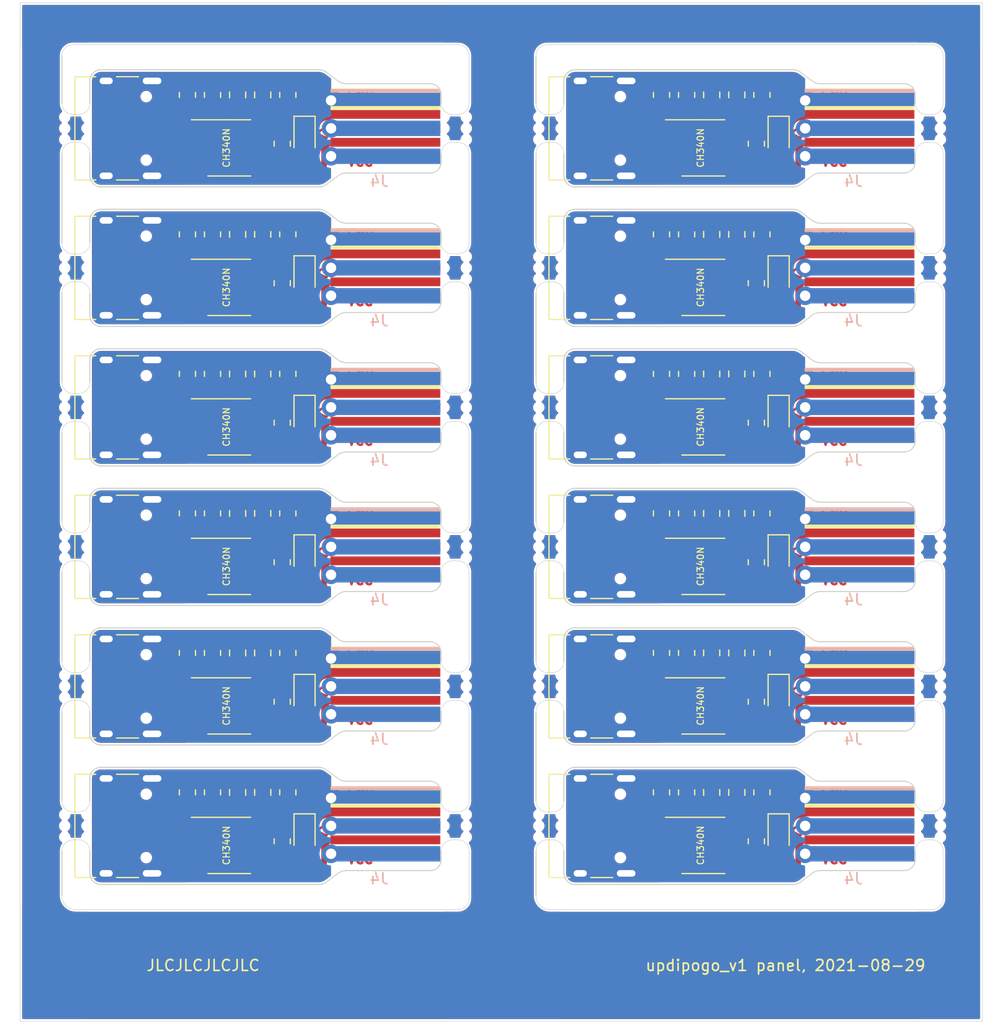
<source format=kicad_pcb>
(kicad_pcb (version 20210824) (generator pcbnew)
  (title_block (rev "1"))
  (layers (0 "F.Cu" signal "Front") (31 "B.Cu" signal "Back") (34 "B.Paste" user) (35 "F.Paste" user) (36 "B.SilkS" user "B.Silkscreen") (37 "F.SilkS" user "F.Silkscreen") (38 "B.Mask" user) (39 "F.Mask" user) (44 "Edge.Cuts" user))
  (net 0 "")
  (net 1 "GND")
  (net 2 "VBUS")
  (net 6 "/USB_D-")
  (net 7 "/USB_D+")
  (net 8 "/UPDI")
  (net 9 "/V3")
  (net 10 "/TX")
  (net 11 "/CC2")
  (net 12 "/CC1")
  (net 13 "Net-(D1-Pad1)")
  (footprint "Resistor_SMD:R_0805_2012Metric_Pad1.20x1.40mm_HandSolder" (layer "F.Cu") (at 119.888 124.46 -90)
    (fp_text reference "R2" hide)
    (fp_text value "5.1kΩ")
  )
  (footprint "Resistor_SMD:R_0805_2012Metric_Pad1.20x1.40mm_HandSolder" (layer "F.Cu") (at 163.068 124.46 -90)
    (fp_text reference "R2" hide)
    (fp_text value "5.1kΩ")
  )
  (footprint "" (layer "F.Cu") (at 151.638 114.808)
    (fp_text reference "")
    (fp_text value "")
  )
  (footprint "" (layer "F.Cu") (at 106.426 128.524)
    (fp_text reference "")
    (fp_text value "")
  )
  (footprint "local:PogoPins_1.27mm" (layer "F.Cu") (at 135.636 76.708 -90)
    (fp_text reference "J2" hide)
    (fp_text value "1.27")
  )
  (footprint "" (layer "F.Cu") (at 151.638 102.108)
    (fp_text reference "")
    (fp_text value "")
  )
  (footprint "" (layer "F.Cu") (at 140.97 139.192)
    (fp_text reference "")
    (fp_text value "")
  )
  (footprint "Resistor_SMD:R_0805_2012Metric_Pad1.20x1.40mm_HandSolder" (layer "F.Cu") (at 117.602 111.76 90)
    (fp_text reference "R1" hide)
    (fp_text value "5.1kΩ")
  )
  (footprint "LED_SMD:LED_0805_2012Metric_Pad1.15x1.40mm_HandSolder" (layer "F.Cu") (at 128.27 90.17 -90)
    (fp_text reference "D1" hide)
    (fp_text value "TX")
  )
  (footprint "" (layer "F.Cu") (at 184.15 128.524)
    (fp_text reference "")
    (fp_text value "")
  )
  (footprint "" (layer "F.Cu") (at 186.182 127.508)
    (fp_text reference "")
    (fp_text value "")
  )
  (footprint "" (layer "F.Cu") (at 108.458 126.492)
    (fp_text reference "")
    (fp_text value "")
  )
  (footprint "Connector_USB:USB_C_Receptacle_HRO_TYPE-C-31-M-12" (layer "F.Cu") (at 111.252 102.108 -90)
    (fp_text reference "J1" hide)
    (fp_text value "USB_C_Receptacle_USB2.0")
  )
  (footprint "" (layer "F.Cu") (at 149.606 103.124)
    (fp_text reference "")
    (fp_text value "")
  )
  (footprint "" (layer "F.Cu") (at 149.606 77.724)
    (fp_text reference "")
    (fp_text value "")
  )
  (footprint "" (layer "F.Cu") (at 106.426 114.808)
    (fp_text reference "")
    (fp_text value "")
  )
  (footprint "Package_SO:SOP-8_3.9x4.9mm_P1.27mm" (layer "F.Cu") (at 164.592 141.986)
    (fp_text reference "U1" hide)
    (fp_text value "CH340N")
  )
  (footprint "" (layer "F.Cu") (at 140.97 128.524)
    (fp_text reference "")
    (fp_text value "")
  )
  (footprint "Resistor_SMD:R_0805_2012Metric_Pad1.20x1.40mm_HandSolder" (layer "F.Cu") (at 169.926 111.76 -90)
    (fp_text reference "R4" hide)
    (fp_text value "2.2kΩ")
  )
  (footprint "Resistor_SMD:R_0805_2012Metric_Pad1.20x1.40mm_HandSolder" (layer "F.Cu") (at 169.418 128.905 90)
    (fp_text reference "R3" hide)
    (fp_text value "4.7kΩ")
  )
  (footprint "Capacitor_SMD:C_0805_2012Metric_Pad1.18x1.45mm_HandSolder" (layer "F.Cu") (at 167.64 111.76 90)
    (fp_text reference "C1" hide)
    (fp_text value "0.1µF")
  )
  (footprint "" (layer "F.Cu") (at 108.458 141.224)
    (fp_text reference "")
    (fp_text value "")
  )
  (footprint "" (layer "F.Cu") (at 143.002 90.424)
    (fp_text reference "")
    (fp_text value "")
  )
  (footprint "" (layer "F.Cu") (at 186.182 77.724)
    (fp_text reference "")
    (fp_text value "")
  )
  (footprint "Package_SO:SOP-8_3.9x4.9mm_P1.27mm" (layer "F.Cu") (at 121.412 103.886)
    (fp_text reference "U1" hide)
    (fp_text value "CH340N")
  )
  (footprint "" (layer "F.Cu") (at 184.15 76.708)
    (fp_text reference "")
    (fp_text value "")
  )
  (footprint "Fiducial:Fiducial_0.5mm_Mask1.5mm" (layer "F.Cu") (at 111.252 152.908)
    (fp_text reference "REF**" hide)
    (fp_text value "Fiducial_0.5mm_Mask1.5mm")
  )
  (footprint "Capacitor_SMD:C_0805_2012Metric_Pad1.18x1.45mm_HandSolder" (layer "F.Cu") (at 124.46 99.06 90)
    (fp_text reference "C1" hide)
    (fp_text value "0.1µF")
  )
  (footprint "Resistor_SMD:R_0805_2012Metric_Pad1.20x1.40mm_HandSolder" (layer "F.Cu") (at 160.782 73.66 90)
    (fp_text reference "R1" hide)
    (fp_text value "5.1kΩ")
  )
  (footprint "" (layer "F.Cu") (at 143.002 127.508)
    (fp_text reference "")
    (fp_text value "")
  )
  (footprint "" (layer "F.Cu") (at 106.426 102.108)
    (fp_text reference "")
    (fp_text value "")
  )
  (footprint "" (layer "F.Cu") (at 151.638 103.124)
    (fp_text reference "")
    (fp_text value "")
  )
  (footprint "" (layer "F.Cu") (at 106.426 89.408)
    (fp_text reference "")
    (fp_text value "")
  )
  (footprint "" (layer "F.Cu") (at 140.97 102.108)
    (fp_text reference "")
    (fp_text value "")
  )
  (footprint "" (layer "F.Cu") (at 186.182 76.708)
    (fp_text reference "")
    (fp_text value "")
  )
  (footprint "Capacitor_SMD:C_0805_2012Metric_Pad1.18x1.45mm_HandSolder" (layer "F.Cu") (at 124.46 86.36 90)
    (fp_text reference "C1" hide)
    (fp_text value "0.1µF")
  )
  (footprint "LED_SMD:LED_0805_2012Metric_Pad1.15x1.40mm_HandSolder" (layer "F.Cu") (at 171.45 140.97 -90)
    (fp_text reference "D1" hide)
    (fp_text value "TX")
  )
  (footprint "" (layer "F.Cu") (at 151.638 113.792)
    (fp_text reference "")
    (fp_text value "")
  )
  (footprint "local:PogoPins_1.27mm" (layer "F.Cu") (at 135.636 102.108 -90)
    (fp_text reference "J2" hide)
    (fp_text value "1.27")
  )
  (footprint "Resistor_SMD:R_0805_2012Metric_Pad1.20x1.40mm_HandSolder" (layer "F.Cu") (at 163.068 73.66 -90)
    (fp_text reference "R2" hide)
    (fp_text value "5.1kΩ")
  )
  (footprint "local:PogoPins_1.27mm" (layer "F.Cu") (at 178.816 114.808 -90)
    (fp_text reference "J2" hide)
    (fp_text value "1.27")
  )
  (footprint "" (layer "F.Cu") (at 186.182 103.124)
    (fp_text reference "")
    (fp_text value "")
  )
  (footprint "Resistor_SMD:R_0805_2012Metric_Pad1.20x1.40mm_HandSolder" (layer "F.Cu") (at 117.602 86.36 90)
    (fp_text reference "R1" hide)
    (fp_text value "5.1kΩ")
  )
  (footprint "Resistor_SMD:R_0805_2012Metric_Pad1.20x1.40mm_HandSolder" (layer "F.Cu") (at 117.602 99.06 90)
    (fp_text reference "R1" hide)
    (fp_text value "5.1kΩ")
  )
  (footprint "" (layer "F.Cu") (at 140.97 141.224)
    (fp_text reference "")
    (fp_text value "")
  )
  (footprint "Capacitor_SMD:C_0805_2012Metric_Pad1.18x1.45mm_HandSolder" (layer "F.Cu") (at 122.174 124.46 -90)
    (fp_text reference "C2" hide)
    (fp_text value "0.1µF")
  )
  (footprint "" (layer "F.Cu") (at 143.002 88.392)
    (fp_text reference "")
    (fp_text value "")
  )
  (footprint "" (layer "F.Cu") (at 186.182 128.524)
    (fp_text reference "")
    (fp_text value "")
  )
  (footprint "" (layer "F.Cu") (at 108.458 127.508)
    (fp_text reference "")
    (fp_text value "")
  )
  (footprint "local:PogoPins_1.27mm" (layer "F.Cu") (at 135.636 140.208 -90)
    (fp_text reference "J2" hide)
    (fp_text value "1.27")
  )
  (footprint "" (layer "F.Cu") (at 143.002 128.524)
    (fp_text reference "")
    (fp_text value "")
  )
  (footprint "Resistor_SMD:R_0805_2012Metric_Pad1.20x1.40mm_HandSolder" (layer "F.Cu") (at 126.238 128.905 90)
    (fp_text reference "R3" hide)
    (fp_text value "4.7kΩ")
  )
  (footprint "" (layer "F.Cu") (at 108.458 88.392)
    (fp_text reference "")
    (fp_text value "")
  )
  (footprint "" (layer "F.Cu") (at 184.15 139.192)
    (fp_text reference "")
    (fp_text value "")
  )
  (footprint "" (layer "F.Cu") (at 186.182 126.492)
    (fp_text reference "")
    (fp_text value "")
  )
  (footprint "Capacitor_SMD:C_0805_2012Metric_Pad1.18x1.45mm_HandSolder" (layer "F.Cu") (at 122.174 73.66 -90)
    (fp_text reference "C2" hide)
    (fp_text value "0.1µF")
  )
  (footprint "" (layer "F.Cu") (at 108.458 90.424)
    (fp_text reference "")
    (fp_text value "")
  )
  (footprint "" (layer "F.Cu") (at 186.182 101.092)
    (fp_text reference "")
    (fp_text value "")
  )
  (footprint "" (layer "F.Cu") (at 140.97 127.508)
    (fp_text reference "")
    (fp_text value "")
  )
  (footprint "Connector_USB:USB_C_Receptacle_HRO_TYPE-C-31-M-12" (layer "F.Cu") (at 154.432 140.208 -90)
    (fp_text reference "J1" hide)
    (fp_text value "USB_C_Receptacle_USB2.0")
  )
  (footprint "" (layer "F.Cu") (at 149.606 88.392)
    (fp_text reference "")
    (fp_text value "")
  )
  (footprint "LED_SMD:LED_0805_2012Metric_Pad1.15x1.40mm_HandSolder" (layer "F.Cu") (at 171.45 77.47 -90)
    (fp_text reference "D1" hide)
    (fp_text value "TX")
  )
  (footprint "Package_SO:SOP-8_3.9x4.9mm_P1.27mm" (layer "F.Cu") (at 121.412 141.986)
    (fp_text reference "U1" hide)
    (fp_text value "CH340N")
  )
  (footprint "Resistor_SMD:R_0805_2012Metric_Pad1.20x1.40mm_HandSolder" (layer "F.Cu") (at 126.746 99.06 -90)
    (fp_text reference "R4" hide)
    (fp_text value "2.2kΩ")
  )
  (footprint "Connector_USB:USB_C_Receptacle_HRO_TYPE-C-31-M-12" (layer "F.Cu") (at 111.252 127.508 -90)
    (fp_text reference "J1" hide)
    (fp_text value "USB_C_Receptacle_USB2.0")
  )
  (footprint "Package_SO:SOP-8_3.9x4.9mm_P1.27mm" (layer "F.Cu") (at 164.592 91.186)
    (fp_text reference "U1" hide)
    (fp_text value "CH340N")
  )
  (footprint "Resistor_SMD:R_0805_2012Metric_Pad1.20x1.40mm_HandSolder" (layer "F.Cu") (at 169.418 116.205 90)
    (fp_text reference "R3" hide)
    (fp_text value "4.7kΩ")
  )
  (footprint "Capacitor_SMD:C_0805_2012Metric_Pad1.18x1.45mm_HandSolder" (layer "F.Cu") (at 122.174 99.06 -90)
    (fp_text reference "C2" hide)
    (fp_text value "0.1µF")
  )
  (footprint "Resistor_SMD:R_0805_2012Metric_Pad1.20x1.40mm_HandSolder" (layer "F.Cu") (at 119.888 86.36 -90)
    (fp_text reference "R2" hide)
    (fp_text value "5.1kΩ")
  )
  (footprint "" (layer "F.Cu") (at 143.002 89.408)
    (fp_text reference "")
    (fp_text value "")
  )
  (footprint "" (layer "F.Cu") (at 143.002 141.224)
    (fp_text reference "")
    (fp_text value "")
  )
  (footprint "Package_SO:SOP-8_3.9x4.9mm_P1.27mm" (layer "F.Cu") (at 164.592 78.486)
    (fp_text reference "U1" hide)
    (fp_text value "CH340N")
  )
  (footprint "" (layer "F.Cu") (at 106.426 90.424)
    (fp_text reference "")
    (fp_text value "")
  )
  (footprint "" (layer "F.Cu") (at 140.97 75.692)
    (fp_text reference "")
    (fp_text value "")
  )
  (footprint "" (layer "F.Cu") (at 186.182 102.108)
    (fp_text reference "")
    (fp_text value "")
  )
  (footprint "" (layer "F.Cu") (at 106.426 127.508)
    (fp_text reference "")
    (fp_text value "")
  )
  (footprint "" (layer "F.Cu") (at 184.15 102.108)
    (fp_text reference "")
    (fp_text value "")
  )
  (footprint "Resistor_SMD:R_0805_2012Metric_Pad1.20x1.40mm_HandSolder" (layer "F.Cu") (at 169.926 73.66 -90)
    (fp_text reference "R4" hide)
    (fp_text value "2.2kΩ")
  )
  (footprint "" (layer "F.Cu") (at 151.638 88.392)
    (fp_text reference "")
    (fp_text value "")
  )
  (footprint "Capacitor_SMD:C_0805_2012Metric_Pad1.18x1.45mm_HandSolder" (layer "F.Cu") (at 165.354 99.06 -90)
    (fp_text reference "C2" hide)
    (fp_text value "0.1µF")
  )
  (footprint "Capacitor_SMD:C_0805_2012Metric_Pad1.18x1.45mm_HandSolder" (layer "F.Cu") (at 165.354 137.16 -90)
    (fp_text reference "C2" hide)
    (fp_text value "0.1µF")
  )
  (footprint "" (layer "F.Cu") (at 108.458 89.408)
    (fp_text reference "")
    (fp_text value "")
  )
  (footprint "" (layer "F.Cu") (at 186.182 90.424)
    (fp_text reference "")
    (fp_text value "")
  )
  (footprint "" (layer "F.Cu") (at 143.002 101.092)
    (fp_text reference "")
    (fp_text value "")
  )
  (footprint "" (layer "F.Cu") (at 151.638 89.408)
    (fp_text reference "")
    (fp_text value "")
  )
  (footprint "" (layer "F.Cu") (at 143.002 140.208)
    (fp_text reference "")
    (fp_text value "")
  )
  (footprint "LED_SMD:LED_0805_2012Metric_Pad1.15x1.40mm_HandSolder" (layer "F.Cu") (at 171.45 115.57 -90)
    (fp_text reference "D1" hide)
    (fp_text value "TX")
  )
  (footprint "Capacitor_SMD:C_0805_2012Metric_Pad1.18x1.45mm_HandSolder" (layer "F.Cu") (at 165.354 73.66 -90)
    (fp_text reference "C2" hide)
    (fp_text value "0.1µF")
  )
  (footprint "Resistor_SMD:R_0805_2012Metric_Pad1.20x1.40mm_HandSolder" (layer "F.Cu") (at 126.238 103.505 90)
    (fp_text reference "R3" hide)
    (fp_text value "4.7kΩ")
  )
  (footprint "Connector_USB:USB_C_Receptacle_HRO_TYPE-C-31-M-12" (layer "F.Cu") (at 111.252 89.408 -90)
    (fp_text reference "J1" hide)
    (fp_text value "USB_C_Receptacle_USB2.0")
  )
  (footprint "Resistor_SMD:R_0805_2012Metric_Pad1.20x1.40mm_HandSolder" (layer "F.Cu") (at 163.068 137.16 -90)
    (fp_text reference "R2" hide)
    (fp_text value "5.1kΩ")
  )
  (footprint "Capacitor_SMD:C_0805_2012Metric_Pad1.18x1.45mm_HandSolder" (layer "F.Cu") (at 124.46 137.16 90)
    (fp_text reference "C1" hide)
    (fp_text value "0.1µF")
  )
  (footprint "Resistor_SMD:R_0805_2012Metric_Pad1.20x1.40mm_HandSolder" (layer "F.Cu") (at 126.238 90.805 90)
    (fp_text reference "R3" hide)
    (fp_text value "4.7kΩ")
  )
  (footprint "" (layer "F.Cu") (at 184.15 127.508)
    (fp_text reference "")
    (fp_text value "")
  )
  (footprint "Package_SO:SOP-8_3.9x4.9mm_P1.27mm" (layer "F.Cu") (at 121.412 78.486)
    (fp_text reference "U1" hide)
    (fp_text value "CH340N")
  )
  (footprint "" (layer "F.Cu") (at 151.638 101.092)
    (fp_text reference "")
    (fp_text value "")
  )
  (footprint "" (layer "F.Cu") (at 106.426 126.492)
    (fp_text reference "")
    (fp_text value "")
  )
  (footprint "" (layer "F.Cu") (at 151.638 126.492)
    (fp_text reference "")
    (fp_text value "")
  )
  (footprint "Resistor_SMD:R_0805_2012Metric_Pad1.20x1.40mm_HandSolder" (layer "F.Cu") (at 126.746 73.66 -90)
    (fp_text reference "R4" hide)
    (fp_text value "2.2kΩ")
  )
  (footprint "" (layer "F.Cu") (at 143.002 77.724)
    (fp_text reference "")
    (fp_text value "")
  )
  (footprint "" (layer "F.Cu") (at 186.182 139.192)
    (fp_text reference "")
    (fp_text value "")
  )
  (footprint "" (layer "F.Cu") (at 186.182 88.392)
    (fp_text reference "")
    (fp_text value "")
  )
  (footprint "" (layer "F.Cu") (at 140.97 115.824)
    (fp_text reference "")
    (fp_text value "")
  )
  (footprint "" (layer "F.Cu") (at 143.002 115.824)
    (fp_text reference "")
    (fp_text value "")
  )
  (footprint "" (layer "F.Cu") (at 186.182 141.224)
    (fp_text reference "")
    (fp_text value "")
  )
  (footprint "" (layer "F.Cu") (at 184.15 101.092)
    (fp_text reference "")
    (fp_text value "")
  )
  (footprint "" (layer "F.Cu") (at 140.97 114.808)
    (fp_text reference "")
    (fp_text value "")
  )
  (footprint "Connector_USB:USB_C_Receptacle_HRO_TYPE-C-31-M-12" (layer "F.Cu") (at 154.432 76.708 -90)
    (fp_text reference "J1" hide)
    (fp_text value "USB_C_Receptacle_USB2.0")
  )
  (footprint "local:PogoPins_1.27mm" (layer "F.Cu") (at 178.816 76.708 -90)
    (fp_text reference "J2" hide)
    (fp_text value "1.27")
  )
  (footprint "" (layer "F.Cu") (at 140.97 140.208)
    (fp_text reference "")
    (fp_text value "")
  )
  (footprint "Resistor_SMD:R_0805_2012Metric_Pad1.20x1.40mm_HandSolder" (layer "F.Cu") (at 160.782 124.46 90)
    (fp_text reference "R1" hide)
    (fp_text value "5.1kΩ")
  )
  (footprint "" (layer "F.Cu") (at 186.182 113.792)
    (fp_text reference "")
    (fp_text value "")
  )
  (footprint "local:PogoPins_1.27mm" (layer "F.Cu") (at 178.816 127.508 -90)
    (fp_text reference "J2" hide)
    (fp_text value "1.27")
  )
  (footprint "Capacitor_SMD:C_0805_2012Metric_Pad1.18x1.45mm_HandSolder" (layer "F.Cu") (at 167.64 73.66 90)
    (fp_text reference "C1" hide)
    (fp_text value "0.1µF")
  )
  (footprint "" (layer "F.Cu") (at 151.638 115.824)
    (fp_text reference "")
    (fp_text value "")
  )
  (footprint "Resistor_SMD:R_0805_2012Metric_Pad1.20x1.40mm_HandSolder" (layer "F.Cu") (at 169.926 99.06 -90)
    (fp_text reference "R4" hide)
    (fp_text value "2.2kΩ")
  )
  (footprint "LED_SMD:LED_0805_2012Metric_Pad1.15x1.40mm_HandSolder" (layer "F.Cu") (at 128.27 102.87 -90)
    (fp_text reference "D1" hide)
    (fp_text value "TX")
  )
  (footprint "" (layer "F.Cu") (at 151.638 77.724)
    (fp_text reference "")
    (fp_text value "")
  )
  (footprint "Resistor_SMD:R_0805_2012Metric_Pad1.20x1.40mm_HandSolder" (layer "F.Cu") (at 126.746 137.16 -90)
    (fp_text reference "R4" hide)
    (fp_text value "2.2kΩ")
  )
  (footprint "" (layer "F.Cu") (at 149.606 101.092)
    (fp_text reference "")
    (fp_text value "")
  )
  (footprint "" (layer "F.Cu") (at 143.002 102.108)
    (fp_text reference "")
    (fp_text value "")
  )
  (footprint "Resistor_SMD:R_0805_2012Metric_Pad1.20x1.40mm_HandSolder" (layer "F.Cu") (at 169.418 78.105 90)
    (fp_text reference "R3" hide)
    (fp_text value "4.7kΩ")
  )
  (footprint "" (layer "F.Cu") (at 186.182 75.692)
    (fp_text reference "")
    (fp_text value "")
  )
  (footprint "Package_SO:SOP-8_3.9x4.9mm_P1.27mm" (layer "F.Cu") (at 164.592 129.286)
    (fp_text reference "U1" hide)
    (fp_text value "CH340N")
  )
  (footprint "Resistor_SMD:R_0805_2012Metric_Pad1.20x1.40mm_HandSolder" (layer "F.Cu") (at 126.746 124.46 -90)
    (fp_text reference "R4" hide)
    (fp_text value "2.2kΩ")
  )
  (footprint "LED_SMD:LED_0805_2012Metric_Pad1.15x1.40mm_HandSolder" (layer "F.Cu") (at 128.27 115.57 -90)
    (fp_text reference "D1" hide)
    (fp_text value "TX")
  )
  (footprint "Resistor_SMD:R_0805_2012Metric_Pad1.20x1.40mm_HandSolder" (layer "F.Cu") (at 169.926 86.36 -90)
    (fp_text reference "R4" hide)
    (fp_text value "2.2kΩ")
  )
  (footprint "Resistor_SMD:R_0805_2012Metric_Pad1.20x1.40mm_HandSolder" (layer "F.Cu") (at 117.602 137.16 90)
    (fp_text reference "R1" hide)
    (fp_text value "5.1kΩ")
  )
  (footprint "" (layer "F.Cu") (at 143.002 76.708)
    (fp_text reference "")
    (fp_text value "")
  )
  (footprint "Connector_USB:USB_C_Receptacle_HRO_TYPE-C-31-M-12" (layer "F.Cu") (at 154.432 89.408 -90)
    (fp_text reference "J1" hide)
    (fp_text value "USB_C_Receptacle_USB2.0")
  )
  (footprint "local:PogoPins_1.27mm" (layer "F.Cu") (at 178.816 140.208 -90)
    (fp_text reference "J2" hide)
    (fp_text value "1.27")
  )
  (footprint "" (layer "F.Cu") (at 184.15 75.692)
    (fp_text reference "")
    (fp_text value "")
  )
  (footprint "Capacitor_SMD:C_0805_2012Metric_Pad1.18x1.45mm_HandSolder" (layer "F.Cu") (at 167.64 137.16 90)
    (fp_text reference "C1" hide)
    (fp_text value "0.1µF")
  )
  (footprint "local:PogoPins_1.27mm" (layer "F.Cu") (at 178.816 102.108 -90)
    (fp_text reference "J2" hide)
    (fp_text value "1.27")
  )
  (footprint "Capacitor_SMD:C_0805_2012Metric_Pad1.18x1.45mm_HandSolder" (layer "F.Cu") (at 122.174 86.36 -90)
    (fp_text reference "C2" hide)
    (fp_text value "0.1µF")
  )
  (footprint "Capacitor_SMD:C_0805_2012Metric_Pad1.18x1.45mm_HandSolder" (layer "F.Cu") (at 167.64 124.46 90)
    (fp_text reference "C1" hide)
    (fp_text value "0.1µF")
  )
  (footprint "" (layer "F.Cu") (at 184.15 141.224)
    (fp_text reference "")
    (fp_text value "")
  )
  (footprint "" (layer "F.Cu") (at 149.606 76.708)
    (fp_text reference "")
    (fp_text value "")
  )
  (footprint "Package_SO:SOP-8_3.9x4.9mm_P1.27mm" (layer "F.Cu") (at 121.412 91.186)
    (fp_text reference "U1" hide)
    (fp_text value "CH340N")
  )
  (footprint "" (layer "F.Cu") (at 108.458 128.524)
    (fp_text reference "")
    (fp_text value "")
  )
  (footprint "Resistor_SMD:R_0805_2012Metric_Pad1.20x1.40mm_HandSolder" (layer "F.Cu") (at 169.418 90.805 90)
    (fp_text reference "R3" hide)
    (fp_text value "4.7kΩ")
  )
  (footprint "Capacitor_SMD:C_0805_2012Metric_Pad1.18x1.45mm_HandSolder" (layer "F.Cu") (at 124.46 124.46 90)
    (fp_text reference "C1" hide)
    (fp_text value "0.1µF")
  )
  (footprint "Resistor_SMD:R_0805_2012Metric_Pad1.20x1.40mm_HandSolder" (layer "F.Cu") (at 126.238 116.205 90)
    (fp_text reference "R3" hide)
    (fp_text value "4.7kΩ")
  )
  (footprint "Connector_USB:USB_C_Receptacle_HRO_TYPE-C-31-M-12" (layer "F.Cu") (at 154.432 114.808 -90)
    (fp_text reference "J1" hide)
    (fp_text value "USB_C_Receptacle_USB2.0")
  )
  (footprint "" (layer "F.Cu") (at 106.426 75.692)
    (fp_text reference "")
    (fp_text value "")
  )
  (footprint "local:PogoPins_1.27mm" (layer "F.Cu") (at 135.636 114.808 -90)
    (fp_text reference "J2" hide)
    (fp_text value "1.27")
  )
  (footprint "" (layer "F.Cu") (at 184.15 113.792)
    (fp_text reference "")
    (fp_text value "")
  )
  (footprint "local:PogoPins_1.27mm" (layer "F.Cu") (at 178.816 89.408 -90)
    (fp_text reference "J2" hide)
    (fp_text value "1.27")
  )
  (footprint "" (layer "F.Cu") (at 108.458 75.692)
    (fp_text reference "")
    (fp_text value "")
  )
  (footprint "" (layer "F.Cu") (at 106.426 76.708)
    (fp_text reference "")
    (fp_text value "")
  )
  (footprint "" (layer "F.Cu") (at 106.426 139.192)
    (fp_text reference "")
    (fp_text value "")
  )
  (footprint "LED_SMD:LED_0805_2012Metric_Pad1.15x1.40mm_HandSolder" (layer "F.Cu") (at 171.45 90.17 -90)
    (fp_text reference "D1" hide)
    (fp_text value "TX")
  )
  (footprint "" (layer "F.Cu") (at 140.97 126.492)
    (fp_text reference "")
    (fp_text value "")
  )
  (footprint "Package_SO:SOP-8_3.9x4.9mm_P1.27mm" (layer "F.Cu") (at 121.412 116.586)
    (fp_text reference "U1" hide)
    (fp_text value "CH340N")
  )
  (footprint "local:PogoPins_1.27mm" (layer "F.Cu") (at 135.636 127.508 -90)
    (fp_text reference "J2" hide)
    (fp_text value "1.27")
  )
  (footprint "Resistor_SMD:R_0805_2012Metric_Pad1.20x1.40mm_HandSolder" (layer "F.Cu") (at 119.888 111.76 -90)
    (fp_text reference "R2" hide)
    (fp_text value "5.1kΩ")
  )
  (footprint "" (layer "F.Cu") (at 149.606 128.524)
    (fp_text reference "")
    (fp_text value "")
  )
  (footprint "" (layer "F.Cu") (at 186.182 89.408)
    (fp_text reference "")
    (fp_text value "")
  )
  (footprint "Capacitor_SMD:C_0805_2012Metric_Pad1.18x1.45mm_HandSolder" (layer "F.Cu") (at 165.354 111.76 -90)
    (fp_text reference "C2" hide)
    (fp_text value "0.1µF")
  )
  (footprint "" (layer "F.Cu") (at 140.97 77.724)
    (fp_text reference "")
    (fp_text value "")
  )
  (footprint "" (layer "F.Cu") (at 106.426 141.224)
    (fp_text reference "")
    (fp_text value "")
  )
  (footprint "" (layer "F.Cu") (at 108.458 76.708)
    (fp_text reference "")
    (fp_text value "")
  )
  (footprint "Resistor_SMD:R_0805_2012Metric_Pad1.20x1.40mm_HandSolder" (layer "F.Cu") (at 163.068 111.76 -90)
    (fp_text reference "R2" hide)
    (fp_text value "5.1kΩ")
  )
  (footprint "" (layer "F.Cu") (at 151.638 128.524)
    (fp_text reference "")
    (fp_text value "")
  )
  (footprint "" (layer "F.Cu") (at 108.458 102.108)
    (fp_text reference "")
    (fp_text value "")
  )
  (footprint "Resistor_SMD:R_0805_2012Metric_Pad1.20x1.40mm_HandSolder" (layer "F.Cu") (at 160.782 99.06 90)
    (fp_text reference "R1" hide)
    (fp_text value "5.1kΩ")
  )
  (footprint "" (layer "F.Cu") (at 184.15 140.208)
    (fp_text reference "")
    (fp_text value "")
  )
  (footprint "Package_SO:SOP-8_3.9x4.9mm_P1.27mm" (layer "F.Cu") (at 164.592 103.886)
    (fp_text reference "U1" hide)
    (fp_text value "CH340N")
  )
  (footprint "" (layer "F.Cu") (at 151.638 127.508)
    (fp_text reference "")
    (fp_text value "")
  )
  (footprint "" (layer "F.Cu") (at 106.426 77.724)
    (fp_text reference "")
    (fp_text value "")
  )
  (footprint "" (layer "F.Cu") (at 149.606 114.808)
    (fp_text reference "")
    (fp_text value "")
  )
  (footprint "" (layer "F.Cu") (at 143.002 75.692)
    (fp_text reference "")
    (fp_text value "")
  )
  (footprint "Package_SO:SOP-8_3.9x4.9mm_P1.27mm" (layer "F.Cu") (at 121.412 129.286)
    (fp_text reference "U1" hide)
    (fp_text value "CH340N")
  )
  (footprint "LED_SMD:LED_0805_2012Metric_Pad1.15x1.40mm_HandSolder" (layer "F.Cu") (at 128.27 128.27 -90)
    (fp_text reference "D1" hide)
    (fp_text value "TX")
  )
  (footprint "Resistor_SMD:R_0805_2012Metric_Pad1.20x1.40mm_HandSolder" (layer "F.Cu") (at 119.888 73.66 -90)
    (fp_text reference "R2" hide)
    (fp_text value "5.1kΩ")
  )
  (footprint "" (layer "F.Cu") (at 140.97 113.792)
    (fp_text reference "")
    (fp_text value "")
  )
  (footprint "" (layer "F.Cu") (at 140.97 88.392)
    (fp_text reference "")
    (fp_text value "")
  )
  (footprint "" (layer "F.Cu") (at 140.97 89.408)
    (fp_text reference "")
    (fp_text value "")
  )
  (footprint "Connector_USB:USB_C_Receptacle_HRO_TYPE-C-31-M-12" (layer "F.Cu") (at 111.252 140.208 -90)
    (fp_text reference "J1" hide)
    (fp_text value "USB_C_Receptacle_USB2.0")
  )
  (footprint "" (layer "F.Cu") (at 108.458 113.792)
    (fp_text reference "")
    (fp_text value "")
  )
  (footprint "" (layer "F.Cu") (at 151.638 140.208)
    (fp_text reference "")
    (fp_text value "")
  )
  (footprint "" (layer "F.Cu") (at 151.638 76.708)
    (fp_text reference "")
    (fp_text value "")
  )
  (footprint "Resistor_SMD:R_0805_2012Metric_Pad1.20x1.40mm_HandSolder" (layer "F.Cu") (at 160.782 137.16 90)
    (fp_text reference "R1" hide)
    (fp_text value "5.1kΩ")
  )
  (footprint "" (layer "F.Cu") (at 106.426 103.124)
    (fp_text reference "")
    (fp_text value "")
  )
  (footprint "" (layer "F.Cu") (at 106.426 88.392)
    (fp_text reference "")
    (fp_text value "")
  )
  (footprint "" (layer "F.Cu") (at 108.458 114.808)
    (fp_text reference "")
    (fp_text value "")
  )
  (footprint "LED_SMD:LED_0805_2012Metric_Pad1.15x1.40mm_HandSolder" (layer "F.Cu") (at 171.45 102.87 -90)
    (fp_text reference "D1" hide)
    (fp_text value "TX")
  )
  (footprint "Resistor_SMD:R_0805_2012Metric_Pad1.20x1.40mm_HandSolder" (layer "F.Cu") (at 169.418 103.505 90)
    (fp_text reference "R3" hide)
    (fp_text value "4.7kΩ")
  )
  (footprint "Resistor_SMD:R_0805_2012Metric_Pad1.20x1.40mm_HandSolder" (layer "F.Cu") (at 160.782 86.36 90)
    (fp_text reference "R1" hide)
    (fp_text value "5.1kΩ")
  )
  (footprint "" (layer "F.Cu") (at 149.606 115.824)
    (fp_text reference "")
    (fp_text value "")
  )
  (footprint "Resistor_SMD:R_0805_2012Metric_Pad1.20x1.40mm_HandSolder" (layer "F.Cu") (at 169.926 137.16 -90)
    (fp_text reference "R4" hide)
    (fp_text value "2.2kΩ")
  )
  (footprint "" (layer "F.Cu") (at 184.15 90.424)
    (fp_text reference "")
    (fp_text value "")
  )
  (footprint "" (layer "F.Cu") (at 186.182 115.824)
    (fp_text reference "")
    (fp_text value "")
  )
  (footprint "Capacitor_SMD:C_0805_2012Metric_Pad1.18x1.45mm_HandSolder" (layer "F.Cu") (at 165.354 124.46 -90)
    (fp_text reference "C2" hide)
    (fp_text value "0.1µF")
  )
  (footprint "" (layer "F.Cu") (at 149.606 89.408)
    (fp_text reference "")
    (fp_text value "")
  )
  (footprint "LED_SMD:LED_0805_2012Metric_Pad1.15x1.40mm_HandSolder" (layer "F.Cu") (at 128.27 140.97 -90)
    (fp_text reference "D1" hide)
    (fp_text value "TX")
  )
  (footprint "" (layer "F.Cu") (at 149.606 102.108)
    (fp_text reference "")
    (fp_text value "")
  )
  (footprint "" (layer "F.Cu") (at 184.15 89.408)
    (fp_text reference "")
    (fp_text value "")
  )
  (footprint "" (layer "F.Cu") (at 186.182 114.808)
    (fp_text reference "")
    (fp_text value "")
  )
  (footprint "" (layer "F.Cu") (at 149.606 139.192)
    (fp_text reference "")
    (fp_text value "")
  )
  (footprint "Connector_USB:USB_C_Receptacle_HRO_TYPE-C-31-M-12" (layer "F.Cu") (at 111.252 114.808 -90)
    (fp_text reference "J1" hide)
    (fp_text value "USB_C_Receptacle_USB2.0")
  )
  (footprint "" (layer "F.Cu") (at 149.606 75.692)
    (fp_text reference "")
    (fp_text value "")
  )
  (footprint "" (layer "F.Cu") (at 143.002 103.124)
    (fp_text reference "")
    (fp_text value "")
  )
  (footprint "" (layer "F.Cu") (at 151.638 141.224)
    (fp_text reference "")
    (fp_text value "")
  )
  (footprint "" (layer "F.Cu") (at 140.97 103.124)
    (fp_text reference "")
    (fp_text value "")
  )
  (footprint "LED_SMD:LED_0805_2012Metric_Pad1.15x1.40mm_HandSolder" (layer "F.Cu") (at 128.27 77.47 -90)
    (fp_text reference "D1" hide)
    (fp_text value "TX")
  )
  (footprint "Connector_USB:USB_C_Receptacle_HRO_TYPE-C-31-M-12" (layer "F.Cu") (at 154.432 102.108 -90)
    (fp_text reference "J1" hide)
    (fp_text value "USB_C_Receptacle_USB2.0")
  )
  (footprint "Resistor_SMD:R_0805_2012Metric_Pad1.20x1.40mm_HandSolder" (layer "F.Cu") (at 119.888 137.16 -90)
    (fp_text reference "R2" hide)
    (fp_text value "5.1kΩ")
  )
  (footprint "" (layer "F.Cu") (at 108.458 139.192)
    (fp_text reference "")
    (fp_text value "")
  )
  (footprint "" (layer "F.Cu") (at 186.182 140.208)
    (fp_text reference "")
    (fp_text value "")
  )
  (footprint "Capacitor_SMD:C_0805_2012Metric_Pad1.18x1.45mm_HandSolder" (layer "F.Cu") (at 122.174 137.16 -90)
    (fp_text reference "C2" hide)
    (fp_text value "0.1µF")
  )
  (footprint "" (layer "F.Cu") (at 143.002 113.792)
    (fp_text reference "")
    (fp_text value "")
  )
  (footprint "" (layer "F.Cu") (at 149.606 127.508)
    (fp_text reference "")
    (fp_text value "")
  )
  (footprint "Package_SO:SOP-8_3.9x4.9mm_P1.27mm" (layer "F.Cu") (at 164.592 116.586)
    (fp_text reference "U1" hide)
    (fp_text value "CH340N")
  )
  (footprint "" (layer "F.Cu") (at 151.638 90.424)
    (fp_text reference "")
    (fp_text value "")
  )
  (footprint "Resistor_SMD:R_0805_2012Metric_Pad1.20x1.40mm_HandSolder" (layer "F.Cu") (at 163.068 99.06 -90)
    (fp_text reference "R2" hide)
    (fp_text value "5.1kΩ")
  )
  (footprint "" (layer "F.Cu") (at 106.426 140.208)
    (fp_text reference "")
    (fp_text value "")
  )
  (footprint "Capacitor_SMD:C_0805_2012Metric_Pad1.18x1.45mm_HandSolder" (layer "F.Cu") (at 167.64 86.36 90)
    (fp_text reference "C1" hide)
    (fp_text value "0.1µF")
  )
  (footprint "" (layer "F.Cu") (at 151.638 139.192)
    (fp_text reference "")
    (fp_text value "")
  )
  (footprint "" (layer "F.Cu") (at 143.002 114.808)
    (fp_text reference "")
    (fp_text value "")
  )
  (footprint "" (layer "F.Cu") (at 106.426 113.792)
    (fp_text reference "")
    (fp_text value "")
  )
  (footprint "LED_SMD:LED_0805_2012Metric_Pad1.15x1.40mm_HandSolder" (layer "F.Cu") (at 171.45 128.27 -90)
    (fp_text reference "D1" hide)
    (fp_text value "TX")
  )
  (footprint "Resistor_SMD:R_0805_2012Metric_Pad1.20x1.40mm_HandSolder" (layer "F.Cu") (at 126.746 86.36 -90)
    (fp_text reference "R4" hide)
    (fp_text value "2.2kΩ")
  )
  (footprint "Resistor_SMD:R_0805_2012Metric_Pad1.20x1.40mm_HandSolder" (layer "F.Cu") (at 163.068 86.36 -90)
    (fp_text reference "R2" hide)
    (fp_text value "5.1kΩ")
  )
  (footprint "" (layer "F.Cu") (at 149.606 140.208)
    (fp_text reference "")
    (fp_text value "")
  )
  (footprint "" (layer "F.Cu") (at 149.606 90.424)
    (fp_text reference "")
    (fp_text value "")
  )
  (footprint "Resistor_SMD:R_0805_2012Metric_Pad1.20x1.40mm_HandSolder" (layer "F.Cu") (at 117.602 124.46 90)
    (fp_text reference "R1" hide)
    (fp_text value "5.1kΩ")
  )
  (footprint "" (layer "F.Cu") (at 184.15 103.124)
    (fp_text reference "")
    (fp_text value "")
  )
  (footprint "" (layer "F.Cu") (at 184.15 126.492)
    (fp_text reference "")
    (fp_text value "")
  )
  (footprint "" (layer "F.Cu") (at 140.97 90.424)
    (fp_text reference "")
    (fp_text value "")
  )
  (footprint "Resistor_SMD:R_0805_2012Metric_Pad1.20x1.40mm_HandSolder" (layer "F.Cu") (at 160.782 111.76 90)
    (fp_text reference "R1" hide)
    (fp_text value "5.1kΩ")
  )
  (footprint "Connector_USB:USB_C_Receptacle_HRO_TYPE-C-31-M-12" (layer "F.Cu") (at 111.252 76.708 -90)
    (fp_text reference "J1" hide)
    (fp_text value "USB_C_Receptacle_USB2.0")
  )
  (footprint "" (layer "F.Cu") (at 184.15 88.392)
    (fp_text reference "")
    (fp_text value "")
  )
  (footprint "" (layer "F.Cu") (at 140.97 76.708)
    (fp_text reference "")
    (fp_text value "")
  )
  (footprint "" (layer "F.Cu") (at 149.606 141.224)
    (fp_text reference "")
    (fp_text value "")
  )
  (footprint "Capacitor_SMD:C_0805_2012Metric_Pad1.18x1.45mm_HandSolder" (layer "F.Cu") (at 165.354 86.36 -90)
    (fp_text reference "C2" hide)
    (fp_text value "0.1µF")
  )
  (footprint "Capacitor_SMD:C_0805_2012Metric_Pad1.18x1.45mm_HandSolder" (layer "F.Cu") (at 167.64 99.06 90)
    (fp_text reference "C1" hide)
    (fp_text value "0.1µF")
  )
  (footprint "Capacitor_SMD:C_0805_2012Metric_Pad1.18x1.45mm_HandSolder" (layer "F.Cu") (at 122.174 111.76 -90)
    (fp_text reference "C2" hide)
    (fp_text value "0.1µF")
  )
  (footprint "" (layer "F.Cu") (at 108.458 103.124)
    (fp_text reference "")
    (fp_text value "")
  )
  (footprint "Resistor_SMD:R_0805_2012Metric_Pad1.20x1.40mm_HandSolder" (layer "F.Cu") (at 169.418 141.605 90)
    (fp_text reference "R3" hide)
    (fp_text value "4.7kΩ")
  )
  (footprint "" (layer "F.Cu") (at 108.458 77.724)
    (fp_text reference "")
    (fp_text value "")
  )
  (footprint "" (layer "F.Cu") (at 184.15 115.824)
    (fp_text reference "")
    (fp_text value "")
  )
  (footprint "Resistor_SMD:R_0805_2012Metric_Pad1.20x1.40mm_HandSolder" (layer "F.Cu") (at 169.926 124.46 -90)
    (fp_text reference "R4" hide)
    (fp_text value "2.2kΩ")
  )
  (footprint "Capacitor_SMD:C_0805_2012Metric_Pad1.18x1.45mm_HandSolder" (layer "F.Cu") (at 124.46 73.66 90)
    (fp_text reference "C1" hide)
    (fp_text value "0.1µF")
  )
  (footprint "" (layer "F.Cu") (at 108.458 115.824)
    (fp_text reference "")
    (fp_text value "")
  )
  (footprint "" (layer "F.Cu") (at 149.606 126.492)
    (fp_text reference "")
    (fp_text value "")
  )
  (footprint "" (layer "F.Cu") (at 143.002 139.192)
    (fp_text reference "")
    (fp_text value "")
  )
  (footprint "" (layer "F.Cu") (at 106.426 115.824)
    (fp_text reference "")
    (fp_text value "")
  )
  (footprint "" (layer "F.Cu") (at 108.458 140.208)
    (fp_text reference "")
    (fp_text value "")
  )
  (footprint "" (layer "F.Cu") (at 151.638 75.692)
    (fp_text reference "")
    (fp_text value "")
  )
  (footprint "" (layer "F.Cu") (at 140.97 101.092)
    (fp_text reference "")
    (fp_text value "")
  )
  (footprint "Resistor_SMD:R_0805_2012Metric_Pad1.20x1.40mm_HandSolder" (layer "F.Cu") (at 126.238 78.105 90)
    (fp_text reference "R3" hide)
    (fp_text value "4.7kΩ")
  )
  (footprint "" (layer "F.Cu") (at 149.606 113.792)
    (fp_text reference "")
    (fp_text value "")
  )
  (footprint "Resistor_SMD:R_0805_2012Metric_Pad1.20x1.40mm_HandSolder" (layer "F.Cu") (at 119.888 99.06 -90)
    (fp_text reference "R2" hide)
    (fp_text value "5.1kΩ")
  )
  (footprint "" (layer "F.Cu") (at 106.426 101.092)
    (fp_text reference "")
    (fp_text value "")
  )
  (footprint "" (layer "F.Cu") (at 143.002 126.492)
    (fp_text reference "")
    (fp_text value "")
  )
  (footprint "local:PogoPins_1.27mm" (layer "F.Cu") (at 135.636 89.408 -90)
    (fp_text reference "J2" hide)
    (fp_text value "1.27")
  )
  (footprint "Resistor_SMD:R_0805_2012Metric_Pad1.20x1.40mm_HandSolder" (layer "F.Cu") (at 126.238 141.605 90)
    (fp_text reference "R3" hide)
    (fp_text value "4.7kΩ")
  )
  (footprint "" (layer "F.Cu") (at 184.15 114.808)
    (fp_text reference "")
    (fp_text value "")
  )
  (footprint "Connector_USB:USB_C_Receptacle_HRO_TYPE-C-31-M-12" (layer "F.Cu") (at 154.432 127.508 -90)
    (fp_text reference "J1" hide)
    (fp_text value "USB_C_Receptacle_USB2.0")
  )
  (footprint "Resistor_SMD:R_0805_2012Metric_Pad1.20x1.40mm_HandSolder" (layer "F.Cu") (at 117.602 73.66 90)
    (fp_text reference "R1" hide)
    (fp_text value "5.1kΩ")
  )
  (footprint "Capacitor_SMD:C_0805_2012Metric_Pad1.18x1.45mm_HandSolder" (layer "F.Cu") (at 124.46 111.76 90)
    (fp_text reference "C1" hide)
    (fp_text value "0.1µF")
  )
  (footprint "Resistor_SMD:R_0805_2012Metric_Pad1.20x1.40mm_HandSolder" (layer "F.Cu") (at 126.746 111.76 -90)
    (fp_text reference "R4" hide)
    (fp_text value "2.2kΩ")
  )
  (footprint "" (layer "F.Cu") (at 184.15 77.724)
    (fp_text reference "")
    (fp_text value "")
  )
  (footprint "" (layer "F.Cu") (at 108.458 101.092)
    (fp_text reference "")
    (fp_text value "")
  )
  (footprint "local:CustomPinHeader_1x03_P2.54mm_Horizontal" (layer "B.Cu") (at 173.863 91.948)
    (fp_text reference "J4")
    (fp_text value "Header")
  )
  (footprint "local:ahoi" (layer "B.Cu") (at 163.195 141.986 180)
    (fp_text reference "ahoi" hide)
    (fp_text value "2021")
  )
  (footprint "local:ahoi" (layer "B.Cu") (at 120.015 103.886 180)
    (fp_text reference "ahoi" hide)
    (fp_text value "2021")
  )
  (footprint "local:CustomPinHeader_1x03_P2.54mm_Horizontal" (layer "B.Cu") (at 173.863 130.048)
    (fp_text reference "J4")
    (fp_text value "Header")
  )
  (footprint "local:ahoi" (layer "B.Cu") (at 163.195 129.286 180)
    (fp_text reference "ahoi" hide)
    (fp_text value "2021")
  )
  (footprint "local:PogoPins_2.54mm" (layer "B.Cu") (at 178.816 114.808 -90)
    (fp_text reference "J3" hide)
    (fp_text value "2.54")
  )
  (footprint "local:CustomPinHeader_1x03_P2.54mm_Horizontal" (layer "B.Cu") (at 130.683 142.748)
    (fp_text reference "J4")
    (fp_text value "Header")
  )
  (footprint "local:CustomPinHeader_1x03_P2.54mm_Horizontal" (layer "B.Cu") (at 130.683 117.348)
    (fp_text reference "J4")
    (fp_text value "Header")
  )
  (footprint "local:ahoi" (layer "B.Cu") (at 163.195 91.186 180)
    (fp_text reference "ahoi" hide)
    (fp_text value "2021")
  )
  (footprint "local:PogoPins_2.54mm" (layer "B.Cu") (at 178.816 127.508 -90)
    (fp_text reference "J3" hide)
    (fp_text value "2.54")
  )
  (footprint "local:ahoi" (layer "B.Cu") (at 163.195 116.586 180)
    (fp_text reference "ahoi" hide)
    (fp_text value "2021")
  )
  (footprint "local:PogoPins_2.54mm" (layer "B.Cu") (at 135.636 76.708 -90)
    (fp_text reference "J3" hide)
    (fp_text value "2.54")
  )
  (footprint "local:PogoPins_2.54mm" (layer "B.Cu") (at 178.816 76.708 -90)
    (fp_text reference "J3" hide)
    (fp_text value "2.54")
  )
  (footprint "local:CustomPinHeader_1x03_P2.54mm_Horizontal" (layer "B.Cu") (at 173.863 117.348)
    (fp_text reference "J4")
    (fp_text value "Header")
  )
  (footprint "local:ahoi" (layer "B.Cu") (at 163.195 78.486 180)
    (fp_text reference "ahoi" hide)
    (fp_text value "2021")
  )
  (footprint "local:PogoPins_2.54mm" (layer "B.Cu") (at 135.636 140.208 -90)
    (fp_text reference "J3" hide)
    (fp_text value "2.54")
  )
  (footprint "local:CustomPinHeader_1x03_P2.54mm_Horizontal" (layer "B.Cu") (at 173.863 104.648)
    (fp_text reference "J4")
    (fp_text value "Header")
  )
  (footprint "local:CustomPinHeader_1x03_P2.54mm_Horizontal" (layer "B.Cu") (at 130.683 91.948)
    (fp_text reference "J4")
    (fp_text value "Header")
  )
  (footprint "local:PogoPins_2.54mm" (layer "B.Cu") (at 135.636 127.508 -90)
    (fp_text reference "J3" hide)
    (fp_text value "2.54")
  )
  (footprint "local:PogoPins_2.54mm" (layer "B.Cu") (at 178.816 89.408 -90)
    (fp_text reference "J3" hide)
    (fp_text value "2.54")
  )
  (footprint "local:PogoPins_2.54mm" (layer "B.Cu") (at 178.816 140.208 -90)
    (fp_text reference "J3" hide)
    (fp_text value "2.54")
  )
  (footprint "local:PogoPins_2.54mm" (layer "B.Cu") (at 178.816 102.108 -90)
    (fp_text reference "J3" hide)
    (fp_text value "2.54")
  )
  (footprint "local:PogoPins_2.54mm" (layer "B.Cu") (at 135.636 102.108 -90)
    (fp_text reference "J3" hide)
    (fp_text value "2.54")
  )
  (footprint "local:CustomPinHeader_1x03_P2.54mm_Horizontal" (layer "B.Cu") (at 173.863 142.748)
    (fp_text reference "J4")
    (fp_text value "Header")
  )
  (footprint "local:ahoi" (layer "B.Cu") (at 120.015 129.286 180)
    (fp_text reference "ahoi" hide)
    (fp_text value "2021")
  )
  (footprint "local:PogoPins_2.54mm" (layer "B.Cu") (at 135.636 114.808 -90)
    (fp_text reference "J3" hide)
    (fp_text value "2.54")
  )
  (footprint "local:PogoPins_2.54mm" (layer "B.Cu") (at 135.636 89.408 -90)
    (fp_text reference "J3" hide)
    (fp_text value "2.54")
  )
  (footprint "local:ahoi" (layer "B.Cu") (at 120.015 116.586 180)
    (fp_text reference "ahoi" hide)
    (fp_text value "2021")
  )
  (footprint "local:ahoi" (layer "B.Cu") (at 120.015 91.186 180)
    (fp_text reference "ahoi" hide)
    (fp_text value "2021")
  )
  (footprint "local:CustomPinHeader_1x03_P2.54mm_Horizontal" (layer "B.Cu") (at 130.683 130.048)
    (fp_text reference "J4")
    (fp_text value "Header")
  )
  (footprint "local:ahoi" (layer "B.Cu") (at 120.015 78.486 180)
    (fp_text reference "ahoi" hide)
    (fp_text value "2021")
  )
  (footprint "local:ahoi" (layer "B.Cu") (at 120.015 141.986 180)
    (fp_text reference "ahoi" hide)
    (fp_text value "2021")
  )
  (footprint "local:CustomPinHeader_1x03_P2.54mm_Horizontal" (layer "B.Cu") (at 173.863 79.248)
    (fp_text reference "J4")
    (fp_text value "Header")
  )
  (footprint "local:CustomPinHeader_1x03_P2.54mm_Horizontal" (layer "B.Cu") (at 130.683 104.648)
    (fp_text reference "J4")
    (fp_text value "Header")
  )
  (footprint "local:ahoi" (layer "B.Cu") (at 163.195 103.886 180)
    (fp_text reference "ahoi" hide)
    (fp_text value "2021")
  )
  (footprint "local:CustomPinHeader_1x03_P2.54mm_Horizontal" (layer "B.Cu") (at 130.683 79.248)
    (fp_text reference "J4")
    (fp_text value "Header")
  )
  (gr_rect (start 173.863 124.206) (end 183.769 123.952) (layer "B.SilkS") (width 0.1) (fill solid))
  (gr_rect (start 130.683 136.906) (end 140.589 136.652) (layer "B.SilkS") (width 0.1) (fill solid))
  (gr_rect (start 173.863 73.406) (end 183.769 73.152) (layer "B.SilkS") (width 0.1) (fill solid))
  (gr_rect (start 130.683 73.406) (end 140.589 73.152) (layer "B.SilkS") (width 0.1) (fill solid))
  (gr_rect (start 173.863 111.506) (end 183.769 111.252) (layer "B.SilkS") (width 0.1) (fill solid))
  (gr_rect (start 173.863 86.106) (end 183.769 85.852) (layer "B.SilkS") (width 0.1) (fill solid))
  (gr_rect (start 130.683 86.106) (end 140.589 85.852) (layer "B.SilkS") (width 0.1) (fill solid))
  (gr_rect (start 130.683 98.806) (end 140.589 98.552) (layer "B.SilkS") (width 0.1) (fill solid))
  (gr_rect (start 173.863 136.906) (end 183.769 136.652) (layer "B.SilkS") (width 0.1) (fill solid))
  (gr_rect (start 130.683 111.506) (end 140.589 111.252) (layer "B.SilkS") (width 0.1) (fill solid))
  (gr_rect (start 130.683 124.206) (end 140.589 123.952) (layer "B.SilkS") (width 0.1) (fill solid))
  (gr_rect (start 173.863 98.806) (end 183.769 98.552) (layer "B.SilkS") (width 0.1) (fill solid))
  (gr_rect (start 130.683 100.3808) (end 140.589 100.1268) (layer "F.SilkS") (width 0.1) (fill solid))
  (gr_rect (start 173.863 138.4808) (end 183.769 138.2268) (layer "F.SilkS") (width 0.1) (fill solid))
  (gr_rect (start 173.863 87.6808) (end 183.769 87.4268) (layer "F.SilkS") (width 0.1) (fill solid))
  (gr_rect (start 173.863 100.3808) (end 183.769 100.1268) (layer "F.SilkS") (width 0.1) (fill solid))
  (gr_rect (start 173.863 74.9808) (end 183.769 74.7268) (layer "F.SilkS") (width 0.1) (fill solid))
  (gr_rect (start 173.863 113.0808) (end 183.769 112.8268) (layer "F.SilkS") (width 0.1) (fill solid))
  (gr_rect (start 173.863 125.7808) (end 183.769 125.5268) (layer "F.SilkS") (width 0.1) (fill solid))
  (gr_rect (start 130.683 125.7808) (end 140.589 125.5268) (layer "F.SilkS") (width 0.1) (fill solid))
  (gr_rect (start 130.683 138.4808) (end 140.589 138.2268) (layer "F.SilkS") (width 0.1) (fill solid))
  (gr_rect (start 130.683 74.9808) (end 140.589 74.7268) (layer "F.SilkS") (width 0.1) (fill solid))
  (gr_rect (start 130.683 87.6808) (end 140.589 87.4268) (layer "F.SilkS") (width 0.1) (fill solid))
  (gr_rect (start 130.683 113.0808) (end 140.589 112.8268) (layer "F.SilkS") (width 0.1) (fill solid))
  (gr_arc (start 184.912 142.494) (end 184.912 141.478) (angle -90) (layer "Edge.Cuts") (width 0.05))
  (gr_arc (start 109.728 97.79) (end 109.728 96.774) (angle -90) (layer "Edge.Cuts") (width 0.1))
  (gr_line (start 139.7 106.172) (end 132.08 106.172) (layer "Edge.Cuts") (width 0.1))
  (gr_line (start 184.912 116.078) (end 185.42 116.078) (layer "Edge.Cuts") (width 0.05))
  (gr_arc (start 129.54 93.472) (end 129.54 94.742) (angle -36.86989765) (layer "Edge.Cuts") (width 0.1))
  (gr_line (start 131.318 123.19) (end 130.302 122.428) (layer "Edge.Cuts") (width 0.1))
  (gr_arc (start 139.7 124.46) (end 139.7 123.444) (angle 90) (layer "Edge.Cuts") (width 0.1))
  (gr_arc (start 107.188 129.794) (end 107.188 128.778) (angle -90) (layer "Edge.Cuts") (width 0.05))
  (gr_arc (start 150.368 87.122) (end 149.352 87.122) (angle -90) (layer "Edge.Cuts") (width 0.05))
  (gr_line (start 174.498 72.39) (end 173.482 71.628) (layer "Edge.Cuts") (width 0.1))
  (gr_arc (start 129.54 131.572) (end 129.54 132.842) (angle -36.86989765) (layer "Edge.Cuts") (width 0.1))
  (gr_line (start 141.732 100.838) (end 142.24 100.838) (layer "Edge.Cuts") (width 0.05))
  (gr_arc (start 141.732 78.994) (end 141.732 77.978) (angle -90) (layer "Edge.Cuts") (width 0.05))
  (gr_line (start 185.42 69.088) (end 150.368 69.088) (layer "Edge.Cuts") (width 0.05))
  (gr_arc (start 184.912 99.822) (end 183.896 99.822) (angle -90) (layer "Edge.Cuts") (width 0.05))
  (gr_line (start 107.442 147.828) (end 142.24 147.828) (layer "Edge.Cuts") (width 0.05))
  (gr_arc (start 175.26 134.874) (end 175.26 136.144) (angle 36.86989765) (layer "Edge.Cuts") (width 0.1))
  (gr_arc (start 142.24 125.222) (end 142.24 126.238) (angle -90) (layer "Edge.Cuts") (width 0.05))
  (gr_line (start 140.716 99.06) (end 140.716 99.822) (layer "Edge.Cuts") (width 0.1))
  (gr_arc (start 132.08 134.874) (end 132.08 136.144) (angle 36.86989765) (layer "Edge.Cuts") (width 0.1))
  (gr_line (start 141.732 141.478) (end 142.24 141.478) (layer "Edge.Cuts") (width 0.05))
  (gr_arc (start 139.7 117.856) (end 139.7 118.872) (angle -90) (layer "Edge.Cuts") (width 0.1))
  (gr_arc (start 185.42 125.222) (end 185.42 126.238) (angle -90) (layer "Edge.Cuts") (width 0.05))
  (gr_line (start 150.368 75.438) (end 150.876 75.438) (layer "Edge.Cuts") (width 0.05))
  (gr_line (start 106.172 117.094) (end 106.172 125.222) (layer "Edge.Cuts") (width 0.1))
  (gr_arc (start 152.908 93.726) (end 151.892 93.726) (angle -90) (layer "Edge.Cuts") (width 0.1))
  (gr_line (start 184.912 103.378) (end 185.42 103.378) (layer "Edge.Cuts") (width 0.05))
  (gr_line (start 107.188 88.138) (end 107.696 88.138) (layer "Edge.Cuts") (width 0.05))
  (gr_line (start 143.256 99.822) (end 143.256 91.694) (layer "Edge.Cuts") (width 0.05))
  (gr_arc (start 132.08 71.374) (end 132.08 72.644) (angle 36.86989765) (layer "Edge.Cuts") (width 0.1))
  (gr_arc (start 142.24 117.094) (end 142.24 116.078) (angle 90) (layer "Edge.Cuts") (width 0.05))
  (gr_line (start 143.256 137.922) (end 143.256 129.794) (layer "Edge.Cuts") (width 0.05))
  (gr_arc (start 132.08 120.142) (end 132.08 118.872) (angle -36.86989765) (layer "Edge.Cuts") (width 0.1))
  (gr_arc (start 141.732 142.494) (end 141.732 141.478) (angle -90) (layer "Edge.Cuts") (width 0.05))
  (gr_arc (start 139.7 137.16) (end 139.7 136.144) (angle 90) (layer "Edge.Cuts") (width 0.1))
  (gr_arc (start 185.42 70.104) (end 186.436 70.104) (angle -90) (layer "Edge.Cuts") (width 0.05))
  (gr_line (start 139.7 80.772) (end 132.08 80.772) (layer "Edge.Cuts") (width 0.1))
  (gr_arc (start 152.908 110.49) (end 152.908 109.474) (angle -90) (layer "Edge.Cuts") (width 0.1))
  (gr_arc (start 182.88 99.06) (end 182.88 98.044) (angle 90) (layer "Edge.Cuts") (width 0.1))
  (gr_arc (start 141.732 112.522) (end 140.716 112.522) (angle -90) (layer "Edge.Cuts") (width 0.05))
  (gr_arc (start 172.72 93.472) (end 172.72 94.742) (angle -36.86989765) (layer "Edge.Cuts") (width 0.1))
  (gr_line (start 141.732 77.978) (end 142.24 77.978) (layer "Edge.Cuts") (width 0.05))
  (gr_arc (start 129.54 80.772) (end 129.54 82.042) (angle -36.86989765) (layer "Edge.Cuts") (width 0.1))
  (gr_arc (start 172.72 144.272) (end 172.72 145.542) (angle -36.86989765) (layer "Edge.Cuts") (width 0.1))
  (gr_line (start 129.54 94.742) (end 109.728 94.742) (layer "Edge.Cuts") (width 0.1))
  (gr_line (start 140.716 111.76) (end 140.716 112.522) (layer "Edge.Cuts") (width 0.1))
  (gr_line (start 139.7 85.344) (end 132.08 85.344) (layer "Edge.Cuts") (width 0.1))
  (gr_line (start 184.912 128.778) (end 185.42 128.778) (layer "Edge.Cuts") (width 0.05))
  (gr_arc (start 182.88 79.756) (end 182.88 80.772) (angle -90) (layer "Edge.Cuts") (width 0.1))
  (gr_line (start 108.712 106.426) (end 108.712 104.394) (layer "Edge.Cuts") (width 0.1))
  (gr_arc (start 172.72 131.572) (end 172.72 132.842) (angle -36.86989765) (layer "Edge.Cuts") (width 0.1))
  (gr_line (start 151.892 74.422) (end 151.892 72.39) (layer "Edge.Cuts") (width 0.1))
  (gr_line (start 151.892 81.026) (end 151.892 78.994) (layer "Edge.Cuts") (width 0.1))
  (gr_arc (start 150.876 104.394) (end 150.876 103.378) (angle 90) (layer "Edge.Cuts") (width 0.05))
  (gr_arc (start 150.368 142.494) (end 150.368 141.478) (angle -90) (layer "Edge.Cuts") (width 0.05))
  (gr_line (start 108.712 112.522) (end 108.712 110.49) (layer "Edge.Cuts") (width 0.1))
  (gr_arc (start 150.876 112.522) (end 150.876 113.538) (angle -90) (layer "Edge.Cuts") (width 0.05))
  (gr_line (start 130.302 107.188) (end 131.318 106.426) (layer "Edge.Cuts") (width 0.1))
  (gr_arc (start 129.54 144.272) (end 129.54 145.542) (angle -36.86989765) (layer "Edge.Cuts") (width 0.1))
  (gr_line (start 151.892 125.222) (end 151.892 123.19) (layer "Edge.Cuts") (width 0.1))
  (gr_line (start 151.892 131.826) (end 151.892 129.794) (layer "Edge.Cuts") (width 0.1))
  (gr_arc (start 185.42 117.094) (end 185.42 116.078) (angle 90) (layer "Edge.Cuts") (width 0.05))
  (gr_arc (start 152.908 119.126) (end 151.892 119.126) (angle -90) (layer "Edge.Cuts") (width 0.1))
  (gr_line (start 174.498 123.19) (end 173.482 122.428) (layer "Edge.Cuts") (width 0.1))
  (gr_line (start 173.482 132.588) (end 174.498 131.826) (layer "Edge.Cuts") (width 0.1))
  (gr_arc (start 182.88 124.46) (end 182.88 123.444) (angle 90) (layer "Edge.Cuts") (width 0.1))
  (gr_line (start 152.908 96.774) (end 172.72 96.774) (layer "Edge.Cuts") (width 0.1))
  (gr_arc (start 107.188 74.422) (end 106.172 74.422) (angle -90) (layer "Edge.Cuts") (width 0.05))
  (gr_arc (start 172.72 80.772) (end 172.72 82.042) (angle -36.86989765) (layer "Edge.Cuts") (width 0.1))
  (gr_arc (start 109.728 93.726) (end 108.712 93.726) (angle -90) (layer "Edge.Cuts") (width 0.1))
  (gr_line (start 150.368 77.978) (end 150.876 77.978) (layer "Edge.Cuts") (width 0.05))
  (gr_line (start 108.712 74.422) (end 108.712 72.39) (layer "Edge.Cuts") (width 0.1))
  (gr_line (start 139.7 110.744) (end 132.08 110.744) (layer "Edge.Cuts") (width 0.1))
  (gr_arc (start 184.912 125.222) (end 183.896 125.222) (angle -90) (layer "Edge.Cuts") (width 0.05))
  (gr_arc (start 107.188 112.522) (end 106.172 112.522) (angle -90) (layer "Edge.Cuts") (width 0.05))
  (gr_arc (start 152.908 72.39) (end 152.908 71.374) (angle -90) (layer "Edge.Cuts") (width 0.1))
  (gr_line (start 172.72 107.442) (end 152.908 107.442) (layer "Edge.Cuts") (width 0.1))
  (gr_line (start 184.912 88.138) (end 185.42 88.138) (layer "Edge.Cuts") (width 0.05))
  (gr_arc (start 150.876 125.222) (end 150.876 126.238) (angle -90) (layer "Edge.Cuts") (width 0.05))
  (gr_line (start 107.188 138.938) (end 107.696 138.938) (layer "Edge.Cuts") (width 0.05))
  (gr_line (start 173.482 107.188) (end 174.498 106.426) (layer "Edge.Cuts") (width 0.1))
  (gr_line (start 129.54 107.442) (end 109.728 107.442) (layer "Edge.Cuts") (width 0.1))
  (gr_arc (start 185.42 146.812) (end 185.42 147.828) (angle -90) (layer "Edge.Cuts") (width 0.05))
  (gr_arc (start 150.368 137.922) (end 149.352 137.922) (angle -90) (layer "Edge.Cuts") (width 0.05))
  (gr_arc (start 150.368 70.104) (end 150.368 69.088) (angle -90) (layer "Edge.Cuts") (width 0.05))
  (gr_line (start 150.368 100.838) (end 150.876 100.838) (layer "Edge.Cuts") (width 0.05))
  (gr_arc (start 139.7 86.36) (end 139.7 85.344) (angle 90) (layer "Edge.Cuts") (width 0.1))
  (gr_arc (start 142.24 137.922) (end 142.24 138.938) (angle -90) (layer "Edge.Cuts") (width 0.05))
  (gr_arc (start 129.54 106.172) (end 129.54 107.442) (angle -36.86989765) (layer "Edge.Cuts") (width 0.1))
  (gr_line (start 141.732 116.078) (end 142.24 116.078) (layer "Edge.Cuts") (width 0.05))
  (gr_arc (start 107.188 70.104) (end 107.188 69.088) (angle -90) (layer "Edge.Cuts") (width 0.05))
  (gr_line (start 140.716 117.094) (end 140.716 117.856) (layer "Edge.Cuts") (width 0.1))
  (gr_arc (start 150.876 78.994) (end 150.876 77.978) (angle 90) (layer "Edge.Cuts") (width 0.05))
  (gr_line (start 108.712 93.726) (end 108.712 91.694) (layer "Edge.Cuts") (width 0.1))
  (gr_line (start 108.712 125.222) (end 108.712 123.19) (layer "Edge.Cuts") (width 0.1))
  (gr_line (start 140.716 78.994) (end 140.716 79.756) (layer "Edge.Cuts") (width 0.1))
  (gr_line (start 143.256 125.222) (end 143.256 117.094) (layer "Edge.Cuts") (width 0.05))
  (gr_line (start 140.716 137.16) (end 140.716 137.922) (layer "Edge.Cuts") (width 0.1))
  (gr_arc (start 185.42 142.494) (end 185.42 141.478) (angle 90) (layer "Edge.Cuts") (width 0.05))
  (gr_arc (start 107.696 99.822) (end 107.696 100.838) (angle -90) (layer "Edge.Cuts") (width 0.05))
  (gr_line (start 140.716 86.36) (end 140.716 87.122) (layer "Edge.Cuts") (width 0.1))
  (gr_arc (start 107.188 125.222) (end 106.172 125.222) (angle -90) (layer "Edge.Cuts") (width 0.05))
  (gr_line (start 129.54 82.042) (end 109.728 82.042) (layer "Edge.Cuts") (width 0.1))
  (gr_arc (start 107.188 78.994) (end 107.188 77.978) (angle -90) (layer "Edge.Cuts") (width 0.05))
  (gr_line (start 141.732 113.538) (end 142.24 113.538) (layer "Edge.Cuts") (width 0.05))
  (gr_arc (start 107.696 129.794) (end 107.696 128.778) (angle 90) (layer "Edge.Cuts") (width 0.05))
  (gr_arc (start 175.26 132.842) (end 175.26 131.572) (angle -36.86989765) (layer "Edge.Cuts") (width 0.1))
  (gr_line (start 173.482 119.888) (end 174.498 119.126) (layer "Edge.Cuts") (width 0.1))
  (gr_arc (start 107.188 99.822) (end 106.172 99.822) (angle -90) (layer "Edge.Cuts") (width 0.05))
  (gr_line (start 130.302 119.888) (end 131.318 119.126) (layer "Edge.Cuts") (width 0.1))
  (gr_line (start 184.912 138.938) (end 185.42 138.938) (layer "Edge.Cuts") (width 0.05))
  (gr_arc (start 107.696 137.922) (end 107.696 138.938) (angle -90) (layer "Edge.Cuts") (width 0.05))
  (gr_line (start 141.732 128.778) (end 142.24 128.778) (layer "Edge.Cuts") (width 0.05))
  (gr_line (start 150.368 138.938) (end 150.876 138.938) (layer "Edge.Cuts") (width 0.05))
  (gr_line (start 151.892 112.522) (end 151.892 110.49) (layer "Edge.Cuts") (width 0.1))
  (gr_line (start 151.892 119.126) (end 151.892 117.094) (layer "Edge.Cuts") (width 0.1))
  (gr_arc (start 142.24 70.104) (end 143.256 70.104) (angle -90) (layer "Edge.Cuts") (width 0.05))
  (gr_line (start 151.892 99.822) (end 151.892 97.79) (layer "Edge.Cuts") (width 0.1))
  (gr_line (start 151.892 106.426) (end 151.892 104.394) (layer "Edge.Cuts") (width 0.1))
  (gr_arc (start 142.24 112.522) (end 142.24 113.538) (angle -90) (layer "Edge.Cuts") (width 0.05))
  (gr_arc (start 142.24 74.422) (end 142.24 75.438) (angle -90) (layer "Edge.Cuts") (width 0.05))
  (gr_line (start 172.72 82.042) (end 152.908 82.042) (layer "Edge.Cuts") (width 0.1))
  (gr_line (start 106.172 74.168) (end 106.172 74.168) (layer "Edge.Cuts") (width 0.1))
  (gr_line (start 150.368 128.778) (end 150.876 128.778) (layer "Edge.Cuts") (width 0.05))
  (gr_arc (start 175.26 82.042) (end 175.26 80.772) (angle -36.86989765) (layer "Edge.Cuts") (width 0.1))
  (gr_arc (start 182.88 111.76) (end 182.88 110.744) (angle 90) (layer "Edge.Cuts") (width 0.1))
  (gr_arc (start 182.88 86.36) (end 182.88 85.344) (angle 90) (layer "Edge.Cuts") (width 0.1))
  (gr_arc (start 172.72 98.044) (end 172.72 96.774) (angle 36.86989765) (layer "Edge.Cuts") (width 0.1))
  (gr_line (start 139.7 123.444) (end 132.08 123.444) (layer "Edge.Cuts") (width 0.1))
  (gr_line (start 139.7 72.644) (end 132.08 72.644) (layer "Edge.Cuts") (width 0.1))
  (gr_arc (start 129.54 123.444) (end 129.54 122.174) (angle 36.86989765) (layer "Edge.Cuts") (width 0.1))
  (gr_line (start 186.436 99.822) (end 186.436 91.694) (layer "Edge.Cuts") (width 0.05))
  (gr_line (start 186.436 146.812) (end 186.436 142.494) (layer "Edge.Cuts") (width 0.05))
  (gr_line (start 186.436 87.122) (end 186.436 78.994) (layer "Edge.Cuts") (width 0.05))
  (gr_line (start 186.436 137.922) (end 186.436 129.794) (layer "Edge.Cuts") (width 0.05))
  (gr_line (start 186.436 74.422) (end 186.436 70.104) (layer "Edge.Cuts") (width 0.05))
  (gr_line (start 186.436 125.222) (end 186.436 117.094) (layer "Edge.Cuts") (width 0.05))
  (gr_line (start 186.436 112.522) (end 186.436 104.394) (layer "Edge.Cuts") (width 0.05))
  (gr_line (start 139.7 98.044) (end 132.08 98.044) (layer "Edge.Cuts") (width 0.1))
  (gr_arc (start 150.368 78.994) (end 150.368 77.978) (angle -90) (layer "Edge.Cuts") (width 0.05))
  (gr_arc (start 139.7 73.66) (end 139.7 72.644) (angle 90) (layer "Edge.Cuts") (width 0.1))
  (gr_arc (start 142.24 104.394) (end 142.24 103.378) (angle 90) (layer "Edge.Cuts") (width 0.05))
  (gr_line (start 109.728 96.774) (end 129.54 96.774) (layer "Edge.Cuts") (width 0.1))
  (gr_arc (start 132.08 96.774) (end 132.08 98.044) (angle 36.86989765) (layer "Edge.Cuts") (width 0.1))
  (gr_arc (start 150.368 91.694) (end 150.368 90.678) (angle -90) (layer "Edge.Cuts") (width 0.05))
  (gr_arc (start 185.42 91.694) (end 185.42 90.678) (angle 90) (layer "Edge.Cuts") (width 0.05))
  (gr_line (start 131.318 110.49) (end 130.302 109.728) (layer "Edge.Cuts") (width 0.1))
  (gr_arc (start 109.728 131.826) (end 108.712 131.826) (angle -90) (layer "Edge.Cuts") (width 0.1))
  (gr_arc (start 141.732 129.794) (end 141.732 128.778) (angle -90) (layer "Edge.Cuts") (width 0.05))
  (gr_arc (start 139.7 92.456) (end 139.7 93.472) (angle -90) (layer "Edge.Cuts") (width 0.1))
  (gr_arc (start 129.54 118.872) (end 129.54 120.142) (angle -36.86989765) (layer "Edge.Cuts") (width 0.1))
  (gr_arc (start 150.368 125.222) (end 149.352 125.222) (angle -90) (layer "Edge.Cuts") (width 0.05))
  (gr_line (start 141.732 138.938) (end 142.24 138.938) (layer "Edge.Cuts") (width 0.05))
  (gr_line (start 139.7 131.572) (end 132.08 131.572) (layer "Edge.Cuts") (width 0.1))
  (gr_arc (start 185.42 78.994) (end 185.42 77.978) (angle 90) (layer "Edge.Cuts") (width 0.05))
  (gr_line (start 184.912 126.238) (end 185.42 126.238) (layer "Edge.Cuts") (width 0.05))
  (gr_arc (start 107.696 91.694) (end 107.696 90.678) (angle 90) (layer "Edge.Cuts") (width 0.05))
  (gr_line (start 149.352 78.994) (end 149.352 87.122) (layer "Edge.Cuts") (width 0.1))
  (gr_line (start 149.352 74.168) (end 149.352 74.168) (layer "Edge.Cuts") (width 0.1))
  (gr_line (start 149.352 129.794) (end 149.352 137.922) (layer "Edge.Cuts") (width 0.1))
  (gr_line (start 149.352 117.094) (end 149.352 125.222) (layer "Edge.Cuts") (width 0.1))
  (gr_line (start 149.352 74.168) (end 149.352 74.168) (layer "Edge.Cuts") (width 0.1))
  (gr_line (start 149.352 91.694) (end 149.352 99.822) (layer "Edge.Cuts") (width 0.1))
  (gr_line (start 149.352 70.104) (end 149.352 74.422) (layer "Edge.Cuts") (width 0.1))
  (gr_line (start 149.352 142.494) (end 149.352 146.558) (layer "Edge.Cuts") (width 0.1))
  (gr_line (start 149.352 104.394) (end 149.352 112.522) (layer "Edge.Cuts") (width 0.1))
  (gr_line (start 149.352 99.822) (end 149.352 99.822) (layer "Edge.Cuts") (width 0.1))
  (gr_line (start 139.7 93.472) (end 132.08 93.472) (layer "Edge.Cuts") (width 0.1))
  (gr_line (start 140.716 73.66) (end 140.716 74.422) (layer "Edge.Cuts") (width 0.1))
  (gr_arc (start 109.728 106.426) (end 108.712 106.426) (angle -90) (layer "Edge.Cuts") (width 0.1))
  (gr_line (start 151.892 87.122) (end 151.892 85.09) (layer "Edge.Cuts") (width 0.1))
  (gr_line (start 151.892 93.726) (end 151.892 91.694) (layer "Edge.Cuts") (width 0.1))
  (gr_line (start 106.172 74.168) (end 106.172 74.168) (layer "Edge.Cuts") (width 0.1))
  (gr_line (start 107.188 90.678) (end 107.696 90.678) (layer "Edge.Cuts") (width 0.05))
  (gr_arc (start 107.188 137.922) (end 106.172 137.922) (angle -90) (layer "Edge.Cuts") (width 0.05))
  (gr_arc (start 107.188 117.094) (end 107.188 116.078) (angle -90) (layer "Edge.Cuts") (width 0.05))
  (gr_line (start 172.72 132.842) (end 152.908 132.842) (layer "Edge.Cuts") (width 0.1))
  (gr_line (start 182.88 98.044) (end 175.26 98.044) (layer "Edge.Cuts") (width 0.1))
  (gr_line (start 108.712 144.526) (end 108.712 142.494) (layer "Edge.Cuts") (width 0.1))
  (gr_arc (start 141.732 87.122) (end 140.716 87.122) (angle -90) (layer "Edge.Cuts") (width 0.05))
  (gr_arc (start 139.7 79.756) (end 139.7 80.772) (angle -90) (layer "Edge.Cuts") (width 0.1))
  (gr_arc (start 109.728 85.09) (end 109.728 84.074) (angle -90) (layer "Edge.Cuts") (width 0.1))
  (gr_line (start 150.368 88.138) (end 150.876 88.138) (layer "Edge.Cuts") (width 0.05))
  (gr_line (start 182.88 93.472) (end 175.26 93.472) (layer "Edge.Cuts") (width 0.1))
  (gr_line (start 152.908 109.474) (end 172.72 109.474) (layer "Edge.Cuts") (width 0.1))
  (gr_arc (start 150.368 104.394) (end 150.368 103.378) (angle -90) (layer "Edge.Cuts") (width 0.05))
  (gr_arc (start 182.88 137.16) (end 182.88 136.144) (angle 90) (layer "Edge.Cuts") (width 0.1))
  (gr_arc (start 185.42 104.394) (end 185.42 103.378) (angle 90) (layer "Edge.Cuts") (width 0.05))
  (gr_arc (start 182.88 117.856) (end 182.88 118.872) (angle -90) (layer "Edge.Cuts") (width 0.1))
  (gr_line (start 108.712 81.026) (end 108.712 78.994) (layer "Edge.Cuts") (width 0.1))
  (gr_line (start 140.716 124.46) (end 140.716 125.222) (layer "Edge.Cuts") (width 0.1))
  (gr_arc (start 182.88 73.66) (end 182.88 72.644) (angle 90) (layer "Edge.Cuts") (width 0.1))
  (gr_arc (start 129.54 72.644) (end 129.54 71.374) (angle 36.86989765) (layer "Edge.Cuts") (width 0.1))
  (gr_arc (start 132.08 84.074) (end 132.08 85.344) (angle 36.86989765) (layer "Edge.Cuts") (width 0.1))
  (gr_line (start 140.716 129.794) (end 140.716 130.556) (layer "Edge.Cuts") (width 0.1))
  (gr_arc (start 184.912 112.522) (end 183.896 112.522) (angle -90) (layer "Edge.Cuts") (width 0.05))
  (gr_arc (start 107.696 112.522) (end 107.696 113.538) (angle -90) (layer "Edge.Cuts") (width 0.05))
  (gr_arc (start 150.876 129.794) (end 150.876 128.778) (angle 90) (layer "Edge.Cuts") (width 0.05))
  (gr_arc (start 175.26 84.074) (end 175.26 85.344) (angle 36.86989765) (layer "Edge.Cuts") (width 0.1))
  (gr_line (start 150.368 141.478) (end 150.876 141.478) (layer "Edge.Cuts") (width 0.05))
  (gr_line (start 141.732 126.238) (end 142.24 126.238) (layer "Edge.Cuts") (width 0.05))
  (gr_line (start 106.172 91.694) (end 106.172 99.822) (layer "Edge.Cuts") (width 0.1))
  (gr_arc (start 182.88 130.556) (end 182.88 131.572) (angle -90) (layer "Edge.Cuts") (width 0.1))
  (gr_line (start 183.896 91.694) (end 183.896 92.456) (layer "Edge.Cuts") (width 0.1))
  (gr_line (start 183.896 86.36) (end 183.896 87.122) (layer "Edge.Cuts") (width 0.1))
  (gr_line (start 107.188 75.438) (end 107.696 75.438) (layer "Edge.Cuts") (width 0.05))
  (gr_arc (start 185.42 74.422) (end 185.42 75.438) (angle -90) (layer "Edge.Cuts") (width 0.05))
  (gr_line (start 172.72 94.742) (end 152.908 94.742) (layer "Edge.Cuts") (width 0.1))
  (gr_line (start 182.88 123.444) (end 175.26 123.444) (layer "Edge.Cuts") (width 0.1))
  (gr_line (start 184.912 141.478) (end 185.42 141.478) (layer "Edge.Cuts") (width 0.05))
  (gr_arc (start 150.876 74.422) (end 150.876 75.438) (angle -90) (layer "Edge.Cuts") (width 0.05))
  (gr_line (start 184.912 77.978) (end 185.42 77.978) (layer "Edge.Cuts") (width 0.05))
  (gr_line (start 106.172 70.104) (end 106.172 74.422) (layer "Edge.Cuts") (width 0.1))
  (gr_line (start 108.712 131.826) (end 108.712 129.794) (layer "Edge.Cuts") (width 0.1))
  (gr_line (start 150.368 116.078) (end 150.876 116.078) (layer "Edge.Cuts") (width 0.05))
  (gr_arc (start 107.696 125.222) (end 107.696 126.238) (angle -90) (layer "Edge.Cuts") (width 0.05))
  (gr_arc (start 175.26 71.374) (end 175.26 72.644) (angle 36.86989765) (layer "Edge.Cuts") (width 0.1))
  (gr_line (start 107.188 126.238) (end 107.696 126.238) (layer "Edge.Cuts") (width 0.05))
  (gr_arc (start 150.876 99.822) (end 150.876 100.838) (angle -90) (layer "Edge.Cuts") (width 0.05))
  (gr_line (start 139.7 118.872) (end 132.08 118.872) (layer "Edge.Cuts") (width 0.1))
  (gr_arc (start 152.908 81.026) (end 151.892 81.026) (angle -90) (layer "Edge.Cuts") (width 0.1))
  (gr_arc (start 152.908 123.19) (end 152.908 122.174) (angle -90) (layer "Edge.Cuts") (width 0.1))
  (gr_arc (start 142.24 142.494) (end 142.24 141.478) (angle 90) (layer "Edge.Cuts") (width 0.05))
  (gr_arc (start 141.732 137.922) (end 140.716 137.922) (angle -90) (layer "Edge.Cuts") (width 0.05))
  (gr_line (start 150.368 113.538) (end 150.876 113.538) (layer "Edge.Cuts") (width 0.05))
  (gr_arc (start 109.728 110.49) (end 109.728 109.474) (angle -90) (layer "Edge.Cuts") (width 0.1))
  (gr_line (start 182.88 136.144) (end 175.26 136.144) (layer "Edge.Cuts") (width 0.1))
  (gr_line (start 108.712 137.922) (end 108.712 135.89) (layer "Edge.Cuts") (width 0.1))
  (gr_line (start 130.302 94.488) (end 131.318 93.726) (layer "Edge.Cuts") (width 0.1))
  (gr_line (start 131.318 72.39) (end 130.302 71.628) (layer "Edge.Cuts") (width 0.1))
  (gr_line (start 152.908 71.374) (end 172.72 71.374) (layer "Edge.Cuts") (width 0.1))
  (gr_arc (start 109.728 119.126) (end 108.712 119.126) (angle -90) (layer "Edge.Cuts") (width 0.1))
  (gr_arc (start 152.908 97.79) (end 152.908 96.774) (angle -90) (layer "Edge.Cuts") (width 0.1))
  (gr_arc (start 185.42 112.522) (end 185.42 113.538) (angle -90) (layer "Edge.Cuts") (width 0.05))
  (gr_line (start 183.896 78.994) (end 183.896 79.756) (layer "Edge.Cuts") (width 0.1))
  (gr_line (start 183.896 73.66) (end 183.896 74.422) (layer "Edge.Cuts") (width 0.1))
  (gr_arc (start 182.88 92.456) (end 182.88 93.472) (angle -90) (layer "Edge.Cuts") (width 0.1))
  (gr_line (start 183.896 142.494) (end 183.896 143.256) (layer "Edge.Cuts") (width 0.1))
  (gr_line (start 183.896 137.16) (end 183.896 137.922) (layer "Edge.Cuts") (width 0.1))
  (gr_line (start 173.482 94.488) (end 174.498 93.726) (layer "Edge.Cuts") (width 0.1))
  (gr_line (start 106.172 78.994) (end 106.172 87.122) (layer "Edge.Cuts") (width 0.1))
  (gr_arc (start 139.7 99.06) (end 139.7 98.044) (angle 90) (layer "Edge.Cuts") (width 0.1))
  (gr_arc (start 152.908 85.09) (end 152.908 84.074) (angle -90) (layer "Edge.Cuts") (width 0.1))
  (gr_arc (start 142.24 146.812) (end 142.24 147.828) (angle -90) (layer "Edge.Cuts") (width 0.05))
  (gr_arc (start 109.728 135.89) (end 109.728 134.874) (angle -90) (layer "Edge.Cuts") (width 0.1))
  (gr_arc (start 109.728 123.19) (end 109.728 122.174) (angle -90) (layer "Edge.Cuts") (width 0.1))
  (gr_line (start 182.88 72.644) (end 175.26 72.644) (layer "Edge.Cuts") (width 0.1))
  (gr_line (start 141.732 88.138) (end 142.24 88.138) (layer "Edge.Cuts") (width 0.05))
  (gr_line (start 106.172 129.794) (end 106.172 137.922) (layer "Edge.Cuts") (width 0.1))
  (gr_arc (start 141.732 74.422) (end 140.716 74.422) (angle -90) (layer "Edge.Cuts") (width 0.05))
  (gr_arc (start 142.24 129.794) (end 142.24 128.778) (angle 90) (layer "Edge.Cuts") (width 0.05))
  (gr_arc (start 150.368 112.522) (end 149.352 112.522) (angle -90) (layer "Edge.Cuts") (width 0.05))
  (gr_line (start 139.7 144.272) (end 132.08 144.272) (layer "Edge.Cuts") (width 0.1))
  (gr_line (start 174.498 135.89) (end 173.482 135.128) (layer "Edge.Cuts") (width 0.1))
  (gr_line (start 150.368 90.678) (end 150.876 90.678) (layer "Edge.Cuts") (width 0.05))
  (gr_line (start 172.72 145.542) (end 152.908 145.542) (layer "Edge.Cuts") (width 0.1))
  (gr_line (start 129.54 145.542) (end 109.728 145.542) (layer "Edge.Cuts") (width 0.1))
  (gr_line (start 183.896 129.794) (end 183.896 130.556) (layer "Edge.Cuts") (width 0.1))
  (gr_line (start 183.896 124.46) (end 183.896 125.222) (layer "Edge.Cuts") (width 0.1))
  (gr_arc (start 184.912 129.794) (end 184.912 128.778) (angle -90) (layer "Edge.Cuts") (width 0.05))
  (gr_line (start 108.712 119.126) (end 108.712 117.094) (layer "Edge.Cuts") (width 0.1))
  (gr_line (start 130.302 81.788) (end 131.318 81.026) (layer "Edge.Cuts") (width 0.1))
  (gr_line (start 131.318 135.89) (end 130.302 135.128) (layer "Edge.Cuts") (width 0.1))
  (gr_arc (start 132.08 82.042) (end 132.08 80.772) (angle -36.86989765) (layer "Edge.Cuts") (width 0.1))
  (gr_arc (start 185.42 87.122) (end 185.42 88.138) (angle -90) (layer "Edge.Cuts") (width 0.05))
  (gr_line (start 152.908 122.174) (end 172.72 122.174) (layer "Edge.Cuts") (width 0.1))
  (gr_arc (start 175.26 96.774) (end 175.26 98.044) (angle 36.86989765) (layer "Edge.Cuts") (width 0.1))
  (gr_line (start 182.88 144.272) (end 175.26 144.272) (layer "Edge.Cuts") (width 0.1))
  (gr_arc (start 185.42 129.794) (end 185.42 128.778) (angle 90) (layer "Edge.Cuts") (width 0.05))
  (gr_line (start 108.712 99.822) (end 108.712 97.79) (layer "Edge.Cuts") (width 0.1))
  (gr_line (start 184.912 90.678) (end 185.42 90.678) (layer "Edge.Cuts") (width 0.05))
  (gr_arc (start 142.24 78.994) (end 142.24 77.978) (angle 90) (layer "Edge.Cuts") (width 0.05))
  (gr_line (start 109.728 109.474) (end 129.54 109.474) (layer "Edge.Cuts") (width 0.1))
  (gr_line (start 182.88 131.572) (end 175.26 131.572) (layer "Edge.Cuts") (width 0.1))
  (gr_arc (start 107.188 87.122) (end 106.172 87.122) (angle -90) (layer "Edge.Cuts") (width 0.05))
  (gr_arc (start 172.72 106.172) (end 172.72 107.442) (angle -36.86989765) (layer "Edge.Cuts") (width 0.1))
  (gr_line (start 107.188 100.838) (end 107.696 100.838) (layer "Edge.Cuts") (width 0.05))
  (gr_arc (start 184.912 137.922) (end 183.896 137.922) (angle -90) (layer "Edge.Cuts") (width 0.05))
  (gr_arc (start 132.08 145.542) (end 132.08 144.272) (angle -36.86989765) (layer "Edge.Cuts") (width 0.1))
  (gr_line (start 142.24 69.088) (end 107.188 69.088) (layer "Edge.Cuts") (width 0.05))
  (gr_line (start 109.728 134.874) (end 129.54 134.874) (layer "Edge.Cuts") (width 0.1))
  (gr_arc (start 139.7 143.256) (end 139.7 144.272) (angle -90) (layer "Edge.Cuts") (width 0.1))
  (gr_line (start 131.318 97.79) (end 130.302 97.028) (layer "Edge.Cuts") (width 0.1))
  (gr_line (start 141.732 90.678) (end 142.24 90.678) (layer "Edge.Cuts") (width 0.05))
  (gr_arc (start 175.26 122.174) (end 175.26 123.444) (angle 36.86989765) (layer "Edge.Cuts") (width 0.1))
  (gr_arc (start 182.88 105.156) (end 182.88 106.172) (angle -90) (layer "Edge.Cuts") (width 0.1))
  (gr_line (start 141.732 103.378) (end 142.24 103.378) (layer "Edge.Cuts") (width 0.05))
  (gr_arc (start 172.72 72.644) (end 172.72 71.374) (angle 36.86989765) (layer "Edge.Cuts") (width 0.1))
  (gr_arc (start 142.24 99.822) (end 142.24 100.838) (angle -90) (layer "Edge.Cuts") (width 0.05))
  (gr_line (start 174.498 97.79) (end 173.482 97.028) (layer "Edge.Cuts") (width 0.1))
  (gr_line (start 182.88 80.772) (end 175.26 80.772) (layer "Edge.Cuts") (width 0.1))
  (gr_line (start 131.318 85.09) (end 130.302 84.328) (layer "Edge.Cuts") (width 0.1))
  (gr_line (start 106.172 142.494) (end 106.172 146.558) (layer "Edge.Cuts") (width 0.1))
  (gr_arc (start 139.7 130.556) (end 139.7 131.572) (angle -90) (layer "Edge.Cuts") (width 0.1))
  (gr_line (start 182.88 110.744) (end 175.26 110.744) (layer "Edge.Cuts") (width 0.1))
  (gr_arc (start 107.188 104.394) (end 107.188 103.378) (angle -90) (layer "Edge.Cuts") (width 0.05))
  (gr_line (start 143.256 112.522) (end 143.256 104.394) (layer "Edge.Cuts") (width 0.05))
  (gr_line (start 182.88 118.872) (end 175.26 118.872) (layer "Edge.Cuts") (width 0.1))
  (gr_rect (start 102.362 65.278) (end 189.992 157.988) (layer "Edge.Cuts") (width 0.05) (fill none))
  (gr_arc (start 172.72 85.344) (end 172.72 84.074) (angle 36.86989765) (layer "Edge.Cuts") (width 0.1))
  (gr_arc (start 152.908 106.426) (end 151.892 106.426) (angle -90) (layer "Edge.Cuts") (width 0.1))
  (gr_arc (start 132.08 122.174) (end 132.08 123.444) (angle 36.86989765) (layer "Edge.Cuts") (width 0.1))
  (gr_line (start 183.896 104.394) (end 183.896 105.156) (layer "Edge.Cuts") (width 0.1))
  (gr_line (start 183.896 99.06) (end 183.896 99.822) (layer "Edge.Cuts") (width 0.1))
  (gr_arc (start 139.7 111.76) (end 139.7 110.744) (angle 90) (layer "Edge.Cuts") (width 0.1))
  (gr_arc (start 150.368 74.422) (end 149.352 74.422) (angle -90) (layer "Edge.Cuts") (width 0.05))
  (gr_arc (start 184.912 87.122) (end 183.896 87.122) (angle -90) (layer "Edge.Cuts") (width 0.05))
  (gr_arc (start 132.08 107.442) (end 132.08 106.172) (angle -36.86989765) (layer "Edge.Cuts") (width 0.1))
  (gr_line (start 109.728 84.074) (end 129.54 84.074) (layer "Edge.Cuts") (width 0.1))
  (gr_arc (start 150.622 146.558) (end 149.352 146.558) (angle -90) (layer "Edge.Cuts") (width 0.05))
  (gr_line (start 109.728 122.174) (end 129.54 122.174) (layer "Edge.Cuts") (width 0.1))
  (gr_arc (start 107.188 142.494) (end 107.188 141.478) (angle -90) (layer "Edge.Cuts") (width 0.05))
  (gr_line (start 182.88 85.344) (end 175.26 85.344) (layer "Edge.Cuts") (width 0.1))
  (gr_arc (start 175.26 120.142) (end 175.26 118.872) (angle -36.86989765) (layer "Edge.Cuts") (width 0.1))
  (gr_arc (start 150.368 99.822) (end 149.352 99.822) (angle -90) (layer "Edge.Cuts") (width 0.05))
  (gr_arc (start 107.696 87.122) (end 107.696 88.138) (angle -90) (layer "Edge.Cuts") (width 0.05))
  (gr_line (start 150.622 147.828) (end 185.42 147.828) (layer "Edge.Cuts") (width 0.05))
  (gr_line (start 174.498 85.09) (end 173.482 84.328) (layer "Edge.Cuts") (width 0.1))
  (gr_arc (start 129.54 98.044) (end 129.54 96.774) (angle 36.86989765) (layer "Edge.Cuts") (width 0.1))
  (gr_arc (start 172.72 118.872) (end 172.72 120.142) (angle -36.86989765) (layer "Edge.Cuts") (width 0.1))
  (gr_line (start 183.896 117.094) (end 183.896 117.856) (layer "Edge.Cuts") (width 0.1))
  (gr_line (start 183.896 111.76) (end 183.896 112.522) (layer "Edge.Cuts") (width 0.1))
  (gr_line (start 143.256 74.422) (end 143.256 70.104) (layer "Edge.Cuts") (width 0.05))
  (gr_arc (start 175.26 94.742) (end 175.26 93.472) (angle -36.86989765) (layer "Edge.Cuts") (width 0.1))
  (gr_arc (start 142.24 91.694) (end 142.24 90.678) (angle 90) (layer "Edge.Cuts") (width 0.05))
  (gr_line (start 107.188 103.378) (end 107.696 103.378) (layer "Edge.Cuts") (width 0.05))
  (gr_line (start 172.72 120.142) (end 152.908 120.142) (layer "Edge.Cuts") (width 0.1))
  (gr_line (start 108.712 87.122) (end 108.712 85.09) (layer "Edge.Cuts") (width 0.1))
  (gr_arc (start 172.72 110.744) (end 172.72 109.474) (angle 36.86989765) (layer "Edge.Cuts") (width 0.1))
  (gr_line (start 129.54 132.842) (end 109.728 132.842) (layer "Edge.Cuts") (width 0.1))
  (gr_arc (start 129.54 110.744) (end 129.54 109.474) (angle 36.86989765) (layer "Edge.Cuts") (width 0.1))
  (gr_arc (start 132.08 109.474) (end 132.08 110.744) (angle 36.86989765) (layer "Edge.Cuts") (width 0.1))
  (gr_line (start 109.728 71.374) (end 129.54 71.374) (layer "Edge.Cuts") (width 0.1))
  (gr_arc (start 141.732 125.222) (end 140.716 125.222) (angle -90) (layer "Edge.Cuts") (width 0.05))
  (gr_arc (start 109.728 81.026) (end 108.712 81.026) (angle -90) (layer "Edge.Cuts") (width 0.1))
  (gr_arc (start 129.54 136.144) (end 129.54 134.874) (angle 36.86989765) (layer "Edge.Cuts") (width 0.1))
  (gr_arc (start 142.24 87.122) (end 142.24 88.138) (angle -90) (layer "Edge.Cuts") (width 0.05))
  (gr_arc (start 107.696 142.494) (end 107.696 141.478) (angle 90) (layer "Edge.Cuts") (width 0.05))
  (gr_arc (start 182.88 143.256) (end 182.88 144.272) (angle -90) (layer "Edge.Cuts") (width 0.1))
  (gr_arc (start 141.732 91.694) (end 141.732 90.678) (angle -90) (layer "Edge.Cuts") (width 0.05))
  (gr_line (start 140.716 91.694) (end 140.716 92.456) (layer "Edge.Cuts") (width 0.1))
  (gr_arc (start 132.08 94.742) (end 132.08 93.472) (angle -36.86989765) (layer "Edge.Cuts") (width 0.1))
  (gr_line (start 184.912 113.538) (end 185.42 113.538) (layer "Edge.Cuts") (width 0.05))
  (gr_arc (start 175.26 145.542) (end 175.26 144.272) (angle -36.86989765) (layer "Edge.Cuts") (width 0.1))
  (gr_line (start 173.482 145.288) (end 174.498 144.526) (layer "Edge.Cuts") (width 0.1))
  (gr_line (start 143.256 87.122) (end 143.256 78.994) (layer "Edge.Cuts") (width 0.05))
  (gr_arc (start 150.368 117.094) (end 150.368 116.078) (angle -90) (layer "Edge.Cuts") (width 0.05))
  (gr_line (start 107.188 77.978) (end 107.696 77.978) (layer "Edge.Cuts") (width 0.05))
  (gr_arc (start 150.876 142.494) (end 150.876 141.478) (angle 90) (layer "Edge.Cuts") (width 0.05))
  (gr_line (start 107.188 113.538) (end 107.696 113.538) (layer "Edge.Cuts") (width 0.05))
  (gr_line (start 139.7 136.144) (end 132.08 136.144) (layer "Edge.Cuts") (width 0.1))
  (gr_arc (start 175.26 107.442) (end 175.26 106.172) (angle -36.86989765) (layer "Edge.Cuts") (width 0.1))
  (gr_arc (start 139.7 105.156) (end 139.7 106.172) (angle -90) (layer "Edge.Cuts") (width 0.1))
  (gr_arc (start 150.876 87.122) (end 150.876 88.138) (angle -90) (layer "Edge.Cuts") (width 0.05))
  (gr_line (start 141.732 75.438) (end 142.24 75.438) (layer "Edge.Cuts") (width 0.05))
  (gr_arc (start 184.912 104.394) (end 184.912 103.378) (angle -90) (layer "Edge.Cuts") (width 0.05))
  (gr_line (start 129.54 120.142) (end 109.728 120.142) (layer "Edge.Cuts") (width 0.1))
  (gr_line (start 151.892 137.922) (end 151.892 135.89) (layer "Edge.Cuts") (width 0.1))
  (gr_line (start 151.892 144.526) (end 151.892 142.494) (layer "Edge.Cuts") (width 0.1))
  (gr_arc (start 172.72 123.444) (end 172.72 122.174) (angle 36.86989765) (layer "Edge.Cuts") (width 0.1))
  (gr_arc (start 185.42 137.922) (end 185.42 138.938) (angle -90) (layer "Edge.Cuts") (width 0.05))
  (gr_line (start 106.172 99.822) (end 106.172 99.822) (layer "Edge.Cuts") (width 0.1))
  (gr_arc (start 141.732 99.822) (end 140.716 99.822) (angle -90) (layer "Edge.Cuts") (width 0.05))
  (gr_arc (start 107.442 146.558) (end 106.172 146.558) (angle -90) (layer "Edge.Cuts") (width 0.05))
  (gr_arc (start 152.908 135.89) (end 152.908 134.874) (angle -90) (layer "Edge.Cuts") (width 0.1))
  (gr_arc (start 152.908 144.526) (end 151.892 144.526) (angle -90) (layer "Edge.Cuts") (width 0.1))
  (gr_arc (start 150.876 137.922) (end 150.876 138.938) (angle -90) (layer "Edge.Cuts") (width 0.05))
  (gr_line (start 140.716 142.494) (end 140.716 143.256) (layer "Edge.Cuts") (width 0.1))
  (gr_arc (start 172.72 136.144) (end 172.72 134.874) (angle 36.86989765) (layer "Edge.Cuts") (width 0.1))
  (gr_line (start 107.188 141.478) (end 107.696 141.478) (layer "Edge.Cuts") (width 0.05))
  (gr_arc (start 107.188 91.694) (end 107.188 90.678) (angle -90) (layer "Edge.Cuts") (width 0.05))
  (gr_arc (start 184.912 78.994) (end 184.912 77.978) (angle -90) (layer "Edge.Cuts") (width 0.05))
  (gr_arc (start 184.912 91.694) (end 184.912 90.678) (angle -90) (layer "Edge.Cuts") (width 0.05))
  (gr_line (start 184.912 75.438) (end 185.42 75.438) (layer "Edge.Cuts") (width 0.05))
  (gr_line (start 150.368 126.238) (end 150.876 126.238) (layer "Edge.Cuts") (width 0.05))
  (gr_line (start 130.302 145.288) (end 131.318 144.526) (layer "Edge.Cuts") (width 0.1))
  (gr_arc (start 132.08 132.842) (end 132.08 131.572) (angle -36.86989765) (layer "Edge.Cuts") (width 0.1))
  (gr_arc (start 150.876 91.694) (end 150.876 90.678) (angle 90) (layer "Edge.Cuts") (width 0.05))
  (gr_line (start 130.302 132.588) (end 131.318 131.826) (layer "Edge.Cuts") (width 0.1))
  (gr_line (start 150.368 103.378) (end 150.876 103.378) (layer "Edge.Cuts") (width 0.05))
  (gr_arc (start 141.732 104.394) (end 141.732 103.378) (angle -90) (layer "Edge.Cuts") (width 0.05))
  (gr_line (start 140.716 104.394) (end 140.716 105.156) (layer "Edge.Cuts") (width 0.1))
  (gr_line (start 152.908 84.074) (end 172.72 84.074) (layer "Edge.Cuts") (width 0.1))
  (gr_arc (start 107.696 78.994) (end 107.696 77.978) (angle 90) (layer "Edge.Cuts") (width 0.05))
  (gr_arc (start 152.908 131.826) (end 151.892 131.826) (angle -90) (layer "Edge.Cuts") (width 0.1))
  (gr_arc (start 109.728 144.526) (end 108.712 144.526) (angle -90) (layer "Edge.Cuts") (width 0.1))
  (gr_line (start 184.912 100.838) (end 185.42 100.838) (layer "Edge.Cuts") (width 0.05))
  (gr_arc (start 107.696 74.422) (end 107.696 75.438) (angle -90) (layer "Edge.Cuts") (width 0.05))
  (gr_arc (start 107.696 117.094) (end 107.696 116.078) (angle 90) (layer "Edge.Cuts") (width 0.05))
  (gr_line (start 174.498 110.49) (end 173.482 109.728) (layer "Edge.Cuts") (width 0.1))
  (gr_line (start 107.188 128.778) (end 107.696 128.778) (layer "Edge.Cuts") (width 0.05))
  (gr_arc (start 150.368 129.794) (end 150.368 128.778) (angle -90) (layer "Edge.Cuts") (width 0.05))
  (gr_line (start 107.188 116.078) (end 107.696 116.078) (layer "Edge.Cuts") (width 0.05))
  (gr_arc (start 150.876 117.094) (end 150.876 116.078) (angle 90) (layer "Edge.Cuts") (width 0.05))
  (gr_arc (start 185.42 99.822) (end 185.42 100.838) (angle -90) (layer "Edge.Cuts") (width 0.05))
  (gr_arc (start 107.696 104.394) (end 107.696 103.378) (angle 90) (layer "Edge.Cuts") (width 0.05))
  (gr_arc (start 129.54 85.344) (end 129.54 84.074) (angle 36.86989765) (layer "Edge.Cuts") (width 0.1))
  (gr_line (start 173.482 81.788) (end 174.498 81.026) (layer "Edge.Cuts") (width 0.1))
  (gr_arc (start 184.912 117.094) (end 184.912 116.078) (angle -90) (layer "Edge.Cuts") (width 0.05))
  (gr_line (start 152.908 134.874) (end 172.72 134.874) (layer "Edge.Cuts") (width 0.1))
  (gr_arc (start 141.732 117.094) (end 141.732 116.078) (angle -90) (layer "Edge.Cuts") (width 0.05))
  (gr_arc (start 184.912 74.422) (end 183.896 74.422) (angle -90) (layer "Edge.Cuts") (width 0.05))
  (gr_arc (start 175.26 109.474) (end 175.26 110.744) (angle 36.86989765) (layer "Edge.Cuts") (width 0.1))
  (gr_line (start 143.256 146.812) (end 143.256 142.494) (layer "Edge.Cuts") (width 0.05))
  (gr_line (start 106.172 104.394) (end 106.172 112.522) (layer "Edge.Cuts") (width 0.1))
  (gr_line (start 182.88 106.172) (end 175.26 106.172) (layer "Edge.Cuts") (width 0.1))
  (gr_arc (start 109.728 72.39) (end 109.728 71.374) (angle -90) (layer "Edge.Cuts") (width 0.1))
  (gr_text "VCC" (at 133.35 117.856) (layer "F.Cu") (effects (font (size 0.8 0.8) (thickness 0.2))))
  (gr_text "GND" (at 176.53 86.36) (layer "F.Cu") (effects (font (size 0.8 0.8) (thickness 0.2))))
  (gr_text "VCC" (at 176.53 79.756) (layer "F.Cu") (effects (font (size 0.8 0.8) (thickness 0.2))))
  (gr_text "GND" (at 176.53 137.16) (layer "F.Cu") (effects (font (size 0.8 0.8) (thickness 0.2))))
  (gr_text "VCC" (at 176.53 117.856) (layer "F.Cu") (effects (font (size 0.8 0.8) (thickness 0.2))))
  (gr_text "GND" (at 176.53 124.46) (layer "F.Cu") (effects (font (size 0.8 0.8) (thickness 0.2))))
  (gr_text "VCC" (at 176.53 105.156) (layer "F.Cu") (effects (font (size 0.8 0.8) (thickness 0.2))))
  (gr_text "GND" (at 176.53 73.66) (layer "F.Cu") (effects (font (size 0.8 0.8) (thickness 0.2))))
  (gr_text "GND" (at 133.35 137.16) (layer "F.Cu") (effects (font (size 0.8 0.8) (thickness 0.2))))
  (gr_text "VCC" (at 176.53 143.256) (layer "F.Cu") (effects (font (size 0.8 0.8) (thickness 0.2))))
  (gr_text "VCC" (at 133.35 92.456) (layer "F.Cu") (effects (font (size 0.8 0.8) (thickness 0.2))))
  (gr_text "VCC" (at 133.35 130.556) (layer "F.Cu") (effects (font (size 0.8 0.8) (thickness 0.2))))
  (gr_text "VCC" (at 176.53 92.456) (layer "F.Cu") (effects (font (size 0.8 0.8) (thickness 0.2))))
  (gr_text "GND" (at 133.35 73.66) (layer "F.Cu") (effects (font (size 0.8 0.8) (thickness 0.2))))
  (gr_text "GND" (at 133.35 86.36) (layer "F.Cu") (effects (font (size 0.8 0.8) (thickness 0.2))))
  (gr_text "GND" (at 133.35 111.76) (layer "F.Cu") (effects (font (size 0.8 0.8) (thickness 0.2))))
  (gr_text "VCC" (at 133.35 79.756) (layer "F.Cu") (effects (font (size 0.8 0.8) (thickness 0.2))))
  (gr_text "VCC" (at 176.53 130.556) (layer "F.Cu") (effects (font (size 0.8 0.8) (thickness 0.2))))
  (gr_text "GND" (at 176.53 99.06) (layer "F.Cu") (effects (font (size 0.8 0.8) (thickness 0.2))))
  (gr_text "VCC" (at 133.35 105.156) (layer "F.Cu") (effects (font (size 0.8 0.8) (thickness 0.2))))
  (gr_text "GND" (at 133.35 99.06) (layer "F.Cu") (effects (font (size 0.8 0.8) (thickness 0.2))))
  (gr_text "GND" (at 176.53 111.76) (layer "F.Cu") (effects (font (size 0.8 0.8) (thickness 0.2))))
  (gr_text "VCC" (at 133.35 143.256) (layer "F.Cu") (effects (font (size 0.8 0.8) (thickness 0.2))))
  (gr_text "GND" (at 133.35 124.46) (layer "F.Cu") (effects (font (size 0.8 0.8) (thickness 0.2))))
  (gr_text "CH340N" (at 121.158 103.886 90) (layer "F.SilkS") (effects (font (size 0.6 0.6) (thickness 0.1))))
  (gr_text "CH340N" (at 164.338 91.186 90) (layer "F.SilkS") (effects (font (size 0.6 0.6) (thickness 0.1))))
  (gr_text "updipogo_v1 panel, 2021-08-29" (at 184.912 152.908) (layer "F.SilkS") (effects (font (size 1 1)) (justify right)))
  (gr_text "CH340N" (at 164.338 103.886 90) (layer "F.SilkS") (effects (font (size 0.6 0.6) (thickness 0.1))))
  (gr_text "CH340N" (at 121.158 141.986 90) (layer "F.SilkS") (effects (font (size 0.6 0.6) (thickness 0.1))))
  (gr_text "JLCJLCJLCJLC" (at 113.792 152.908) (layer "F.SilkS") (effects (font (size 1 1)) (justify left)))
  (gr_text "CH340N" (at 164.338 116.586 90) (layer "F.SilkS") (effects (font (size 0.6 0.6) (thickness 0.1))))
  (gr_text "CH340N" (at 121.158 91.186 90) (layer "F.SilkS") (effects (font (size 0.6 0.6) (thickness 0.1))))
  (gr_text "CH340N" (at 121.158 129.286 90) (layer "F.SilkS") (effects (font (size 0.6 0.6) (thickness 0.1))))
  (gr_text "CH340N" (at 164.338 129.286 90) (layer "F.SilkS") (effects (font (size 0.6 0.6) (thickness 0.1))))
  (gr_text "CH340N" (at 121.158 78.486 90) (layer "F.SilkS") (effects (font (size 0.6 0.6) (thickness 0.1))))
  (gr_text "CH340N" (at 121.158 116.586 90) (layer "F.SilkS") (effects (font (size 0.6 0.6) (thickness 0.1))))
  (gr_text "CH340N" (at 164.338 141.986 90) (layer "F.SilkS") (effects (font (size 0.6 0.6) (thickness 0.1))))
  (gr_text "CH340N" (at 164.338 78.486 90) (layer "F.SilkS") (effects (font (size 0.6 0.6) (thickness 0.1))))
  (segment (start 129.794 111.68966) (end 129.794 112.59234) (width 0.5) (layer "F.Cu") (net 1))
  (segment (start 169.926 123.46) (end 172.04434 123.46) (width 0.5) (layer "F.Cu") (net 1))
  (segment (start 169.926 85.36) (end 172.04434 85.36) (width 0.5) (layer "F.Cu") (net 1))
  (segment (start 129.794 86.28966) (end 129.794 87.19234) (width 0.5) (layer "F.Cu") (net 1))
  (segment (start 126.746 72.66) (end 128.86434 72.66) (width 0.5) (layer "F.Cu") (net 1))
  (segment (start 169.926 136.16) (end 172.04434 136.16) (width 0.5) (layer "F.Cu") (net 1))
  (segment (start 129.794 137.08966) (end 129.794 137.99234) (width 0.5) (layer "F.Cu") (net 1))
  (segment (start 130.73966 138.938) (end 135.636 138.938) (width 0.5) (layer "F.Cu") (net 1))
  (segment (start 130.01367 125.82267) (end 130.20933 126.01833) (width 0.5) (layer "F.Cu") (net 1))
  (segment (start 172.974 73.58966) (end 172.974 74.49234) (width 0.5) (layer "F.Cu") (net 1))
  (segment (start 172.974 124.38966) (end 172.974 125.29234) (width 0.5) (layer "F.Cu") (net 1))
  (segment (start 129.39467 85.57967) (end 129.57433 85.75933) (width 0.5) (layer "F.Cu") (net 1))
  (segment (start 126.746 123.46) (end 128.86434 123.46) (width 0.5) (layer "F.Cu") (net 1))
  (segment (start 129.39467 72.87967) (end 129.57433 73.05933) (width 0.5) (layer "F.Cu") (net 1))
  (segment (start 173.91966 100.838) (end 178.816 100.838) (width 0.5) (layer "F.Cu") (net 1))
  (segment (start 172.974 111.68966) (end 172.974 112.59234) (width 0.5) (layer "F.Cu") (net 1))
  (segment (start 172.57467 72.87967) (end 172.75433 73.05933) (width 0.5) (layer "F.Cu") (net 1))
  (segment (start 130.01367 100.42267) (end 130.20933 100.61833) (width 0.5) (layer "F.Cu") (net 1))
  (segment (start 172.57467 123.67967) (end 172.75433 123.85933) (width 0.5) (layer "F.Cu") (net 1))
  (segment (start 173.19367 125.82267) (end 173.38933 126.01833) (width 0.5) (layer "F.Cu") (net 1))
  (segment (start 173.91966 126.238) (end 178.816 126.238) (width 0.5) (layer "F.Cu") (net 1))
  (segment (start 130.73966 126.238) (end 135.636 126.238) (width 0.5) (layer "F.Cu") (net 1))
  (segment (start 130.01367 87.72267) (end 130.20933 87.91833) (width 0.5) (layer "F.Cu") (net 1))
  (segment (start 130.73966 88.138) (end 135.636 88.138) (width 0.5) (layer "F.Cu") (net 1))
  (segment (start 126.746 110.76) (end 128.86434 110.76) (width 0.5) (layer "F.Cu") (net 1))
  (segment (start 172.57467 110.97967) (end 172.75433 111.15933) (width 0.5) (layer "F.Cu") (net 1))
  (segment (start 130.73966 113.538) (end 135.636 113.538) (width 0.5) (layer "F.Cu") (net 1))
  (segment (start 172.57467 85.57967) (end 172.75433 85.75933) (width 0.5) (layer "F.Cu") (net 1))
  (segment (start 130.01367 138.52267) (end 130.20933 138.71833) (width 0.5) (layer "F.Cu") (net 1))
  (segment (start 173.19367 75.02267) (end 173.38933 75.21833) (width 0.5) (layer "F.Cu") (net 1))
  (segment (start 130.73966 100.838) (end 135.636 100.838) (width 0.5) (layer "F.Cu") (net 1))
  (segment (start 129.39467 123.67967) (end 129.57433 123.85933) (width 0.5) (layer "F.Cu") (net 1))
  (segment (start 172.57467 98.27967) (end 172.75433 98.45933) (width 0.5) (layer "F.Cu") (net 1))
  (segment (start 129.39467 110.97967) (end 129.57433 111.15933) (width 0.5) (layer "F.Cu") (net 1))
  (segment (start 173.91966 113.538) (end 178.816 113.538) (width 0.5) (layer "F.Cu") (net 1))
  (segment (start 169.926 72.66) (end 172.04434 72.66) (width 0.5) (layer "F.Cu") (net 1))
  (segment (start 172.974 86.28966) (end 172.974 87.19234) (width 0.5) (layer "F.Cu") (net 1))
  (segment (start 173.91966 75.438) (end 178.816 75.438) (width 0.5) (layer "F.Cu") (net 1))
  (segment (start 173.19367 113.12267) (end 173.38933 113.31833) (width 0.5) (layer "F.Cu") (net 1))
  (segment (start 129.794 124.38966) (end 129.794 125.29234) (width 0.5) (layer "F.Cu") (net 1))
  (segment (start 172.57467 136.37967) (end 172.75433 136.55933) (width 0.5) (layer "F.Cu") (net 1))
  (segment (start 129.39467 136.37967) (end 129.57433 136.55933) (width 0.5) (layer "F.Cu") (net 1))
  (segment (start 173.19367 138.52267) (end 173.38933 138.71833) (width 0.5) (layer "F.Cu") (net 1))
  (segment (start 126.746 136.16) (end 128.86434 136.16) (width 0.5) (layer "F.Cu") (net 1))
  (segment (start 130.73966 75.438) (end 135.636 75.438) (width 0.5) (layer "F.Cu") (net 1))
  (segment (start 172.974 98.98966) (end 172.974 99.89234) (width 0.5) (layer "F.Cu") (net 1))
  (segment (start 130.01367 75.02267) (end 130.20933 75.21833) (width 0.5) (layer "F.Cu") (net 1))
  (segment (start 172.974 137.08966) (end 172.974 137.99234) (width 0.5) (layer "F.Cu") (net 1))
  (segment (start 129.794 98.98966) (end 129.794 99.89234) (width 0.5) (layer "F.Cu") (net 1))
  (segment (start 126.746 85.36) (end 128.86434 85.36) (width 0.5) (layer "F.Cu") (net 1))
  (segment (start 126.746 98.06) (end 128.86434 98.06) (width 0.5) (layer "F.Cu") (net 1))
  (segment (start 169.926 110.76) (end 172.04434 110.76) (width 0.5) (layer "F.Cu") (net 1))
  (segment (start 173.19367 87.72267) (end 173.38933 87.91833) (width 0.5) (layer "F.Cu") (net 1))
  (segment (start 173.91966 88.138) (end 178.816 88.138) (width 0.5) (layer "F.Cu") (net 1))
  (segment (start 130.01367 113.12267) (end 130.20933 113.31833) (width 0.5) (layer "F.Cu") (net 1))
  (segment (start 173.19367 100.42267) (end 173.38933 100.61833) (width 0.5) (layer "F.Cu") (net 1))
  (segment (start 173.91966 138.938) (end 178.816 138.938) (width 0.5) (layer "F.Cu") (net 1))
  (segment (start 169.926 98.06) (end 172.04434 98.06) (width 0.5) (layer "F.Cu") (net 1))
  (segment (start 129.794 73.58966) (end 129.794 74.49234) (width 0.5) (layer "F.Cu") (net 1))
  (segment (start 129.39467 98.27967) (end 129.57433 98.45933) (width 0.5) (layer "F.Cu") (net 1))
  (arc (start 128.86434 72.66) (mid 129.151353 72.71709) (end 129.39467 72.87967) (width 0.5) (layer "F.Cu") (net 1))
  (arc (start 128.86434 136.16) (mid 129.151353 136.21709) (end 129.39467 136.37967) (width 0.5) (layer "F.Cu") (net 1))
  (arc (start 129.794 74.49234) (mid 129.85109 74.779353) (end 130.01367 75.02267) (width 0.5) (layer "F.Cu") (net 1))
  (arc (start 173.91966 100.838) (mid 173.632647 100.78091) (end 173.38933 100.61833) (width 0.5) (layer "F.Cu") (net 1))
  (arc (start 172.04434 72.66) (mid 172.331353 72.71709) (end 172.57467 72.87967) (width 0.5) (layer "F.Cu") (net 1))
  (arc (start 172.04434 110.76) (mid 172.331353 110.81709) (end 172.57467 110.97967) (width 0.5) (layer "F.Cu") (net 1))
  (arc (start 172.974 74.49234) (mid 173.03109 74.779353) (end 173.19367 75.02267) (width 0.5) (layer "F.Cu") (net 1))
  (arc (start 172.04434 98.06) (mid 172.331353 98.11709) (end 172.57467 98.27967) (width 0.5) (layer "F.Cu") (net 1))
  (arc (start 172.974 137.99234) (mid 173.03109 138.279353) (end 173.19367 138.52267) (width 0.5) (layer "F.Cu") (net 1))
  (arc (start 130.73966 75.438) (mid 130.452647 75.38091) (end 130.20933 75.21833) (width 0.5) (layer "F.Cu") (net 1))
  (arc (start 172.04434 136.16) (mid 172.331353 136.21709) (end 172.57467 136.37967) (width 0.5) (layer "F.Cu") (net 1))
  (arc (start 130.73966 88.138) (mid 130.452647 88.08091) (end 130.20933 87.91833) (width 0.5) (layer "F.Cu") (net 1))
  (arc (start 129.794 137.08966) (mid 129.73691 136.802647) (end 129.57433 136.55933) (width 0.5) (layer "F.Cu") (net 1))
  (arc (start 129.794 137.99234) (mid 129.85109 138.279353) (end 130.01367 138.52267) (width 0.5) (layer "F.Cu") (net 1))
  (arc (start 172.974 124.38966) (mid 172.91691 124.102647) (end 172.75433 123.85933) (width 0.5) (layer "F.Cu") (net 1))
  (arc (start 173.91966 126.238) (mid 173.632647 126.18091) (end 173.38933 126.01833) (width 0.5) (layer "F.Cu") (net 1))
  (arc (start 130.73966 100.838) (mid 130.452647 100.78091) (end 130.20933 100.61833) (width 0.5) (layer "F.Cu") (net 1))
  (arc (start 173.91966 138.938) (mid 173.632647 138.88091) (end 173.38933 138.71833) (width 0.5) (layer "F.Cu") (net 1))
  (arc (start 129.794 111.68966) (mid 129.73691 111.402647) (end 129.57433 111.15933) (width 0.5) (layer "F.Cu") (net 1))
  (arc (start 129.794 99.89234) (mid 129.85109 100.179353) (end 130.01367 100.42267) (width 0.5) (layer "F.Cu") (net 1))
  (arc (start 129.794 87.19234) (mid 129.85109 87.479353) (end 130.01367 87.72267) (width 0.5) (layer "F.Cu") (net 1))
  (arc (start 129.794 112.59234) (mid 129.85109 112.879353) (end 130.01367 113.12267) (width 0.5) (layer "F.Cu") (net 1))
  (arc (start 129.794 86.28966) (mid 129.73691 86.002647) (end 129.57433 85.75933) (width 0.5) (layer "F.Cu") (net 1))
  (arc (start 128.86434 98.06) (mid 129.151353 98.11709) (end 129.39467 98.27967) (width 0.5) (layer "F.Cu") (net 1))
  (arc (start 173.91966 75.438) (mid 173.632647 75.38091) (end 173.38933 75.21833) (width 0.5) (layer "F.Cu") (net 1))
  (arc (start 172.974 111.68966) (mid 172.91691 111.402647) (end 172.75433 111.15933) (width 0.5) (layer "F.Cu") (net 1))
  (arc (start 172.974 87.19234) (mid 173.03109 87.479353) (end 173.19367 87.72267) (width 0.5) (layer "F.Cu") (net 1))
  (arc (start 130.73966 138.938) (mid 130.452647 138.88091) (end 130.20933 138.71833) (width 0.5) (layer "F.Cu") (net 1))
  (arc (start 172.974 112.59234) (mid 173.03109 112.879353) (end 173.19367 113.12267) (width 0.5) (layer "F.Cu") (net 1))
  (arc (start 172.974 99.89234) (mid 173.03109 100.179353) (end 173.19367 100.42267) (width 0.5) (layer "F.Cu") (net 1))
  (arc (start 128.86434 123.46) (mid 129.151353 123.51709) (end 129.39467 123.67967) (width 0.5) (layer "F.Cu") (net 1))
  (arc (start 130.73966 113.538) (mid 130.452647 113.48091) (end 130.20933 113.31833) (width 0.5) (layer "F.Cu") (net 1))
  (arc (start 172.974 86.28966) (mid 172.91691 86.002647) (end 172.75433 85.75933) (width 0.5) (layer "F.Cu") (net 1))
  (arc (start 129.794 73.58966) (mid 129.73691 73.302647) (end 129.57433 73.05933) (width 0.5) (layer "F.Cu") (net 1))
  (arc (start 172.04434 123.46) (mid 172.331353 123.51709) (end 172.57467 123.67967) (width 0.5) (layer "F.Cu") (net 1))
  (arc (start 173.91966 113.538) (mid 173.632647 113.48091) (end 173.38933 113.31833) (width 0.5) (layer "F.Cu") (net 1))
  (arc (start 129.794 125.29234) (mid 129.85109 125.579353) (end 130.01367 125.82267) (width 0.5) (layer "F.Cu") (net 1))
  (arc (start 172.974 137.08966) (mid 172.91691 136.802647) (end 172.75433 136.55933) (width 0.5) (layer "F.Cu") (net 1))
  (arc (start 172.974 73.58966) (mid 172.91691 73.302647) (end 172.75433 73.05933) (width 0.5) (layer "F.Cu") (net 1))
  (arc (start 173.91966 88.138) (mid 173.632647 88.08091) (end 173.38933 87.91833) (width 0.5) (layer "F.Cu") (net 1))
  (arc (start 128.86434 110.76) (mid 129.151353 110.81709) (end 129.39467 110.97967) (width 0.5) (layer "F.Cu") (net 1))
  (arc (start 172.04434 85.36) (mid 172.331353 85.41709) (end 172.57467 85.57967) (width 0.5) (layer "F.Cu") (net 1))
  (arc (start 130.73966 126.238) (mid 130.452647 126.18091) (end 130.20933 126.01833) (width 0.5) (layer "F.Cu") (net 1))
  (arc (start 172.974 125.29234) (mid 173.03109 125.579353) (end 173.19367 125.82267) (width 0.5) (layer "F.Cu") (net 1))
  (arc (start 129.794 124.38966) (mid 129.73691 124.102647) (end 129.57433 123.85933) (width 0.5) (layer "F.Cu") (net 1))
  (arc (start 172.974 98.98966) (mid 172.91691 98.702647) (end 172.75433 98.45933) (width 0.5) (layer "F.Cu") (net 1))
  (arc (start 128.86434 85.36) (mid 129.151353 85.41709) (end 129.39467 85.57967) (width 0.5) (layer "F.Cu") (net 1))
  (arc (start 129.794 98.98966) (mid 129.73691 98.702647) (end 129.57433 98.45933) (width 0.5) (layer "F.Cu") (net 1))
  (segment (start 160.49367 144.49167) (end 160.56233 144.56033) (width 0.5) (layer "F.Cu") (net 2))
  (segment (start 165.354 106.68) (end 165.354 100.0975) (width 0.5) (layer "F.Cu") (net 2))
  (segment (start 172.93967 106.46033) (end 173.00833 106.39167) (width 0.5) (layer "F.Cu") (net 2))
  (segment (start 124.037 106.595) (end 124.037 105.791) (width 0.5) (layer "F.Cu") (net 2))
  (segment (start 158.477 142.658) (end 159.50534 142.658) (width 0.5) (layer "F.Cu") (net 2))
  (segment (start 130.86666 116.078) (end 135.636 116.078) (width 0.5) (layer "F.Cu") (net 2))
  (segment (start 123.952 93.98) (end 124.037 93.895) (width 0.5) (layer "F.Cu") (net 2))
  (segment (start 173.228 131.26134) (end 173.228 129.59666) (width 0.5) (layer "F.Cu") (net 2))
  (segment (start 161.09266 93.98) (end 165.354 93.98) (width 0.5) (layer "F.Cu") (net 2))
  (segment (start 160.274 105.32666) (end 160.274 105.86134) (width 0.5) (layer "F.Cu") (net 2))
  (segment (start 160.274 92.62666) (end 160.274 93.16134) (width 0.5) (layer "F.Cu") (net 2))
  (segment (start 129.75967 81.06033) (end 129.82833 80.99167) (width 0.5) (layer "F.Cu") (net 2))
  (segment (start 130.048 80.46134) (end 130.048 78.79666) (width 0.5) (layer "F.Cu") (net 2))
  (segment (start 160.49367 93.69167) (end 160.56233 93.76033) (width 0.5) (layer "F.Cu") (net 2))
  (segment (start 167.132 93.98) (end 167.217 93.895) (width 0.5) (layer "F.Cu") (net 2))
  (segment (start 130.86666 128.778) (end 135.636 128.778) (width 0.5) (layer "F.Cu") (net 2))
  (segment (start 172.93967 144.56033) (end 173.00833 144.49167) (width 0.5) (layer "F.Cu") (net 2))
  (segment (start 167.132 132.08) (end 172.40934 132.08) (width 0.5) (layer "F.Cu") (net 2))
  (segment (start 130.048 131.26134) (end 130.048 129.59666) (width 0.5) (layer "F.Cu") (net 2))
  (segment (start 117.31367 93.69167) (end 117.38233 93.76033) (width 0.5) (layer "F.Cu") (net 2))
  (segment (start 123.444 81.28) (end 123.952 81.28) (width 0.5) (layer "F.Cu") (net 2))
  (segment (start 123.952 93.98) (end 129.22934 93.98) (width 0.5) (layer "F.Cu") (net 2))
  (segment (start 167.217 106.595) (end 167.217 105.791) (width 0.5) (layer "F.Cu") (net 2))
  (segment (start 123.444 106.68) (end 123.952 106.68) (width 0.5) (layer "F.Cu") (net 2))
  (segment (start 123.952 81.28) (end 129.22934 81.28) (width 0.5) (layer "F.Cu") (net 2))
  (segment (start 117.094 118.02666) (end 117.094 118.56134) (width 0.5) (layer "F.Cu") (net 2))
  (segment (start 160.03567 79.37767) (end 160.05433 79.39633) (width 0.5) (layer "F.Cu") (net 2))
  (segment (start 173.44767 103.66633) (end 173.51633 103.59767) (width 0.5) (layer "F.Cu") (net 2))
  (segment (start 122.174 119.38) (end 123.444 119.38) (width 0.5) (layer "F.Cu") (net 2))
  (segment (start 122.174 93.98) (end 123.444 93.98) (width 0.5) (layer "F.Cu") (net 2))
  (segment (start 167.132 93.98) (end 172.40934 93.98) (width 0.5) (layer "F.Cu") (net 2))
  (segment (start 130.86666 90.678) (end 135.636 90.678) (width 0.5) (layer "F.Cu") (net 2))
  (segment (start 130.048 105.86134) (end 130.048 104.19666) (width 0.5) (layer "F.Cu") (net 2))
  (segment (start 117.094 105.32666) (end 117.094 105.86134) (width 0.5) (layer "F.Cu") (net 2))
  (segment (start 173.44767 90.96633) (end 173.51633 90.89767) (width 0.5) (layer "F.Cu") (net 2))
  (segment (start 160.03567 104.77767) (end 160.05433 104.79633) (width 0.5) (layer "F.Cu") (net 2))
  (segment (start 173.228 143.96134) (end 173.228 142.29666) (width 0.5) (layer "F.Cu") (net 2))
  (segment (start 123.952 119.38) (end 129.22934 119.38) (width 0.5) (layer "F.Cu") (net 2))
  (segment (start 160.274 79.92666) (end 160.274 80.46134) (width 0.5) (layer "F.Cu") (net 2))
  (segment (start 161.09266 81.28) (end 165.354 81.28) (width 0.5) (layer "F.Cu") (net 2))
  (segment (start 167.217 81.195) (end 167.217 80.391) (width 0.5) (layer "F.Cu") (net 2))
  (segment (start 123.952 81.28) (end 124.037 81.195) (width 0.5) (layer "F.Cu") (net 2))
  (segment (start 166.624 93.98) (end 167.132 93.98) (width 0.5) (layer "F.Cu") (net 2))
  (segment (start 167.132 106.68) (end 167.217 106.595) (width 0.5) (layer "F.Cu") (net 2))
  (segment (start 115.297 104.558) (end 116.32534 104.558) (width 0.5) (layer "F.Cu") (net 2))
  (segment (start 166.624 144.78) (end 167.132 144.78) (width 0.5) (layer "F.Cu") (net 2))
  (segment (start 115.297 142.658) (end 116.32534 142.658) (width 0.5) (layer "F.Cu") (net 2))
  (segment (start 123.952 144.78) (end 129.22934 144.78) (width 0.5) (layer "F.Cu") (net 2))
  (segment (start 117.91266 93.98) (end 122.174 93.98) (width 0.5) (layer "F.Cu") (net 2))
  (segment (start 116.85567 104.77767) (end 116.87433 104.79633) (width 0.5) (layer "F.Cu") (net 2))
  (segment (start 122.174 106.68) (end 122.174 100.0975) (width 0.5) (layer "F.Cu") (net 2))
  (segment (start 167.217 119.295) (end 167.217 118.491) (width 0.5) (layer "F.Cu") (net 2))
  (segment (start 117.91266 81.28) (end 122.174 81.28) (width 0.5) (layer "F.Cu") (net 2))
  (segment (start 123.444 144.78) (end 123.952 144.78) (width 0.5) (layer "F.Cu") (net 2))
  (segment (start 129.75967 119.16033) (end 129.82833 119.09167) (width 0.5) (layer "F.Cu") (net 2))
  (segment (start 161.09266 144.78) (end 165.354 144.78) (width 0.5) (layer "F.Cu") (net 2))
  (segment (start 160.03567 92.07767) (end 160.05433 92.09633) (width 0.5) (layer "F.Cu") (net 2))
  (segment (start 161.09266 132.08) (end 165.354 132.08) (width 0.5) (layer "F.Cu") (net 2))
  (segment (start 122.174 106.68) (end 123.444 106.68) (width 0.5) (layer "F.Cu") (net 2))
  (segment (start 166.624 119.38) (end 167.132 119.38) (width 0.5) (layer "F.Cu") (net 2))
  (segment (start 173.228 93.16134) (end 173.228 91.49666) (width 0.5) (layer "F.Cu") (net 2))
  (segment (start 160.49367 106.39167) (end 160.56233 106.46033) (width 0.5) (layer "F.Cu") (net 2))
  (segment (start 124.037 93.895) (end 124.037 93.091) (width 0.5) (layer "F.Cu") (net 2))
  (segment (start 174.04666 77.978) (end 178.816 77.978) (width 0.5) (layer "F.Cu") (net 2))
  (segment (start 160.49367 131.79167) (end 160.56233 131.86033) (width 0.5) (layer "F.Cu") (net 2))
  (segment (start 173.228 105.86134) (end 173.228 104.19666) (width 0.5) (layer "F.Cu") (net 2))
  (segment (start 165.354 81.28) (end 166.624 81.28) (width 0.5) (layer "F.Cu") (net 2))
  (segment (start 123.952 106.68) (end 129.22934 106.68) (width 0.5) (layer "F.Cu") (net 2))
  (segment (start 123.952 119.38) (end 124.037 119.295) (width 0.5) (layer "F.Cu") (net 2))
  (segment (start 161.09266 119.38) (end 165.354 119.38) (width 0.5) (layer "F.Cu") (net 2))
  (segment (start 158.477 129.958) (end 159.50534 129.958) (width 0.5) (layer "F.Cu") (net 2))
  (segment (start 123.444 132.08) (end 123.952 132.08) (width 0.5) (layer "F.Cu") (net 2))
  (segment (start 117.094 79.92666) (end 117.094 80.46134) (width 0.5) (layer "F.Cu") (net 2))
  (segment (start 122.174 93.98) (end 122.174 87.3975) (width 0.5) (layer "F.Cu") (net 2))
  (segment (start 117.91266 132.08) (end 122.174 132.08) (width 0.5) (layer "F.Cu") (net 2))
  (segment (start 129.75967 144.56033) (end 129.82833 144.49167) (width 0.5) (layer "F.Cu") (net 2))
  (segment (start 130.86666 103.378) (end 135.636 103.378) (width 0.5) (layer "F.Cu") (net 2))
  (segment (start 172.93967 81.06033) (end 173.00833 80.99167) (width 0.5) (layer "F.Cu") (net 2))
  (segment (start 167.217 131.995) (end 167.217 131.191) (width 0.5) (layer "F.Cu") (net 2))
  (segment (start 122.174 132.08) (end 123.444 132.08) (width 0.5) (layer "F.Cu") (net 2))
  (segment (start 130.048 93.16134) (end 130.048 91.49666) (width 0.5) (layer "F.Cu") (net 2))
  (segment (start 124.037 81.195) (end 124.037 80.391) (width 0.5) (layer "F.Cu") (net 2))
  (segment (start 160.03567 142.87767) (end 160.05433 142.89633) (width 0.5) (layer "F.Cu") (net 2))
  (segment (start 117.91266 119.38) (end 122.174 119.38) (width 0.5) (layer "F.Cu") (net 2))
  (segment (start 130.26767 141.76633) (end 130.33633 141.69767) (width 0.5) (layer "F.Cu") (net 2))
  (segment (start 167.132 144.78) (end 172.40934 144.78) (width 0.5) (layer "F.Cu") (net 2))
  (segment (start 130.86666 141.478) (end 135.636 141.478) (width 0.5) (layer "F.Cu") (net 2))
  (segment (start 122.174 144.78) (end 122.174 138.1975) (width 0.5) (layer "F.Cu") (net 2))
  (segment (start 115.297 91.858) (end 116.32534 91.858) (width 0.5) (layer "F.Cu") (net 2))
  (segment (start 117.31367 119.09167) (end 117.38233 119.16033) (width 0.5) (layer "F.Cu") (net 2))
  (segment (start 117.31367 106.39167) (end 117.38233 106.46033) (width 0.5) (layer "F.Cu") (net 2))
  (segment (start 123.952 132.08) (end 129.22934 132.08) (width 0.5) (layer "F.Cu") (net 2))
  (segment (start 158.477 104.558) (end 159.50534 104.558) (width 0.5) (layer "F.Cu") (net 2))
  (segment (start 115.297 129.958) (end 116.32534 129.958) (width 0.5) (layer "F.Cu") (net 2))
  (segment (start 124.037 119.295) (end 124.037 118.491) (width 0.5) (layer "F.Cu") (net 2))
  (segment (start 116.85567 130.17767) (end 116.87433 130.19633) (width 0.5) (layer "F.Cu") (net 2))
  (segment (start 166.624 81.28) (end 167.132 81.28) (width 0.5) (layer "F.Cu") (net 2))
  (segment (start 123.444 93.98) (end 123.952 93.98) (width 0.5) (layer "F.Cu") (net 2))
  (segment (start 165.354 93.98) (end 165.354 87.3975) (width 0.5) (layer "F.Cu") (net 2))
  (segment (start 123.952 144.78) (end 124.037 144.695) (width 0.5) (layer "F.Cu") (net 2))
  (segment (start 172.93967 119.16033) (end 173.00833 119.09167) (width 0.5) (layer "F.Cu") (net 2))
  (segment (start 173.44767 78.26633) (end 173.51633 78.19767) (width 0.5) (layer "F.Cu") (net 2))
  (segment (start 165.354 119.38) (end 165.354 112.7975) (width 0.5) (layer "F.Cu") (net 2))
  (segment (start 117.094 143.42666) (end 117.094 143.96134) (width 0.5) (layer "F.Cu") (net 2))
  (segment (start 130.86666 77.978) (end 135.636 77.978) (width 0.5) (layer "F.Cu") (net 2))
  (segment (start 117.094 92.62666) (end 117.094 93.16134) (width 0.5) (layer "F.Cu") (net 2))
  (segment (start 165.354 81.28) (end 165.354 74.6975) (width 0.5) (layer "F.Cu") (net 2))
  (segment (start 160.03567 130.17767) (end 160.05433 130.19633) (width 0.5) (layer "F.Cu") (net 2))
  (segment (start 130.26767 129.06633) (end 130.33633 128.99767) (width 0.5) (layer "F.Cu") (net 2))
  (segment (start 117.094 130.72666) (end 117.094 131.26134) (width 0.5) (layer "F.Cu") (net 2))
  (segment (start 158.477 117.258) (end 159.50534 117.258) (width 0.5) (layer "F.Cu") (net 2))
  (segment (start 117.31367 80.99167) (end 117.38233 81.06033) (width 0.5) (layer "F.Cu") (net 2))
  (segment (start 130.048 118.56134) (end 130.048 116.89666) (width 0.5) (layer "F.Cu") (net 2))
  (segment (start 172.93967 93.76033) (end 173.00833 93.69167) (width 0.5) (layer "F.Cu") (net 2))
  (segment (start 167.132 106.68) (end 172.40934 106.68) (width 0.5) (layer "F.Cu") (net 2))
  (segment (start 160.274 118.02666) (end 160.274 118.56134) (width 0.5) (layer "F.Cu") (net 2))
  (segment (start 174.04666 128.778) (end 178.816 128.778) (width 0.5) (layer "F.Cu") (net 2))
  (segment (start 165.354 106.68) (end 166.624 106.68) (width 0.5) (layer "F.Cu") (net 2))
  (segment (start 116.85567 142.87767) (end 116.87433 142.89633) (width 0.5) (layer "F.Cu") (net 2))
  (segment (start 130.26767 90.96633) (end 130.33633 90.89767) (width 0.5) (layer "F.Cu") (net 2))
  (segment (start 123.444 119.38) (end 123.952 119.38) (width 0.5) (layer "F.Cu") (net 2))
  (segment (start 160.274 143.42666) (end 160.274 143.96134) (width 0.5) (layer "F.Cu") (net 2))
  (segment (start 173.44767 141.76633) (end 173.51633 141.69767) (width 0.5) (layer "F.Cu") (net 2))
  (segment (start 117.91266 106.68) (end 122.174 106.68) (width 0.5) (layer "F.Cu") (net 2))
  (segment (start 173.228 80.46134) (end 173.228 78.79666) (width 0.5) (layer "F.Cu") (net 2))
  (segment (start 165.354 144.78) (end 166.624 144.78) (width 0.5) (layer "F.Cu") (net 2))
  (segment (start 160.49367 119.09167) (end 160.56233 119.16033) (width 0.5) (layer "F.Cu") (net 2))
  (segment (start 116.85567 117.47767) (end 116.87433 117.49633) (width 0.5) (layer "F.Cu") (net 2))
  (segment (start 165.354 132.08) (end 166.624 132.08) (width 0.5) (layer "F.Cu") (net 2))
  (segment (start 167.132 119.38) (end 167.217 119.295) (width 0.5) (layer "F.Cu") (net 2))
  (segment (start 167.132 81.28) (end 172.40934 81.28) (width 0.5) (layer "F.Cu") (net 2))
  (segment (start 165.354 144.78) (end 165.354 138.1975) (width 0.5) (layer "F.Cu") (net 2))
  (segment (start 166.624 132.08) (end 167.132 132.08) (width 0.5) (layer "F.Cu") (net 2))
  (segment (start 129.75967 131.86033) (end 129.82833 131.79167) (width 0.5) (layer "F.Cu") (net 2))
  (segment (start 160.03567 117.47767) (end 160.05433 117.49633) (width 0.5) (layer "F.Cu") (net 2))
  (segment (start 158.477 91.858) (end 159.50534 91.858) (width 0.5) (layer "F.Cu") (net 2))
  (segment (start 122.174 144.78) (end 123.444 144.78) (width 0.5) (layer "F.Cu") (net 2))
  (segment (start 122.174 81.28) (end 123.444 81.28) (width 0.5) (layer "F.Cu") (net 2))
  (segment (start 115.297 117.258) (end 116.32534 117.258) (width 0.5) (layer "F.Cu") (net 2))
  (segment (start 117.91266 144.78) (end 122.174 144.78) (width 0.5) (layer "F.Cu") (net 2))
  (segment (start 167.217 144.695) (end 167.217 143.891) (width 0.5) (layer "F.Cu") (net 2))
  (segment (start 130.26767 116.36633) (end 130.33633 116.29767) (width 0.5) (layer "F.Cu") (net 2))
  (segment (start 123.952 106.68) (end 124.037 106.595) (width 0.5) (layer "F.Cu") (net 2))
  (segment (start 130.048 143.96134) (end 130.048 142.29666) (width 0.5) (layer "F.Cu") (net 2))
  (segment (start 167.132 132.08) (end 167.217 131.995) (width 0.5) (layer "F.Cu") (net 2))
  (segment (start 161.09266 106.68) (end 165.354 106.68) (width 0.5) (layer "F.Cu") (net 2))
  (segment (start 160.49367 80.99167) (end 160.56233 81.06033) (width 0.5) (layer "F.Cu") (net 2))
  (segment (start 167.132 119.38) (end 172.40934 119.38) (width 0.5) (layer "F.Cu") (net 2))
  (segment (start 116.85567 79.37767) (end 116.87433 79.39633) (width 0.5) (layer "F.Cu") (net 2))
  (segment (start 173.44767 129.06633) (end 173.51633 128.99767) (width 0.5) (layer "F.Cu") (net 2))
  (segment (start 117.31367 131.79167) (end 117.38233 131.86033) (width 0.5) (layer "F.Cu") (net 2))
  (segment (start 130.26767 78.26633) (end 130.33633 78.19767) (width 0.5) (layer "F.Cu") (net 2))
  (segment (start 165.354 132.08) (end 165.354 125.4975) (width 0.5) (layer "F.Cu") (net 2))
  (segment (start 124.037 144.695) (end 124.037 143.891) (width 0.5) (layer "F.Cu") (net 2))
  (segment (start 172.93967 131.86033) (end 173.00833 131.79167) (width 0.5) (layer "F.Cu") (net 2))
  (segment (start 122.174 81.28) (end 122.174 74.6975) (width 0.5) (layer "F.Cu") (net 2))
  (segment (start 173.228 118.56134) (end 173.228 116.89666) (width 0.5) (layer "F.Cu") (net 2))
  (segment (start 174.04666 103.378) (end 178.816 103.378) (width 0.5) (layer "F.Cu") (net 2))
  (segment (start 174.04666 141.478) (end 178.816 141.478) (width 0.5) (layer "F.Cu") (net 2))
  (segment (start 174.04666 116.078) (end 178.816 116.078) (width 0.5) (layer "F.Cu") (net 2))
  (segment (start 116.85567 92.07767) (end 116.87433 92.09633) (width 0.5) (layer "F.Cu") (net 2))
  (segment (start 167.132 144.78) (end 167.217 144.695) (width 0.5) (layer "F.Cu") (net 2))
  (segment (start 122.174 132.08) (end 122.174 125.4975) (width 0.5) (layer "F.Cu") (net 2))
  (segment (start 166.624 106.68) (end 167.132 106.68) (width 0.5) (layer "F.Cu") (net 2))
  (segment (start 122.174 119.38) (end 122.174 112.7975) (width 0.5) (layer "F.Cu") (net 2))
  (segment (start 167.217 93.895) (end 167.217 93.091) (width 0.5) (layer "F.Cu") (net 2))
  (segment (start 130.26767 103.66633) (end 130.33633 103.59767) (width 0.5) (layer "F.Cu") (net 2))
  (segment (start 167.132 81.28) (end 167.217 81.195) (width 0.5) (layer "F.Cu") (net 2))
  (segment (start 124.037 131.995) (end 124.037 131.191) (width 0.5) (layer "F.Cu") (net 2))
  (segment (start 158.477 79.158) (end 159.50534 79.158) (width 0.5) (layer "F.Cu") (net 2))
  (segment (start 165.354 119.38) (end 166.624 119.38) (width 0.5) (layer "F.Cu") (net 2))
  (segment (start 115.297 79.158) (end 116.32534 79.158) (width 0.5) (layer "F.Cu") (net 2))
  (segment (start 129.75967 106.46033) (end 129.82833 106.39167) (width 0.5) (layer "F.Cu") (net 2))
  (segment (start 165.354 93.98) (end 166.624 93.98) (width 0.5) (layer "F.Cu") (net 2))
  (segment (start 123.952 132.08) (end 124.037 131.995) (width 0.5) (layer "F.Cu") (net 2))
  (segment (start 117.31367 144.49167) (end 117.38233 144.56033) (width 0.5) (layer "F.Cu") (net 2))
  (segment (start 174.04666 90.678) (end 178.816 90.678) (width 0.5) (layer "F.Cu") (net 2))
  (segment (start 173.44767 116.36633) (end 173.51633 116.29767) (width 0.5) (layer "F.Cu") (net 2))
  (segment (start 129.75967 93.76033) (end 129.82833 93.69167) (width 0.5) (layer "F.Cu") (net 2))
  (segment (start 160.274 130.72666) (end 160.274 131.26134) (width 0.5) (layer "F.Cu") (net 2))
  (arc (start 130.26767 78.26633) (mid 130.10509 78.509647) (end 130.048 78.79666) (width 0.5) (layer "F.Cu") (net 2))
  (arc (start 117.31367 144.49167) (mid 117.15109 144.248353) (end 117.094 143.96134) (width 0.5) (layer "F.Cu") (net 2))
  (arc (start 129.75967 106.46033) (mid 129.516353 106.62291) (end 129.22934 106.68) (width 0.5) (layer "F.Cu") (net 2))
  (arc (start 129.75967 81.06033) (mid 129.516353 81.22291) (end 129.22934 81.28) (width 0.5) (layer "F.Cu") (net 2))
  (arc (start 173.00833 119.09167) (mid 173.17091 118.848353) (end 173.228 118.56134) (width 0.5) (layer "F.Cu") (net 2))
  (arc (start 116.87433 79.39633) (mid 117.03691 79.639647) (end 117.094 79.92666) (width 0.5) (layer "F.Cu") (net 2))
  (arc (start 117.91266 119.38) (mid 117.625647 119.32291) (end 117.38233 119.16033) (width 0.5) (layer "F.Cu") (net 2))
  (arc (start 130.33633 90.89767) (mid 130.579647 90.73509) (end 130.86666 90.678) (width 0.5) (layer "F.Cu") (net 2))
  (arc (start 160.05433 104.79633) (mid 160.21691 105.039647) (end 160.274 105.32666) (width 0.5) (layer "F.Cu") (net 2))
  (arc (start 172.93967 144.56033) (mid 172.696353 144.72291) (end 172.40934 144.78) (width 0.5) (layer "F.Cu") (net 2))
  (arc (start 116.87433 130.19633) (mid 117.03691 130.439647) (end 117.094 130.72666) (width 0.5) (layer "F.Cu") (net 2))
  (arc (start 116.87433 142.89633) (mid 117.03691 143.139647) (end 117.094 143.42666) (width 0.5) (layer "F.Cu") (net 2))
  (arc (start 129.75967 93.76033) (mid 129.516353 93.92291) (end 129.22934 93.98) (width 0.5) (layer "F.Cu") (net 2))
  (arc (start 116.85567 117.47767) (mid 116.612353 117.31509) (end 116.32534 117.258) (width 0.5) (layer "F.Cu") (net 2))
  (arc (start 129.82833 144.49167) (mid 129.99091 144.248353) (end 130.048 143.96134) (width 0.5) (layer "F.Cu") (net 2))
  (arc (start 130.33633 78.19767) (mid 130.579647 78.03509) (end 130.86666 77.978) (width 0.5) (layer "F.Cu") (net 2))
  (arc (start 161.09266 132.08) (mid 160.805647 132.02291) (end 160.56233 131.86033) (width 0.5) (layer "F.Cu") (net 2))
  (arc (start 160.03567 130.17767) (mid 159.792353 130.01509) (end 159.50534 129.958) (width 0.5) (layer "F.Cu") (net 2))
  (arc (start 130.33633 128.99767) (mid 130.579647 128.83509) (end 130.86666 128.778) (width 0.5) (layer "F.Cu") (net 2))
  (arc (start 173.00833 106.39167) (mid 173.17091 106.148353) (end 173.228 105.86134) (width 0.5) (layer "F.Cu") (net 2))
  (arc (start 129.75967 119.16033) (mid 129.516353 119.32291) (end 129.22934 119.38) (width 0.5) (layer "F.Cu") (net 2))
  (arc (start 173.00833 131.79167) (mid 173.17091 131.548353) (end 173.228 131.26134) (width 0.5) (layer "F.Cu") (net 2))
  (arc (start 160.03567 79.37767) (mid 159.792353 79.21509) (end 159.50534 79.158) (width 0.5) (layer "F.Cu") (net 2))
  (arc (start 160.05433 92.09633) (mid 160.21691 92.339647) (end 160.274 92.62666) (width 0.5) (layer "F.Cu") (net 2))
  (arc (start 116.85567 104.77767) (mid 116.612353 104.61509) (end 116.32534 104.558) (width 0.5) (layer "F.Cu") (net 2))
  (arc (start 117.91266 93.98) (mid 117.625647 93.92291) (end 117.38233 93.76033) (width 0.5) (layer "F.Cu") (net 2))
  (arc (start 129.82833 119.09167) (mid 129.99091 118.848353) (end 130.048 118.56134) (width 0.5) (layer "F.Cu") (net 2))
  (arc (start 173.00833 93.69167) (mid 173.17091 93.448353) (end 173.228 93.16134) (width 0.5) (layer "F.Cu") (net 2))
  (arc (start 172.93967 119.16033) (mid 172.696353 119.32291) (end 172.40934 119.38) (width 0.5) (layer "F.Cu") (net 2))
  (arc (start 161.09266 119.38) (mid 160.805647 119.32291) (end 160.56233 119.16033) (width 0.5) (layer "F.Cu") (net 2))
  (arc (start 117.31367 80.99167) (mid 117.15109 80.748353) (end 117.094 80.46134) (width 0.5) (layer "F.Cu") (net 2))
  (arc (start 117.91266 144.78) (mid 117.625647 144.72291) (end 117.38233 144.56033) (width 0.5) (layer "F.Cu") (net 2))
  (arc (start 173.51633 78.19767) (mid 173.759647 78.03509) (end 174.04666 77.978) (width 0.5) (layer "F.Cu") (net 2))
  (arc (start 117.91266 106.68) (mid 117.625647 106.62291) (end 117.38233 106.46033) (width 0.5) (layer "F.Cu") (net 2))
  (arc (start 117.91266 81.28) (mid 117.625647 81.22291) (end 117.38233 81.06033) (width 0.5) (layer "F.Cu") (net 2))
  (arc (start 161.09266 81.28) (mid 160.805647 81.22291) (end 160.56233 81.06033) (width 0.5) (layer "F.Cu") (net 2))
  (arc (start 116.87433 117.49633) (mid 117.03691 117.739647) (end 117.094 118.02666) (width 0.5) (layer "F.Cu") (net 2))
  (arc (start 173.51633 90.89767) (mid 173.759647 90.73509) (end 174.04666 90.678) (width 0.5) (layer "F.Cu") (net 2))
  (arc (start 172.93967 106.46033) (mid 172.696353 106.62291) (end 172.40934 106.68) (width 0.5) (layer "F.Cu") (net 2))
  (arc (start 160.49367 93.69167) (mid 160.33109 93.448353) (end 160.274 93.16134) (width 0.5) (layer "F.Cu") (net 2))
  (arc (start 173.51633 141.69767) (mid 173.759647 141.53509) (end 174.04666 141.478) (width 0.5) (layer "F.Cu") (net 2))
  (arc (start 130.26767 141.76633) (mid 130.10509 142.009647) (end 130.048 142.29666) (width 0.5) (layer "F.Cu") (net 2))
  (arc (start 129.82833 131.79167) (mid 129.99091 131.548353) (end 130.048 131.26134) (width 0.5) (layer "F.Cu") (net 2))
  (arc (start 173.51633 116.29767) (mid 173.759647 116.13509) (end 174.04666 116.078) (width 0.5) (layer "F.Cu") (net 2))
  (arc (start 160.03567 142.87767) (mid 159.792353 142.71509) (end 159.50534 142.658) (width 0.5) (layer "F.Cu") (net 2))
  (arc (start 161.09266 144.78) (mid 160.805647 144.72291) (end 160.56233 144.56033) (width 0.5) (layer "F.Cu") (net 2))
  (arc (start 173.44767 90.96633) (mid 173.28509 91.209647) (end 173.228 91.49666) (width 0.5) (layer "F.Cu") (net 2))
  (arc (start 130.26767 116.36633) (mid 130.10509 116.609647) (end 130.048 116.89666) (width 0.5) (layer "F.Cu") (net 2))
  (arc (start 116.85567 130.17767) (mid 116.612353 130.01509) (end 116.32534 129.958) (width 0.5) (layer "F.Cu") (net 2))
  (arc (start 160.03567 92.07767) (mid 159.792353 91.91509) (end 159.50534 91.858) (width 0.5) (layer "F.Cu") (net 2))
  (arc (start 172.93967 81.06033) (mid 172.696353 81.22291) (end 172.40934 81.28) (width 0.5) (layer "F.Cu") (net 2))
  (arc (start 160.49367 131.79167) (mid 160.33109 131.548353) (end 160.274 131.26134) (width 0.5) (layer "F.Cu") (net 2))
  (arc (start 172.93967 93.76033) (mid 172.696353 93.92291) (end 172.40934 93.98) (width 0.5) (layer "F.Cu") (net 2))
  (arc (start 130.33633 116.29767) (mid 130.579647 116.13509) (end 130.86666 116.078) (width 0.5) (layer "F.Cu") (net 2))
  (arc (start 173.44767 116.36633) (mid 173.28509 116.609647) (end 173.228 116.89666) (width 0.5) (layer "F.Cu") (net 2))
  (arc (start 173.44767 103.66633) (mid 173.28509 103.909647) (end 173.228 104.19666) (width 0.5) (layer "F.Cu") (net 2))
  (arc (start 160.05433 79.39633) (mid 160.21691 79.639647) (end 160.274 79.92666) (width 0.5) (layer "F.Cu") (net 2))
  (arc (start 172.93967 131.86033) (mid 172.696353 132.02291) (end 172.40934 132.08) (width 0.5) (layer "F.Cu") (net 2))
  (arc (start 116.85567 92.07767) (mid 116.612353 91.91509) (end 116.32534 91.858) (width 0.5) (layer "F.Cu") (net 2))
  (arc (start 161.09266 106.68) (mid 160.805647 106.62291) (end 160.56233 106.46033) (width 0.5) (layer "F.Cu") (net 2))
  (arc (start 129.75967 131.86033) (mid 129.516353 132.02291) (end 129.22934 132.08) (width 0.5) (layer "F.Cu") (net 2))
  (arc (start 173.44767 141.76633) (mid 173.28509 142.009647) (end 173.228 142.29666) (width 0.5) (layer "F.Cu") (net 2))
  (arc (start 129.82833 106.39167) (mid 129.99091 106.148353) (end 130.048 105.86134) (width 0.5) (layer "F.Cu") (net 2))
  (arc (start 129.82833 93.69167) (mid 129.99091 93.448353) (end 130.048 93.16134) (width 0.5) (layer "F.Cu") (net 2))
  (arc (start 160.49367 80.99167) (mid 160.33109 80.748353) (end 160.274 80.46134) (width 0.5) (layer "F.Cu") (net 2))
  (arc (start 173.00833 144.49167) (mid 173.17091 144.248353) (end 173.228 143.96134) (width 0.5) (layer "F.Cu") (net 2))
  (arc (start 116.85567 142.87767) (mid 116.612353 142.71509) (end 116.32534 142.658) (width 0.5) (layer "F.Cu") (net 2))
  (arc (start 160.05433 142.89633) (mid 160.21691 143.139647) (end 160.274 143.42666) (width 0.5) (layer "F.Cu") (net 2))
  (arc (start 160.49367 119.09167) (mid 160.33109 118.848353) (end 160.274 118.56134) (width 0.5) (layer "F.Cu") (net 2))
  (arc (start 173.44767 78.26633) (mid 173.28509 78.509647) (end 173.228 78.79666) (width 0.5) (layer "F.Cu") (net 2))
  (arc (start 173.00833 80.99167) (mid 173.17091 80.748353) (end 173.228 80.46134) (width 0.5) (layer "F.Cu") (net 2))
  (arc (start 173.44767 129.06633) (mid 173.28509 129.309647) (end 173.228 129.59666) (width 0.5) (layer "F.Cu") (net 2))
  (arc (start 117.31367 119.09167) (mid 117.15109 118.848353) (end 117.094 118.56134) (width 0.5) (layer "F.Cu") (net 2))
  (arc (start 130.26767 103.66633) (mid 130.10509 103.909647) (end 130.048 104.19666) (width 0.5) (layer "F.Cu") (net 2))
  (arc (start 117.31367 106.39167) (mid 117.15109 106.148353) (end 117.094 105.86134) (width 0.5) (layer "F.Cu") (net 2))
  (arc (start 130.33633 103.59767) (mid 130.579647 103.43509) (end 130.86666 103.378) (width 0.5) (layer "F.Cu") (net 2))
  (arc (start 116.87433 104.79633) (mid 117.03691 105.039647) (end 117.094 105.32666) (width 0.5) (layer "F.Cu") (net 2))
  (arc (start 160.03567 104.77767) (mid 159.792353 104.61509) (end 159.50534 104.558) (width 0.5) (layer "F.Cu") (net 2))
  (arc (start 160.49367 144.49167) (mid 160.33109 144.248353) (end 160.274 143.96134) (width 0.5) (layer "F.Cu") (net 2))
  (arc (start 117.31367 131.79167) (mid 117.15109 131.548353) (end 117.094 131.26134) (width 0.5) (layer "F.Cu") (net 2))
  (arc (start 116.87433 92.09633) (mid 117.03691 92.339647) (end 117.094 92.62666) (width 0.5) (layer "F.Cu") (net 2))
  (arc (start 173.51633 103.59767) (mid 173.759647 103.43509) (end 174.04666 103.378) (width 0.5) (layer "F.Cu") (net 2))
  (arc (start 117.91266 132.08) (mid 117.625647 132.02291) (end 117.38233 131.86033) (width 0.5) (layer "F.Cu") (net 2))
  (arc (start 173.51633 128.99767) (mid 173.759647 128.83509) (end 174.04666 128.778) (width 0.5) (layer "F.Cu") (net 2))
  (arc (start 129.75967 144.56033) (mid 129.516353 144.72291) (end 129.22934 144.78) (width 0.5) (layer "F.Cu") (net 2))
  (arc (start 130.33633 141.69767) (mid 130.579647 141.53509) (end 130.86666 141.478) (width 0.5) (layer "F.Cu") (net 2))
  (arc (start 116.85567 79.37767) (mid 116.612353 79.21509) (end 116.32534 79.158) (width 0.5) (layer "F.Cu") (net 2))
  (arc (start 160.03567 117.47767) (mid 159.792353 117.31509) (end 159.50534 117.258) (width 0.5) (layer "F.Cu") (net 2))
  (arc (start 160.05433 130.19633) (mid 160.21691 130.439647) (end 160.274 130.72666) (width 0.5) (layer "F.Cu") (net 2))
  (arc (start 117.31367 93.69167) (mid 117.15109 93.448353) (end 117.094 93.16134) (width 0.5) (layer "F.Cu") (net 2))
  (arc (start 130.26767 129.06633) (mid 130.10509 129.309647) (end 130.048 129.59666) (width 0.5) (layer "F.Cu") (net 2))
  (arc (start 129.82833 80.99167) (mid 129.99091 80.748353) (end 130.048 80.46134) (width 0.5) (layer "F.Cu") (net 2))
  (arc (start 160.49367 106.39167) (mid 160.33109 106.148353) (end 160.274 105.86134) (width 0.5) (layer "F.Cu") (net 2))
  (arc (start 160.05433 117.49633) (mid 160.21691 117.739647) (end 160.274 118.02666) (width 0.5) (layer "F.Cu") (net 2))
  (arc (start 161.09266 93.98) (mid 160.805647 93.92291) (end 160.56233 93.76033) (width 0.5) (layer "F.Cu") (net 2))
  (arc (start 130.26767 90.96633) (mid 130.10509 91.209647) (end 130.048 91.49666) (width 0.5) (layer "F.Cu") (net 2))
  (segment (start 157.427489 128.232511) (end 157.427489 127.306511) (width 0.25) (layer "F.Cu") (net 6))
  (segment (start 157.427489 102.832511) (end 157.427489 101.906511) (width 0.25) (layer "F.Cu") (net 6))
  (segment (start 161.797181 90.381181) (end 161.967 90.551) (width 0.25) (layer "F.Cu") (net 6))
  (segment (start 114.247489 77.432511) (end 114.247489 76.506511) (width 0.25) (layer "F.Cu") (net 6))
  (segment (start 157.427489 140.006511) (end 157.476 139.958) (width 0.25) (layer "F.Cu") (net 6))
  (segment (start 114.296 89.158) (end 115.297 89.158) (width 0.25) (layer "F.Cu") (net 6))
  (segment (start 158.480511 115.561511) (end 161.266851 115.561511) (width 0.25) (layer "F.Cu") (net 6))
  (segment (start 114.247489 101.906511) (end 114.296 101.858) (width 0.25) (layer "F.Cu") (net 6))
  (segment (start 158.480511 77.461511) (end 161.266851 77.461511) (width 0.25) (layer "F.Cu") (net 6))
  (segment (start 115.300511 115.561511) (end 118.086851 115.561511) (width 0.25) (layer "F.Cu") (net 6))
  (segment (start 158.477 140.958) (end 158.480511 140.961511) (width 0.25) (layer "F.Cu") (net 6))
  (segment (start 114.247489 90.132511) (end 114.247489 89.206511) (width 0.25) (layer "F.Cu") (net 6))
  (segment (start 157.476 139.958) (end 158.477 139.958) (width 0.25) (layer "F.Cu") (net 6))
  (segment (start 115.300511 128.261511) (end 118.086851 128.261511) (width 0.25) (layer "F.Cu") (net 6))
  (segment (start 157.427489 140.932511) (end 157.427489 140.006511) (width 0.25) (layer "F.Cu") (net 6))
  (segment (start 158.477 77.458) (end 157.452978 77.458) (width 0.25) (layer "F.Cu") (net 6))
  (segment (start 114.272978 102.858) (end 114.247489 102.832511) (width 0.25) (layer "F.Cu") (net 6))
  (segment (start 158.477 115.558) (end 157.452978 115.558) (width 0.25) (layer "F.Cu") (net 6))
  (segment (start 115.300511 77.461511) (end 118.086851 77.461511) (width 0.25) (layer "F.Cu") (net 6))
  (segment (start 157.452978 90.158) (end 157.427489 90.132511) (width 0.25) (layer "F.Cu") (net 6))
  (segment (start 118.617181 128.481181) (end 118.787 128.651) (width 0.25) (layer "F.Cu") (net 6))
  (segment (start 115.297 128.258) (end 115.300511 128.261511) (width 0.25) (layer "F.Cu") (net 6))
  (segment (start 158.477 77.458) (end 158.480511 77.461511) (width 0.25) (layer "F.Cu") (net 6))
  (segment (start 114.272978 90.158) (end 114.247489 90.132511) (width 0.25) (layer "F.Cu") (net 6))
  (segment (start 114.247489 140.006511) (end 114.296 139.958) (width 0.25) (layer "F.Cu") (net 6))
  (segment (start 158.477 128.258) (end 158.480511 128.261511) (width 0.25) (layer "F.Cu") (net 6))
  (segment (start 114.247489 102.832511) (end 114.247489 101.906511) (width 0.25) (layer "F.Cu") (net 6))
  (segment (start 114.247489 127.306511) (end 114.296 127.258) (width 0.25) (layer "F.Cu") (net 6))
  (segment (start 114.247489 89.206511) (end 114.296 89.158) (width 0.25) (layer "F.Cu") (net 6))
  (segment (start 157.476 89.158) (end 158.477 89.158) (width 0.25) (layer "F.Cu") (net 6))
  (segment (start 157.452978 128.258) (end 157.427489 128.232511) (width 0.25) (layer "F.Cu") (net 6))
  (segment (start 157.452978 102.858) (end 157.427489 102.832511) (width 0.25) (layer "F.Cu") (net 6))
  (segment (start 157.452978 115.558) (end 157.427489 115.532511) (width 0.25) (layer "F.Cu") (net 6))
  (segment (start 161.797181 77.681181) (end 161.967 77.851) (width 0.25) (layer "F.Cu") (net 6))
  (segment (start 115.297 77.458) (end 115.300511 77.461511) (width 0.25) (layer "F.Cu") (net 6))
  (segment (start 115.297 128.258) (end 114.272978 128.258) (width 0.25) (layer "F.Cu") (net 6))
  (segment (start 115.300511 140.961511) (end 118.086851 140.961511) (width 0.25) (layer "F.Cu") (net 6))
  (segment (start 114.272978 140.958) (end 114.247489 140.932511) (width 0.25) (layer "F.Cu") (net 6))
  (segment (start 115.297 140.958) (end 114.272978 140.958) (width 0.25) (layer "F.Cu") (net 6))
  (segment (start 157.452978 140.958) (end 157.427489 140.932511) (width 0.25) (layer "F.Cu") (net 6))
  (segment (start 158.480511 128.261511) (end 161.266851 128.261511) (width 0.25) (layer "F.Cu") (net 6))
  (segment (start 157.476 114.558) (end 158.477 114.558) (width 0.25) (layer "F.Cu") (net 6))
  (segment (start 158.477 90.158) (end 157.452978 90.158) (width 0.25) (layer "F.Cu") (net 6))
  (segment (start 158.477 90.158) (end 158.480511 90.161511) (width 0.25) (layer "F.Cu") (net 6))
  (segment (start 157.427489 76.506511) (end 157.476 76.458) (width 0.25) (layer "F.Cu") (net 6))
  (segment (start 114.272978 115.558) (end 114.247489 115.532511) (width 0.25) (layer "F.Cu") (net 6))
  (segment (start 118.617181 90.381181) (end 118.787 90.551) (width 0.25) (layer "F.Cu") (net 6))
  (segment (start 161.797181 141.181181) (end 161.967 141.351) (width 0.25) (layer "F.Cu") (net 6))
  (segment (start 158.480511 90.161511) (end 161.266851 90.161511) (width 0.25) (layer "F.Cu") (net 6))
  (segment (start 158.477 115.558) (end 158.480511 115.561511) (width 0.25) (layer "F.Cu") (net 6))
  (segment (start 118.617181 103.081181) (end 118.787 103.251) (width 0.25) (layer "F.Cu") (net 6))
  (segment (start 161.797181 115.781181) (end 161.967 115.951) (width 0.25) (layer "F.Cu") (net 6))
  (segment (start 118.617181 115.781181) (end 118.787 115.951) (width 0.25) (layer "F.Cu") (net 6))
  (segment (start 114.247489 76.506511) (end 114.296 76.458) (width 0.25) (layer "F.Cu") (net 6))
  (segment (start 115.297 102.858) (end 115.300511 102.861511) (width 0.25) (layer "F.Cu") (net 6))
  (segment (start 158.480511 102.861511) (end 161.266851 102.861511) (width 0.25) (layer "F.Cu") (net 6))
  (segment (start 114.296 127.258) (end 115.297 127.258) (width 0.25) (layer "F.Cu") (net 6))
  (segment (start 158.477 102.858) (end 157.452978 102.858) (width 0.25) (layer "F.Cu") (net 6))
  (segment (start 115.297 77.458) (end 114.272978 77.458) (width 0.25) (layer "F.Cu") (net 6))
  (segment (start 157.427489 90.132511) (end 157.427489 89.206511) (width 0.25) (layer "F.Cu") (net 6))
  (segment (start 115.297 115.558) (end 114.272978 115.558) (width 0.25) (layer "F.Cu") (net 6))
  (segment (start 161.797181 128.481181) (end 161.967 128.651) (width 0.25) (layer "F.Cu") (net 6))
  (segment (start 114.296 76.458) (end 115.297 76.458) (width 0.25) (layer "F.Cu") (net 6))
  (segment (start 115.300511 102.861511) (end 118.086851 102.861511) (width 0.25) (layer "F.Cu") (net 6))
  (segment (start 157.427489 77.432511) (end 157.427489 76.506511) (width 0.25) (layer "F.Cu") (net 6))
  (segment (start 115.297 102.858) (end 114.272978 102.858) (width 0.25) (layer "F.Cu") (net 6))
  (segment (start 114.296 114.558) (end 115.297 114.558) (width 0.25) (layer "F.Cu") (net 6))
  (segment (start 115.300511 90.161511) (end 118.086851 90.161511) (width 0.25) (layer "F.Cu") (net 6))
  (segment (start 157.427489 115.532511) (end 157.427489 114.606511) (width 0.25) (layer "F.Cu") (net 6))
  (segment (start 157.427489 101.906511) (end 157.476 101.858) (width 0.25) (layer "F.Cu") (net 6))
  (segment (start 118.617181 77.681181) (end 118.787 77.851) (width 0.25) (layer "F.Cu") (net 6))
  (segment (start 115.297 90.158) (end 115.300511 90.161511) (width 0.25) (layer "F.Cu") (net 6))
  (segment (start 118.617181 141.181181) (end 118.787 141.351) (width 0.25) (layer "F.Cu") (net 6))
  (segment (start 158.477 128.258) (end 157.452978 128.258) (width 0.25) (layer "F.Cu") (net 6))
  (segment (start 158.480511 140.961511) (end 161.266851 140.961511) (width 0.25) (layer "F.Cu") (net 6))
  (segment (start 157.476 101.858) (end 158.477 101.858) (width 0.25) (layer "F.Cu") (net 6))
  (segment (start 114.247489 140.932511) (end 114.247489 140.006511) (width 0.25) (layer "F.Cu") (net 6))
  (segment (start 157.427489 89.206511) (end 157.476 89.158) (width 0.25) (layer "F.Cu") (net 6))
  (segment (start 157.427489 114.606511) (end 157.476 114.558) (width 0.25) (layer "F.Cu") (net 6))
  (segment (start 115.297 115.558) (end 115.300511 115.561511) (width 0.25) (layer "F.Cu") (net 6))
  (segment (start 114.296 101.858) (end 115.297 101.858) (width 0.25) (layer "F.Cu") (net 6))
  (segment (start 157.427489 127.306511) (end 157.476 127.258) (width 0.25) (layer "F.Cu") (net 6))
  (segment (start 157.476 127.258) (end 158.477 127.258) (width 0.25) (layer "F.Cu") (net 6))
  (segment (start 158.477 102.858) (end 158.480511 102.861511) (width 0.25) (layer "F.Cu") (net 6))
  (segment (start 157.452978 77.458) (end 157.427489 77.432511) (width 0.25) (layer "F.Cu") (net 6))
  (segment (start 158.477 140.958) (end 157.452978 140.958) (width 0.25) (layer "F.Cu") (net 6))
  (segment (start 114.272978 77.458) (end 114.247489 77.432511) (width 0.25) (layer "F.Cu") (net 6))
  (segment (start 114.247489 114.606511) (end 114.296 114.558) (width 0.25) (layer "F.Cu") (net 6))
  (segment (start 115.297 90.158) (end 114.272978 90.158) (width 0.25) (layer "F.Cu") (net 6))
  (segment (start 114.247489 128.232511) (end 114.247489 127.306511) (width 0.25) (layer "F.Cu") (net 6))
  (segment (start 114.272978 128.258) (end 114.247489 128.232511) (width 0.25) (layer "F.Cu") (net 6))
  (segment (start 157.476 76.458) (end 158.477 76.458) (width 0.25) (layer "F.Cu") (net 6))
  (segment (start 161.797181 103.081181) (end 161.967 103.251) (width 0.25) (layer "F.Cu") (net 6))
  (segment (start 115.297 140.958) (end 115.300511 140.961511) (width 0.25) (layer "F.Cu") (net 6))
  (segment (start 114.296 139.958) (end 115.297 139.958) (width 0.25) (layer "F.Cu") (net 6))
  (segment (start 114.247489 115.532511) (end 114.247489 114.606511) (width 0.25) (layer "F.Cu") (net 6))
  (arc (start 161.797181 103.081181) (mid 161.553864 102.918601) (end 161.266851 102.861511) (width 0.25) (layer "F.Cu") (net 6))
  (arc (start 161.797181 141.181181) (mid 161.553864 141.018601) (end 161.266851 140.961511) (width 0.25) (layer "F.Cu") (net 6))
  (arc (start 118.617181 90.381181) (mid 118.373864 90.218601) (end 118.086851 90.161511) (width 0.25) (layer "F.Cu") (net 6))
  (arc (start 118.617181 141.181181) (mid 118.373864 141.018601) (end 118.086851 140.961511) (width 0.25) (layer "F.Cu") (net 6))
  (arc (start 161.797181 115.781181) (mid 161.553864 115.618601) (end 161.266851 115.561511) (width 0.25) (layer "F.Cu") (net 6))
  (arc (start 161.797181 77.681181) (mid 161.553864 77.518601) (end 161.266851 77.461511) (width 0.25) (layer "F.Cu") (net 6))
  (arc (start 118.617181 103.081181) (mid 118.373864 102.918601) (end 118.086851 102.861511) (width 0.25) (layer "F.Cu") (net 6))
  (arc (start 161.797181 128.481181) (mid 161.553864 128.318601) (end 161.266851 128.261511) (width 0.25) (layer "F.Cu") (net 6))
  (arc (start 161.797181 90.381181) (mid 161.553864 90.218601) (end 161.266851 90.161511) (width 0.25) (layer "F.Cu") (net 6))
  (arc (start 118.617181 128.481181) (mid 118.373864 128.318601) (end 118.086851 128.261511) (width 0.25) (layer "F.Cu") (net 6))
  (arc (start 118.617181 115.781181) (mid 118.373864 115.618601) (end 118.086851 115.561511) (width 0.25) (layer "F.Cu") (net 6))
  (arc (start 118.617181 77.681181) (mid 118.373864 77.518601) (end 118.086851 77.461511) (width 0.25) (layer "F.Cu") (net 6))
  (segment (start 158.477 75.958) (end 159.444689 75.958) (width 0.25) (layer "F.Cu") (net 7))
  (segment (start 116.321022 102.358) (end 115.297 102.358) (width 0.25) (layer "F.Cu") (net 7))
  (segment (start 159.501022 115.058) (end 158.477 115.058) (width 0.25) (layer "F.Cu") (net 7))
  (segment (start 159.444689 114.058) (end 159.526511 114.139822) (width 0.25) (layer "F.Cu") (net 7))
  (segment (start 115.297 114.058) (end 116.264689 114.058) (width 0.25) (layer "F.Cu") (net 7))
  (segment (start 116.346511 76.932511) (end 116.321022 76.958) (width 0.25) (layer "F.Cu") (net 7))
  (segment (start 116.346511 126.839822) (end 116.346511 127.732511) (width 0.25) (layer "F.Cu") (net 7))
  (segment (start 115.297 126.758) (end 116.264689 126.758) (width 0.25) (layer "F.Cu") (net 7))
  (segment (start 159.501022 89.658) (end 158.477 89.658) (width 0.25) (layer "F.Cu") (net 7))
  (segment (start 116.346511 88.739822) (end 116.346511 89.632511) (width 0.25) (layer "F.Cu") (net 7))
  (segment (start 159.444689 75.958) (end 159.526511 76.039822) (width 0.25) (layer "F.Cu") (net 7))
  (segment (start 116.264689 126.758) (end 116.346511 126.839822) (width 0.25) (layer "F.Cu") (net 7))
  (segment (start 159.526511 102.332511) (end 159.501022 102.358) (width 0.25) (layer "F.Cu") (net 7))
  (segment (start 159.444689 101.358) (end 159.526511 101.439822) (width 0.25) (layer "F.Cu") (net 7))
  (segment (start 118.62967 102.13833) (end 118.787 101.981) (width 0.25) (layer "F.Cu") (net 7))
  (segment (start 116.321022 76.958) (end 115.297 76.958) (width 0.25) (layer "F.Cu") (net 7))
  (segment (start 159.526511 139.539822) (end 159.526511 140.432511) (width 0.25) (layer "F.Cu") (net 7))
  (segment (start 159.526511 76.932511) (end 159.501022 76.958) (width 0.25) (layer "F.Cu") (net 7))
  (segment (start 115.297 101.358) (end 116.264689 101.358) (width 0.25) (layer "F.Cu") (net 7))
  (segment (start 158.477 101.358) (end 159.444689 101.358) (width 0.25) (layer "F.Cu") (net 7))
  (segment (start 159.444689 88.658) (end 159.526511 88.739822) (width 0.25) (layer "F.Cu") (net 7))
  (segment (start 159.526511 115.032511) (end 159.501022 115.058) (width 0.25) (layer "F.Cu") (net 7))
  (segment (start 161.80967 140.23833) (end 161.967 140.081) (width 0.25) (layer "F.Cu") (net 7))
  (segment (start 159.444689 126.758) (end 159.526511 126.839822) (width 0.25) (layer "F.Cu") (net 7))
  (segment (start 115.297 75.958) (end 116.264689 75.958) (width 0.25) (layer "F.Cu") (net 7))
  (segment (start 116.264689 101.358) (end 116.346511 101.439822) (width 0.25) (layer "F.Cu") (net 7))
  (segment (start 161.80967 89.43833) (end 161.967 89.281) (width 0.25) (layer "F.Cu") (net 7))
  (segment (start 159.501022 127.758) (end 158.477 127.758) (width 0.25) (layer "F.Cu") (net 7))
  (segment (start 158.477 102.358) (end 161.27934 102.358) (width 0.25) (layer "F.Cu") (net 7))
  (segment (start 159.526511 76.039822) (end 159.526511 76.932511) (width 0.25) (layer "F.Cu") (net 7))
  (segment (start 159.501022 140.458) (end 158.477 140.458) (width 0.25) (layer "F.Cu") (net 7))
  (segment (start 159.444689 139.458) (end 159.526511 139.539822) (width 0.25) (layer "F.Cu") (net 7))
  (segment (start 159.526511 89.632511) (end 159.501022 89.658) (width 0.25) (layer "F.Cu") (net 7))
  (segment (start 116.346511 127.732511) (end 116.321022 127.758) (width 0.25) (layer "F.Cu") (net 7))
  (segment (start 159.526511 140.432511) (end 159.501022 140.458) (width 0.25) (layer "F.Cu") (net 7))
  (segment (start 116.346511 140.432511) (end 116.321022 140.458) (width 0.25) (layer "F.Cu") (net 7))
  (segment (start 158.477 139.458) (end 159.444689 139.458) (width 0.25) (layer "F.Cu") (net 7))
  (segment (start 159.501022 102.358) (end 158.477 102.358) (width 0.25) (layer "F.Cu") (net 7))
  (segment (start 116.264689 88.658) (end 116.346511 88.739822) (width 0.25) (layer "F.Cu") (net 7))
  (segment (start 115.297 115.058) (end 118.09934 115.058) (width 0.25) (layer "F.Cu") (net 7))
  (segment (start 161.80967 102.13833) (end 161.967 101.981) (width 0.25) (layer "F.Cu") (net 7))
  (segment (start 118.62967 140.23833) (end 118.787 140.081) (width 0.25) (layer "F.Cu") (net 7))
  (segment (start 116.346511 76.039822) (end 116.346511 76.932511) (width 0.25) (layer "F.Cu") (net 7))
  (segment (start 159.526511 88.739822) (end 159.526511 89.632511) (width 0.25) (layer "F.Cu") (net 7))
  (segment (start 115.297 102.358) (end 118.09934 102.358) (width 0.25) (layer "F.Cu") (net 7))
  (segment (start 116.321022 89.658) (end 115.297 89.658) (width 0.25) (layer "F.Cu") (net 7))
  (segment (start 115.297 76.958) (end 118.09934 76.958) (width 0.25) (layer "F.Cu") (net 7))
  (segment (start 115.297 139.458) (end 116.264689 139.458) (width 0.25) (layer "F.Cu") (net 7))
  (segment (start 116.321022 127.758) (end 115.297 127.758) (width 0.25) (layer "F.Cu") (net 7))
  (segment (start 118.62967 89.43833) (end 118.787 89.281) (width 0.25) (layer "F.Cu") (net 7))
  (segment (start 116.346511 139.539822) (end 116.346511 140.432511) (width 0.25) (layer "F.Cu") (net 7))
  (segment (start 116.264689 114.058) (end 116.346511 114.139822) (width 0.25) (layer "F.Cu") (net 7))
  (segment (start 116.346511 114.139822) (end 116.346511 115.032511) (width 0.25) (layer "F.Cu") (net 7))
  (segment (start 159.526511 127.732511) (end 159.501022 127.758) (width 0.25) (layer "F.Cu") (net 7))
  (segment (start 158.477 126.758) (end 159.444689 126.758) (width 0.25) (layer "F.Cu") (net 7))
  (segment (start 118.62967 114.83833) (end 118.787 114.681) (width 0.25) (layer "F.Cu") (net 7))
  (segment (start 161.80967 127.53833) (end 161.967 127.381) (width 0.25) (layer "F.Cu") (net 7))
  (segment (start 115.297 89.658) (end 118.09934 89.658) (width 0.25) (layer "F.Cu") (net 7))
  (segment (start 116.321022 140.458) (end 115.297 140.458) (width 0.25) (layer "F.Cu") (net 7))
  (segment (start 158.477 140.458) (end 161.27934 140.458) (width 0.25) (layer "F.Cu") (net 7))
  (segment (start 158.477 89.658) (end 161.27934 89.658) (width 0.25) (layer "F.Cu") (net 7))
  (segment (start 159.526511 114.139822) (end 159.526511 115.032511) (width 0.25) (layer "F.Cu") (net 7))
  (segment (start 158.477 114.058) (end 159.444689 114.058) (width 0.25) (layer "F.Cu") (net 7))
  (segment (start 115.297 127.758) (end 118.09934 127.758) (width 0.25) (layer "F.Cu") (net 7))
  (segment (start 158.477 115.058) (end 161.27934 115.058) (width 0.25) (layer "F.Cu") (net 7))
  (segment (start 118.62967 127.53833) (end 118.787 127.381) (width 0.25) (layer "F.Cu") (net 7))
  (segment (start 158.477 127.758) (end 161.27934 127.758) (width 0.25) (layer "F.Cu") (net 7))
  (segment (start 158.477 88.658) (end 159.444689 88.658) (width 0.25) (layer "F.Cu") (net 7))
  (segment (start 116.264689 75.958) (end 116.346511 76.039822) (width 0.25) (layer "F.Cu") (net 7))
  (segment (start 161.80967 114.83833) (end 161.967 114.681) (width 0.25) (layer "F.Cu") (net 7))
  (segment (start 116.346511 102.332511) (end 116.321022 102.358) (width 0.25) (layer "F.Cu") (net 7))
  (segment (start 159.501022 76.958) (end 158.477 76.958) (width 0.25) (layer "F.Cu") (net 7))
  (segment (start 159.526511 126.839822) (end 159.526511 127.732511) (width 0.25) (layer "F.Cu") (net 7))
  (segment (start 116.321022 115.058) (end 115.297 115.058) (width 0.25) (layer "F.Cu") (net 7))
  (segment (start 116.264689 139.458) (end 116.346511 139.539822) (width 0.25) (layer "F.Cu") (net 7))
  (segment (start 158.477 76.958) (end 161.27934 76.958) (width 0.25) (layer "F.Cu") (net 7))
  (segment (start 116.346511 115.032511) (end 116.321022 115.058) (width 0.25) (layer "F.Cu") (net 7))
  (segment (start 115.297 140.458) (end 118.09934 140.458) (width 0.25) (layer "F.Cu") (net 7))
  (segment (start 118.62967 76.73833) (end 118.787 76.581) (width 0.25) (layer "F.Cu") (net 7))
  (segment (start 116.346511 89.632511) (end 116.321022 89.658) (width 0.25) (layer "F.Cu") (net 7))
  (segment (start 161.80967 76.73833) (end 161.967 76.581) (width 0.25) (layer "F.Cu") (net 7))
  (segment (start 116.346511 101.439822) (end 116.346511 102.332511) (width 0.25) (layer "F.Cu") (net 7))
  (segment (start 159.526511 101.439822) (end 159.526511 102.332511) (width 0.25) (layer "F.Cu") (net 7))
  (segment (start 115.297 88.658) (end 116.264689 88.658) (width 0.25) (layer "F.Cu") (net 7))
  (arc (start 118.62967 102.13833) (mid 118.386353 102.30091) (end 118.09934 102.358) (width 0.25) (layer "F.Cu") (net 7))
  (arc (start 118.62967 127.53833) (mid 118.386353 127.70091) (end 118.09934 127.758) (width 0.25) (layer "F.Cu") (net 7))
  (arc (start 118.62967 89.43833) (mid 118.386353 89.60091) (end 118.09934 89.658) (width 0.25) (layer "F.Cu") (net 7))
  (arc (start 161.80967 114.83833) (mid 161.566353 115.00091) (end 161.27934 115.058) (width 0.25) (layer "F.Cu") (net 7))
  (arc (start 118.62967 114.83833) (mid 118.386353 115.00091) (end 118.09934 115.058) (width 0.25) (layer "F.Cu") (net 7))
  (arc (start 161.80967 140.23833) (mid 161.566353 140.40091) (end 161.27934 140.458) (width 0.25) (layer "F.Cu") (net 7))
  (arc (start 161.80967 76.73833) (mid 161.566353 76.90091) (end 161.27934 76.958) (width 0.25) (layer "F.Cu") (net 7))
  (arc (start 161.80967 127.53833) (mid 161.566353 127.70091) (end 161.27934 127.758) (width 0.25) (layer "F.Cu") (net 7))
  (arc (start 118.62967 76.73833) (mid 118.386353 76.90091) (end 118.09934 76.958) (width 0.25) (layer "F.Cu") (net 7))
  (arc (start 118.62967 140.23833) (mid 118.386353 140.40091) (end 118.09934 140.458) (width 0.25) (layer "F.Cu") (net 7))
  (arc (start 161.80967 89.43833) (mid 161.566353 89.60091) (end 161.27934 89.658) (width 0.25) (layer "F.Cu") (net 7))
  (arc (start 161.80967 102.13833) (mid 161.566353 102.30091) (end 161.27934 102.358) (width 0.25) (layer "F.Cu") (net 7))
  (segment (start 130.23166 102.108) (end 131.572 102.108) (width 0.2) (layer "F.Cu") (net 8))
  (segment (start 126.238 115.205) (end 126.28285 115.24985) (width 0.2) (layer "F.Cu") (net 8))
  (segment (start 129.47915 102.54985) (end 129.70133 102.32767) (width 0.2) (layer "F.Cu") (net 8))
  (segment (start 169.99318 140.86952) (end 172.12882 140.86952) (width 0.2) (layer "F.Cu") (net 8))
  (segment (start 132.08 76.708) (end 132.588 76.708) (width 0.2) (layer "F.Cu") (net 8))
  (segment (start 168.62167 103.03133) (end 169.148 102.505) (width 0.2) (layer "F.Cu") (net 8))
  (segment (start 169.99318 128.16952) (end 172.12882 128.16952) (width 0.2) (layer "F.Cu") (net 8))
  (segment (start 132.588 102.108) (end 135.636 102.108) (width 0.2) (layer "F.Cu") (net 8))
  (segment (start 126.81318 128.16952) (end 128.94882 128.16952) (width 0.2) (layer "F.Cu") (net 8))
  (segment (start 168.62167 77.63133) (end 169.148 77.105) (width 0.2) (layer "F.Cu") (net 8))
  (segment (start 175.768 114.808) (end 178.816 114.808) (width 0.2) (layer "F.Cu") (net 8))
  (segment (start 168.62167 90.33133) (end 169.148 89.805) (width 0.2) (layer "F.Cu") (net 8))
  (segment (start 172.65915 102.54985) (end 172.88133 102.32767) (width 0.2) (layer "F.Cu") (net 8))
  (segment (start 129.47915 127.94985) (end 129.70133 127.72767) (width 0.2) (layer "F.Cu") (net 8))
  (segment (start 169.418 102.505) (end 169.46285 102.54985) (width 0.2) (layer "F.Cu") (net 8))
  (segment (start 169.148 77.105) (end 169.418 77.105) (width 0.2) (layer "F.Cu") (net 8))
  (segment (start 167.217 103.251) (end 168.09134 103.251) (width 0.2) (layer "F.Cu") (net 8))
  (segment (start 175.26 89.408) (end 175.768 89.408) (width 0.2) (layer "F.Cu") (net 8))
  (segment (start 125.968 127.905) (end 126.238 127.905) (width 0.2) (layer "F.Cu") (net 8))
  (segment (start 168.62167 141.13133) (end 169.148 140.605) (width 0.2) (layer "F.Cu") (net 8))
  (segment (start 126.81318 102.76952) (end 128.94882 102.76952) (width 0.2) (layer "F.Cu") (net 8))
  (segment (start 175.26 102.108) (end 175.768 102.108) (width 0.2) (layer "F.Cu") (net 8))
  (segment (start 126.81318 140.86952) (end 128.94882 140.86952) (width 0.2) (layer "F.Cu") (net 8))
  (segment (start 168.62167 128.43133) (end 169.148 127.905) (width 0.2) (layer "F.Cu") (net 8))
  (segment (start 125.968 102.505) (end 126.238 102.505) (width 0.2) (layer "F.Cu") (net 8))
  (segment (start 167.217 77.851) (end 168.09134 77.851) (width 0.2) (layer "F.Cu") (net 8))
  (segment (start 132.08 140.208) (end 132.588 140.208) (width 0.2) (layer "F.Cu") (net 8))
  (segment (start 126.81318 115.46952) (end 128.94882 115.46952) (width 0.2) (layer "F.Cu") (net 8))
  (segment (start 169.148 127.905) (end 169.418 127.905) (width 0.2) (layer "F.Cu") (net 8))
  (segment (start 131.572 114.808) (end 132.08 114.808) (width 0.2) (layer "F.Cu") (net 8))
  (segment (start 125.968 140.605) (end 126.238 140.605) (width 0.2) (layer "F.Cu") (net 8))
  (segment (start 126.81318 77.36952) (end 128.94882 77.36952) (width 0.2) (layer "F.Cu") (net 8))
  (segment (start 125.44167 115.73133) (end 125.968 115.205) (width 0.2) (layer "F.Cu") (net 8))
  (segment (start 132.588 89.408) (end 135.636 89.408) (width 0.2) (layer "F.Cu") (net 8))
  (segment (start 174.752 76.708) (end 175.26 76.708) (width 0.2) (layer "F.Cu") (net 8))
  (segment (start 124.037 77.851) (end 124.91134 77.851) (width 0.2) (layer "F.Cu") (net 8))
  (segment (start 173.41166 114.808) (end 174.752 114.808) (width 0.2) (layer "F.Cu") (net 8))
  (segment (start 130.23166 89.408) (end 131.572 89.408) (width 0.2) (layer "F.Cu") (net 8))
  (segment (start 169.99318 77.36952) (end 172.12882 77.36952) (width 0.2) (layer "F.Cu") (net 8))
  (segment (start 125.44167 77.63133) (end 125.968 77.105) (width 0.2) (layer "F.Cu") (net 8))
  (segment (start 124.037 128.651) (end 124.91134 128.651) (width 0.2) (layer "F.Cu") (net 8))
  (segment (start 175.768 76.708) (end 178.816 76.708) (width 0.2) (layer "F.Cu") (net 8))
  (segment (start 172.65915 140.64985) (end 172.88133 140.42767) (width 0.2) (layer "F.Cu") (net 8))
  (segment (start 131.572 140.208) (end 132.08 140.208) (width 0.2) (layer "F.Cu") (net 8))
  (segment (start 124.037 103.251) (end 124.91134 103.251) (width 0.2) (layer "F.Cu") (net 8))
  (segment (start 132.588 140.208) (end 135.636 140.208) (width 0.2) (layer "F.Cu") (net 8))
  (segment (start 167.217 90.551) (end 168.09134 90.551) (width 0.2) (layer "F.Cu") (net 8))
  (segment (start 175.768 127.508) (end 178.816 127.508) (width 0.2) (layer "F.Cu") (net 8))
  (segment (start 175.768 89.408) (end 178.816 89.408) (width 0.2) (layer "F.Cu") (net 8))
  (segment (start 126.238 140.605) (end 126.28285 140.64985) (width 0.2) (layer "F.Cu") (net 8))
  (segment (start 169.99318 102.76952) (end 172.12882 102.76952) (width 0.2) (layer "F.Cu") (net 8))
  (segment (start 129.47915 89.84985) (end 129.70133 89.62767) (width 0.2) (layer "F.Cu") (net 8))
  (segment (start 174.752 140.208) (end 175.26 140.208) (width 0.2) (layer "F.Cu") (net 8))
  (segment (start 125.44167 141.13133) (end 125.968 140.605) (width 0.2) (layer "F.Cu") (net 8))
  (segment (start 124.037 141.351) (end 124.91134 141.351) (width 0.2) (layer "F.Cu") (net 8))
  (segment (start 131.572 127.508) (end 132.08 127.508) (width 0.2) (layer "F.Cu") (net 8))
  (segment (start 169.418 127.905) (end 169.46285 127.94985) (width 0.2) (layer "F.Cu") (net 8))
  (segment (start 169.148 140.605) (end 169.418 140.605) (width 0.2) (layer "F.Cu") (net 8))
  (segment (start 169.148 89.805) (end 169.418 89.805) (width 0.2) (layer "F.Cu") (net 8))
  (segment (start 130.23166 114.808) (end 131.572 114.808) (width 0.2) (layer "F.Cu") (net 8))
  (segment (start 125.968 115.205) (end 126.238 115.205) (width 0.2) (layer "F.Cu") (net 8))
  (segment (start 126.238 127.905) (end 126.28285 127.94985) (width 0.2) (layer "F.Cu") (net 8))
  (segment (start 169.418 115.205) (end 169.46285 115.24985) (width 0.2) (layer "F.Cu") (net 8))
  (segment (start 175.768 102.108) (end 178.816 102.108) (width 0.2) (layer "F.Cu") (net 8))
  (segment (start 169.148 102.505) (end 169.418 102.505) (width 0.2) (layer "F.Cu") (net 8))
  (segment (start 169.418 89.805) (end 169.46285 89.84985) (width 0.2) (layer "F.Cu") (net 8))
  (segment (start 172.65915 115.24985) (end 172.88133 115.02767) (width 0.2) (layer "F.Cu") (net 8))
  (segment (start 131.572 76.708) (end 132.08 76.708) (width 0.2) (layer "F.Cu") (net 8))
  (segment (start 126.81318 90.06952) (end 128.94882 90.06952) (width 0.2) (layer "F.Cu") (net 8))
  (segment (start 126.238 77.105) (end 126.28285 77.14985) (width 0.2) (layer "F.Cu") (net 8))
  (segment (start 132.08 114.808) (end 132.588 114.808) (width 0.2) (layer "F.Cu") (net 8))
  (segment (start 126.238 89.805) (end 126.28285 89.84985) (width 0.2) (layer "F.Cu") (net 8))
  (segment (start 125.968 77.105) (end 126.238 77.105) (width 0.2) (layer "F.Cu") (net 8))
  (segment (start 167.217 141.351) (end 168.09134 141.351) (width 0.2) (layer "F.Cu") (net 8))
  (segment (start 175.26 114.808) (end 175.768 114.808) (width 0.2) (layer "F.Cu") (net 8))
  (segment (start 130.23166 76.708) (end 131.572 76.708) (width 0.2) (layer "F.Cu") (net 8))
  (segment (start 175.26 76.708) (end 175.768 76.708) (width 0.2) (layer "F.Cu") (net 8))
  (segment (start 174.752 102.108) (end 175.26 102.108) (width 0.2) (layer "F.Cu") (net 8))
  (segment (start 125.968 89.805) (end 126.238 89.805) (width 0.2) (layer "F.Cu") (net 8))
  (segment (start 129.47915 140.64985) (end 129.70133 140.42767) (width 0.2) (layer "F.Cu") (net 8))
  (segment (start 172.65915 127.94985) (end 172.88133 127.72767) (width 0.2) (layer "F.Cu") (net 8))
  (segment (start 125.44167 128.43133) (end 125.968 127.905) (width 0.2) (layer "F.Cu") (net 8))
  (segment (start 125.44167 103.03133) (end 125.968 102.505) (width 0.2) (layer "F.Cu") (net 8))
  (segment (start 124.037 90.551) (end 124.91134 90.551) (width 0.2) (layer "F.Cu") (net 8))
  (segment (start 132.08 89.408) (end 132.588 89.408) (width 0.2) (layer "F.Cu") (net 8))
  (segment (start 130.23166 127.508) (end 131.572 127.508) (width 0.2) (layer "F.Cu") (net 8))
  (segment (start 129.47915 115.24985) (end 129.70133 115.02767) (width 0.2) (layer "F.Cu") (net 8))
  (segment (start 175.26 140.208) (end 175.768 140.208) (width 0.2) (layer "F.Cu") (net 8))
  (segment (start 169.418 77.105) (end 169.46285 77.14985) (width 0.2) (layer "F.Cu") (net 8))
  (segment (start 131.572 89.408) (end 132.08 89.408) (width 0.2) (layer "F.Cu") (net 8))
  (segment (start 174.752 127.508) (end 175.26 127.508) (width 0.2) (layer "F.Cu") (net 8))
  (segment (start 169.418 140.605) (end 169.46285 140.64985) (width 0.2) (layer "F.Cu") (net 8))
  (segment (start 132.588 114.808) (end 135.636 114.808) (width 0.2) (layer "F.Cu") (net 8))
  (segment (start 173.41166 76.708) (end 174.752 76.708) (width 0.2) (layer "F.Cu") (net 8))
  (segment (start 174.752 114.808) (end 175.26 114.808) (width 0.2) (layer "F.Cu") (net 8))
  (segment (start 172.65915 77.14985) (end 172.88133 76.92767) (width 0.2) (layer "F.Cu") (net 8))
  (segment (start 131.572 102.108) (end 132.08 102.108) (width 0.2) (layer "F.Cu") (net 8))
  (segment (start 126.238 102.505) (end 126.28285 102.54985) (width 0.2) (layer "F.Cu") (net 8))
  (segment (start 168.62167 115.73133) (end 169.148 115.205) (width 0.2) (layer "F.Cu") (net 8))
  (segment (start 169.148 115.205) (end 169.418 115.205) (width 0.2) (layer "F.Cu") (net 8))
  (segment (start 132.08 102.108) (end 132.588 102.108) (width 0.2) (layer "F.Cu") (net 8))
  (segment (start 169.99318 115.46952) (end 172.12882 115.46952) (width 0.2) (layer "F.Cu") (net 8))
  (segment (start 173.41166 140.208) (end 174.752 140.208) (width 0.2) (layer "F.Cu") (net 8))
  (segment (start 167.217 128.651) (end 168.09134 128.651) (width 0.2) (layer "F.Cu") (net 8))
  (segment (start 175.26 127.508) (end 175.768 127.508) (width 0.2) (layer "F.Cu") (net 8))
  (segment (start 169.99318 90.06952) (end 172.12882 90.06952) (width 0.2) (layer "F.Cu") (net 8))
  (segment (start 175.768 140.208) (end 178.816 140.208) (width 0.2) (layer "F.Cu") (net 8))
  (segment (start 172.65915 89.84985) (end 172.88133 89.62767) (width 0.2) (layer "F.Cu") (net 8))
  (segment (start 132.588 76.708) (end 135.636 76.708) (width 0.2) (layer "F.Cu") (net 8))
  (segment (start 132.588 127.508) (end 135.636 127.508) (width 0.2) (layer "F.Cu") (net 8))
  (segment (start 132.08 127.508) (end 132.588 127.508) (width 0.2) (layer "F.Cu") (net 8))
  (segment (start 167.217 115.951) (end 168.09134 115.951) (width 0.2) (layer "F.Cu") (net 8))
  (segment (start 124.037 115.951) (end 124.91134 115.951) (width 0.2) (layer "F.Cu") (net 8))
  (segment (start 125.44167 90.33133) (end 125.968 89.805) (width 0.2) (layer "F.Cu") (net 8))
  (segment (start 129.47915 77.14985) (end 129.70133 76.92767) (width 0.2) (layer "F.Cu") (net 8))
  (segment (start 174.752 89.408) (end 175.26 89.408) (width 0.2) (layer "F.Cu") (net 8))
  (segment (start 173.41166 102.108) (end 174.752 102.108) (width 0.2) (layer "F.Cu") (net 8))
  (segment (start 130.23166 140.208) (end 131.572 140.208) (width 0.2) (layer "F.Cu") (net 8))
  (segment (start 173.41166 127.508) (end 174.752 127.508) (width 0.2) (layer "F.Cu") (net 8))
  (segment (start 173.41166 89.408) (end 174.752 89.408) (width 0.2) (layer "F.Cu") (net 8))
  (arc (start 168.09134 90.551) (mid 168.378353 90.49391) (end 168.62167 90.33133) (width 0.2) (layer "F.Cu") (net 8))
  (arc (start 126.81318 90.06952) (mid 126.526167 90.01243) (end 126.28285 89.84985) (width 0.2) (layer "F.Cu") (net 8))
  (arc (start 172.12882 115.46952) (mid 172.415833 115.41243) (end 172.65915 115.24985) (width 0.2) (layer "F.Cu") (net 8))
  (arc (start 130.23166 89.408) (mid 129.944647 89.46509) (end 129.70133 89.62767) (width 0.2) (layer "F.Cu") (net 8))
  (arc (start 130.23166 76.708) (mid 129.944647 76.76509) (end 129.70133 76.92767) (width 0.2) (layer "F.Cu") (net 8))
  (arc (start 124.91134 141.351) (mid 125.198353 141.29391) (end 125.44167 141.13133) (width 0.2) (layer "F.Cu") (net 8))
  (arc (start 169.99318 77.36952) (mid 169.706167 77.31243) (end 169.46285 77.14985) (width 0.2) (layer "F.Cu") (net 8))
  (arc (start 130.23166 127.508) (mid 129.944647 127.56509) (end 129.70133 127.72767) (width 0.2) (layer "F.Cu") (net 8))
  (arc (start 169.99318 128.16952) (mid 169.706167 128.11243) (end 169.46285 127.94985) (width 0.2) (layer "F.Cu") (net 8))
  (arc (start 126.81318 115.46952) (mid 126.526167 115.41243) (end 126.28285 115.24985) (width 0.2) (layer "F.Cu") (net 8))
  (arc (start 169.99318 140.86952) (mid 169.706167 140.81243) (end 169.46285 140.64985) (width 0.2) (layer "F.Cu") (net 8))
  (arc (start 168.09134 128.651) (mid 168.378353 128.59391) (end 168.62167 128.43133) (width 0.2) (layer "F.Cu") (net 8))
  (arc (start 169.99318 90.06952) (mid 169.706167 90.01243) (end 169.46285 89.84985) (width 0.2) (layer "F.Cu") (net 8))
  (arc (start 128.94882 140.86952) (mid 129.235833 140.81243) (end 129.47915 140.64985) (width 0.2) (layer "F.Cu") (net 8))
  (arc (start 173.41166 140.208) (mid 173.124647 140.26509) (end 172.88133 140.42767) (width 0.2) (layer "F.Cu") (net 8))
  (arc (start 168.09134 115.951) (mid 168.378353 115.89391) (end 168.62167 115.73133) (width 0.2) (layer "F.Cu") (net 8))
  (arc (start 168.09134 141.351) (mid 168.378353 141.29391) (end 168.62167 141.13133) (width 0.2) (layer "F.Cu") (net 8))
  (arc (start 130.23166 102.108) (mid 129.944647 102.16509) (end 129.70133 102.32767) (width 0.2) (layer "F.Cu") (net 8))
  (arc (start 172.12882 90.06952) (mid 172.415833 90.01243) (end 172.65915 89.84985) (width 0.2) (layer "F.Cu") (net 8))
  (arc (start 168.09134 77.851) (mid 168.378353 77.79391) (end 168.62167 77.63133) (width 0.2) (layer "F.Cu") (net 8))
  (arc (start 169.99318 115.46952) (mid 169.706167 115.41243) (end 169.46285 115.24985) (width 0.2) (layer "F.Cu") (net 8))
  (arc (start 173.41166 114.808) (mid 173.124647 114.86509) (end 172.88133 115.02767) (width 0.2) (layer "F.Cu") (net 8))
  (arc (start 124.91134 128.651) (mid 125.198353 128.59391) (end 125.44167 128.43133) (width 0.2) (layer "F.Cu") (net 8))
  (arc (start 172.12882 128.16952) (mid 172.415833 128.11243) (end 172.65915 127.94985) (width 0.2) (layer "F.Cu") (net 8))
  (arc (start 126.81318 140.86952) (mid 126.526167 140.81243) (end 126.28285 140.64985) (width 0.2) (layer "F.Cu") (net 8))
  (arc (start 128.94882 128.16952) (mid 129.235833 128.11243) (end 129.47915 127.94985) (width 0.2) (layer "F.Cu") (net 8))
  (arc (start 173.41166 102.108) (mid 173.124647 102.16509) (end 172.88133 102.32767) (width 0.2) (layer "F.Cu") (net 8))
  (arc (start 168.09134 103.251) (mid 168.378353 103.19391) (end 168.62167 103.03133) (width 0.2) (layer "F.Cu") (net 8))
  (arc (start 172.12882 140.86952) (mid 172.415833 140.81243) (end 172.65915 140.64985) (width 0.2) (layer "F.Cu") (net 8))
  (arc (start 128.94882 77.36952) (mid 129.235833 77.31243) (end 129.47915 77.14985) (width 0.2) (layer "F.Cu") (net 8))
  (arc (start 130.23166 114.808) (mid 129.944647 114.86509) (end 129.70133 115.02767) (width 0.2) (layer "F.Cu") (net 8))
  (arc (start 124.91134 77.851) (mid 125.198353 77.79391) (end 125.44167 77.63133) (width 0.2) (layer "F.Cu") (net 8))
  (arc (start 173.41166 76.708) (mid 173.124647 76.76509) (end 172.88133 76.92767) (width 0.2) (layer "F.Cu") (net 8))
  (arc (start 126.81318 102.76952) (mid 126.526167 102.71243) (end 126.28285 102.54985) (width 0.2) (layer "F.Cu") (net 8))
  (arc (start 128.94882 90.06952) (mid 129.235833 90.01243) (end 129.47915 89.84985) (width 0.2) (layer "F.Cu") (net 8))
  (arc (start 130.23166 140.208) (mid 129.944647 140.26509) (end 129.70133 140.42767) (width 0.2) (layer "F.Cu") (net 8))
  (arc (start 173.41166 127.508) (mid 173.124647 127.56509) (end 172.88133 127.72767) (width 0.2) (layer "F.Cu") (net 8))
  (arc (start 128.94882 115.46952) (mid 129.235833 115.41243) (end 129.47915 115.24985) (width 0.2) (layer "F.Cu") (net 8))
  (arc (start 124.91134 115.951) (mid 125.198353 115.89391) (end 125.44167 115.73133) (width 0.2) (layer "F.Cu") (net 8))
  (arc (start 126.81318 77.36952) (mid 126.526167 77.31243) (end 126.28285 77.14985) (width 0.2) (layer "F.Cu") (net 8))
  (arc (start 128.94882 102.76952) (mid 129.235833 102.71243) (end 129.47915 102.54985) (width 0.2) (layer "F.Cu") (net 8))
  (arc (start 173.41166 89.408) (mid 173.124647 89.46509) (end 172.88133 89.62767) (width 0.2) (layer "F.Cu") (net 8))
  (arc (start 172.12882 102.76952) (mid 172.415833 102.71243) (end 172.65915 102.54985) (width 0.2) (layer "F.Cu") (net 8))
  (arc (start 124.91134 103.251) (mid 125.198353 103.19391) (end 125.44167 103.03133) (width 0.2) (layer "F.Cu") (net 8))
  (arc (start 126.81318 128.16952) (mid 126.526167 128.11243) (end 126.28285 127.94985) (width 0.2) (layer "F.Cu") (net 8))
  (arc (start 172.12882 77.36952) (mid 172.415833 77.31243) (end 172.65915 77.14985) (width 0.2) (layer "F.Cu") (net 8))
  (arc (start 124.91134 90.551) (mid 125.198353 90.49391) (end 125.44167 90.33133) (width 0.2) (layer "F.Cu") (net 8))
  (arc (start 169.99318 102.76952) (mid 169.706167 102.71243) (end 169.46285 102.54985) (width 0.2) (layer "F.Cu") (net 8))
  (segment (start 124.46 75.357893) (end 124.46 74.6975) (width 0.2) (layer "F.Cu") (net 9))
  (segment (start 124.037 140.081) (end 124.037 139.695107) (width 0.2) (layer "F.Cu") (net 9))
  (segment (start 124.183447 139.341553) (end 124.313554 139.211446) (width 0.2) (layer "F.Cu") (net 9))
  (segment (start 124.183447 75.841553) (end 124.313554 75.711446) (width 0.2) (layer "F.Cu") (net 9))
  (segment (start 167.64 126.157893) (end 167.64 125.4975) (width 0.2) (layer "F.Cu") (net 9))
  (segment (start 167.217 89.281) (end 167.217 88.895107) (width 0.2) (layer "F.Cu") (net 9))
  (segment (start 124.183447 126.641553) (end 124.313554 126.511446) (width 0.2) (layer "F.Cu") (net 9))
  (segment (start 124.46 88.057893) (end 124.46 87.3975) (width 0.2) (layer "F.Cu") (net 9))
  (segment (start 124.46 113.457893) (end 124.46 112.7975) (width 0.2) (layer "F.Cu") (net 9))
  (segment (start 167.217 127.381) (end 167.217 126.995107) (width 0.2) (layer "F.Cu") (net 9))
  (segment (start 167.64 113.457893) (end 167.64 112.7975) (width 0.2) (layer "F.Cu") (net 9))
  (segment (start 124.183447 101.241553) (end 124.313554 101.111446) (width 0.2) (layer "F.Cu") (net 9))
  (segment (start 124.037 114.681) (end 124.037 114.295107) (width 0.2) (layer "F.Cu") (net 9))
  (segment (start 124.037 127.381) (end 124.037 126.995107) (width 0.2) (layer "F.Cu") (net 9))
  (segment (start 167.217 101.981) (end 167.217 101.595107) (width 0.2) (layer "F.Cu") (net 9))
  (segment (start 167.363447 75.841553) (end 167.493554 75.711446) (width 0.2) (layer "F.Cu") (net 9))
  (segment (start 167.363447 88.541553) (end 167.493554 88.411446) (width 0.2) (layer "F.Cu") (net 9))
  (segment (start 167.217 76.581) (end 167.217 76.195107) (width 0.2) (layer "F.Cu") (net 9))
  (segment (start 124.183447 88.541553) (end 124.313554 88.411446) (width 0.2) (layer "F.Cu") (net 9))
  (segment (start 124.46 100.757893) (end 124.46 100.0975) (width 0.2) (layer "F.Cu") (net 9))
  (segment (start 124.46 126.157893) (end 124.46 125.4975) (width 0.2) (layer "F.Cu") (net 9))
  (segment (start 167.363447 126.641553) (end 167.493554 126.511446) (width 0.2) (layer "F.Cu") (net 9))
  (segment (start 124.037 101.981) (end 124.037 101.595107) (width 0.2) (layer "F.Cu") (net 9))
  (segment (start 167.363447 139.341553) (end 167.493554 139.211446) (width 0.2) (layer "F.Cu") (net 9))
  (segment (start 167.64 75.357893) (end 167.64 74.6975) (width 0.2) (layer "F.Cu") (net 9))
  (segment (start 124.037 89.281) (end 124.037 88.895107) (width 0.2) (layer "F.Cu") (net 9))
  (segment (start 124.037 76.581) (end 124.037 76.195107) (width 0.2) (layer "F.Cu") (net 9))
  (segment (start 167.64 88.057893) (end 167.64 87.3975) (width 0.2) (layer "F.Cu") (net 9))
  (segment (start 124.46 138.857893) (end 124.46 138.1975) (width 0.2) (layer "F.Cu") (net 9))
  (segment (start 124.183447 113.941553) (end 124.313554 113.811446) (width 0.2) (layer "F.Cu") (net 9))
  (segment (start 167.363447 101.241553) (end 167.493554 101.111446) (width 0.2) (layer "F.Cu") (net 9))
  (segment (start 167.64 100.757893) (end 167.64 100.0975) (width 0.2) (layer "F.Cu") (net 9))
  (segment (start 167.363447 113.941553) (end 167.493554 113.811446) (width 0.2) (layer "F.Cu") (net 9))
  (segment (start 167.64 138.857893) (end 167.64 138.1975) (width 0.2) (layer "F.Cu") (net 9))
  (segment (start 167.217 114.681) (end 167.217 114.295107) (width 0.2) (layer "F.Cu") (net 9))
  (segment (start 167.217 140.081) (end 167.217 139.695107) (width 0.2) (layer "F.Cu") (net 9))
  (arc (start 124.183447 88.541553) (mid 124.07506 88.703765) (end 124.037 88.895107) (width 0.2) (layer "F.Cu") (net 9))
  (arc (start 167.363447 126.641553) (mid 167.25506 126.803765) (end 167.217 126.995107) (width 0.2) (layer "F.Cu") (net 9))
  (arc (start 124.313554 126.511446) (mid 124.42194 126.349234) (end 124.46 126.157893) (width 0.2) (layer "F.Cu") (net 9))
  (arc (start 124.313554 88.411446) (mid 124.42194 88.249234) (end 124.46 88.057893) (width 0.2) (layer "F.Cu") (net 9))
  (arc (start 124.183447 139.341553) (mid 124.07506 139.503765) (end 124.037 139.695107) (width 0.2) (layer "F.Cu") (net 9))
  (arc (start 167.493554 88.411446) (mid 167.60194 88.249234) (end 167.64 88.057893) (width 0.2) (layer "F.Cu") (net 9))
  (arc (start 167.493554 101.111446) (mid 167.60194 100.949234) (end 167.64 100.757893) (width 0.2) (layer "F.Cu") (net 9))
  (arc (start 124.313554 101.111446) (mid 124.42194 100.949234) (end 124.46 100.757893) (width 0.2) (layer "F.Cu") (net 9))
  (arc (start 167.363447 88.541553) (mid 167.25506 88.703765) (end 167.217 88.895107) (width 0.2) (layer "F.Cu") (net 9))
  (arc (start 124.313554 139.211446) (mid 124.42194 139.049234) (end 124.46 138.857893) (width 0.2) (layer "F.Cu") (net 9))
  (arc (start 167.493554 75.711446) (mid 167.60194 75.549234) (end 167.64 75.357893) (width 0.2) (layer "F.Cu") (net 9))
  (arc (start 124.313554 113.811446) (mid 124.42194 113.649234) (end 124.46 113.457893) (width 0.2) (layer "F.Cu") (net 9))
  (arc (start 167.493554 139.211446) (mid 167.60194 139.049234) (end 167.64 138.857893) (width 0.2) (layer "F.Cu") (net 9))
  (arc (start 167.363447 139.341553) (mid 167.25506 139.503765) (end 167.217 139.695107) (width 0.2) (layer "F.Cu") (net 9))
  (arc (start 124.313554 75.711446) (mid 124.42194 75.549234) (end 124.46 75.357893) (width 0.2) (layer "F.Cu") (net 9))
  (arc (start 167.363447 113.941553) (mid 167.25506 114.103765) (end 167.217 114.295107) (width 0.2) (layer "F.Cu") (net 9))
  (arc (start 124.183447 101.241553) (mid 124.07506 101.403765) (end 124.037 101.595107) (width 0.2) (layer "F.Cu") (net 9))
  (arc (start 124.183447 126.641553) (mid 124.07506 126.803765) (end 124.037 126.995107) (width 0.2) (layer "F.Cu") (net 9))
  (arc (start 167.363447 101.241553) (mid 167.25506 101.403765) (end 167.217 101.595107) (width 0.2) (layer "F.Cu") (net 9))
  (arc (start 167.493554 126.511446) (mid 167.60194 126.349234) (end 167.64 126.157893) (width 0.2) (layer "F.Cu") (net 9))
  (arc (start 124.183447 113.941553) (mid 124.07506 114.103765) (end 124.037 114.295107) (width 0.2) (layer "F.Cu") (net 9))
  (arc (start 124.183447 75.841553) (mid 124.07506 76.003765) (end 124.037 76.195107) (width 0.2) (layer "F.Cu") (net 9))
  (arc (start 167.493554 113.811446) (mid 167.60194 113.649234) (end 167.64 113.457893) (width 0.2) (layer "F.Cu") (net 9))
  (arc (start 167.363447 75.841553) (mid 167.25506 76.003765) (end 167.217 76.195107) (width 0.2) (layer "F.Cu") (net 9))
  (segment (start 169.402 104.521) (end 169.418 104.505) (width 0.2) (layer "F.Cu") (net 10))
  (segment (start 127.23567 104.28533) (end 127.40633 104.11467) (width 0.2) (layer "F.Cu") (net 10))
  (segment (start 169.402 91.821) (end 169.418 91.805) (width 0.2) (layer "F.Cu") (net 10))
  (segment (start 170.41567 129.68533) (end 170.58633 129.51467) (width 0.2) (layer "F.Cu") (net 10))
  (segment (start 167.217 91.821) (end 169.402 91.821) (width 0.2) (layer "F.Cu") (net 10))
  (segment (start 126.222 142.621) (end 126.238 142.605) (width 0.2) (layer "F.Cu") (net 10))
  (segment (start 127.93666 141.995) (end 128.27 141.995) (width 0.2) (layer "F.Cu") (net 10))
  (segment (start 167.217 142.621) (end 169.402 142.621) (width 0.2) (layer "F.Cu") (net 10))
  (segment (start 126.222 129.921) (end 126.238 129.905) (width 0.2) (layer "F.Cu") (net 10))
  (segment (start 126.222 79.121) (end 126.238 79.105) (width 0.2) (layer "F.Cu") (net 10))
  (segment (start 127.23567 129.68533) (end 127.40633 129.51467) (width 0.2) (layer "F.Cu") (net 10))
  (segment (start 124.037 117.221) (end 126.222 117.221) (width 0.2) (layer "F.Cu") (net 10))
  (segment (start 124.037 104.521) (end 126.222 104.521) (width 0.2) (layer "F.Cu") (net 10))
  (segment (start 171.11666 116.595) (end 171.45 116.595) (width 0.2) (layer "F.Cu") (net 10))
  (segment (start 127.93666 91.195) (end 128.27 91.195) (width 0.2) (layer "F.Cu") (net 10))
  (segment (start 170.41567 78.88533) (end 170.58633 78.71467) (width 0.2) (layer "F.Cu") (net 10))
  (segment (start 126.238 117.205) (end 126.70534 117.205) (width 0.2) (layer "F.Cu") (net 10))
  (segment (start 124.037 142.621) (end 126.222 142.621) (width 0.2) (layer "F.Cu") (net 10))
  (segment (start 169.402 117.221) (end 169.418 117.205) (width 0.2) (layer "F.Cu") (net 10))
  (segment (start 169.402 129.921) (end 169.418 129.905) (width 0.2) (layer "F.Cu") (net 10))
  (segment (start 171.11666 78.495) (end 171.45 78.495) (width 0.2) (layer "F.Cu") (net 10))
  (segment (start 169.418 117.205) (end 169.88534 117.205) (width 0.2) (layer "F.Cu") (net 10))
  (segment (start 126.238 104.505) (end 126.70534 104.505) (width 0.2) (layer "F.Cu") (net 10))
  (segment (start 126.222 117.221) (end 126.238 117.205) (width 0.2) (layer "F.Cu") (net 10))
  (segment (start 169.402 79.121) (end 169.418 79.105) (width 0.2) (layer "F.Cu") (net 10))
  (segment (start 126.222 91.821) (end 126.238 91.805) (width 0.2) (layer "F.Cu") (net 10))
  (segment (start 127.93666 129.295) (end 128.27 129.295) (width 0.2) (layer "F.Cu") (net 10))
  (segment (start 127.93666 116.595) (end 128.27 116.595) (width 0.2) (layer "F.Cu") (net 10))
  (segment (start 169.418 91.805) (end 169.88534 91.805) (width 0.2) (layer "F.Cu") (net 10))
  (segment (start 126.238 142.605) (end 126.70534 142.605) (width 0.2) (layer "F.Cu") (net 10))
  (segment (start 170.41567 116.98533) (end 170.58633 116.81467) (width 0.2) (layer "F.Cu") (net 10))
  (segment (start 127.23567 116.98533) (end 127.40633 116.81467) (width 0.2) (layer "F.Cu") (net 10))
  (segment (start 167.217 129.921) (end 169.402 129.921) (width 0.2) (layer "F.Cu") (net 10))
  (segment (start 171.11666 129.295) (end 171.45 129.295) (width 0.2) (layer "F.Cu") (net 10))
  (segment (start 170.41567 104.28533) (end 170.58633 104.11467) (width 0.2) (layer "F.Cu") (net 10))
  (segment (start 126.238 129.905) (end 126.70534 129.905) (width 0.2) (layer "F.Cu") (net 10))
  (segment (start 126.222 104.521) (end 126.238 104.505) (width 0.2) (layer "F.Cu") (net 10))
  (segment (start 169.418 79.105) (end 169.88534 79.105) (width 0.2) (layer "F.Cu") (net 10))
  (segment (start 127.23567 142.38533) (end 127.40633 142.21467) (width 0.2) (layer "F.Cu") (net 10))
  (segment (start 127.23567 78.88533) (end 127.40633 78.71467) (width 0.2) (layer "F.Cu") (net 10))
  (segment (start 170.41567 91.58533) (end 170.58633 91.41467) (width 0.2) (layer "F.Cu") (net 10))
  (segment (start 169.402 142.621) (end 169.418 142.605) (width 0.2) (layer "F.Cu") (net 10))
  (segment (start 167.217 104.521) (end 169.402 104.521) (width 0.2) (layer "F.Cu") (net 10))
  (segment (start 126.238 91.805) (end 126.70534 91.805) (width 0.2) (layer "F.Cu") (net 10))
  (segment (start 124.037 129.921) (end 126.222 129.921) (width 0.2) (layer "F.Cu") (net 10))
  (segment (start 127.93666 78.495) (end 128.27 78.495) (width 0.2) (layer "F.Cu") (net 10))
  (segment (start 124.037 79.121) (end 126.222 79.121) (width 0.2) (layer "F.Cu") (net 10))
  (segment (start 170.41567 142.38533) (end 170.58633 142.21467) (width 0.2) (layer "F.Cu") (net 10))
  (segment (start 171.11666 103.895) (end 171.45 103.895) (width 0.2) (layer "F.Cu") (net 10))
  (segment (start 171.11666 91.195) (end 171.45 91.195) (width 0.2) (layer "F.Cu") (net 10))
  (segment (start 126.238 79.105) (end 126.70534 79.105) (width 0.2) (layer "F.Cu") (net 10))
  (segment (start 169.418 129.905) (end 169.88534 129.905) (width 0.2) (layer "F.Cu") (net 10))
  (segment (start 169.418 142.605) (end 169.88534 142.605) (width 0.2) (layer "F.Cu") (net 10))
  (segment (start 167.217 117.221) (end 169.402 117.221) (width 0.2) (layer "F.Cu") (net 10))
  (segment (start 127.93666 103.895) (end 128.27 103.895) (width 0.2) (layer "F.Cu") (net 10))
  (segment (start 127.23567 91.58533) (end 127.40633 91.41467) (width 0.2) (layer "F.Cu") (net 10))
  (segment (start 169.418 104.505) (end 169.88534 104.505) (width 0.2) (layer "F.Cu") (net 10))
  (segment (start 124.037 91.821) (end 126.222 91.821) (width 0.2) (layer "F.Cu") (net 10))
  (segment (start 171.11666 141.995) (end 171.45 141.995) (width 0.2) (layer "F.Cu") (net 10))
  (segment (start 167.217 79.121) (end 169.402 79.121) (width 0.2) (layer "F.Cu") (net 10))
  (arc (start 170.58633 129.51467) (mid 170.829647 129.35209) (end 171.11666 129.295) (width 0.2) (layer "F.Cu") (net 10))
  (arc (start 127.23567 129.68533) (mid 126.992353 129.84791) (end 126.70534 129.905) (width 0.2) (layer "F.Cu") (net 10))
  (arc (start 127.23567 142.38533) (mid 126.992353 142.54791) (end 126.70534 142.605) (width 0.2) (layer "F.Cu") (net 10))
  (arc (start 127.40633 104.11467) (mid 127.649647 103.95209) (end 127.93666 103.895) (width 0.2) (layer "F.Cu") (net 10))
  (arc (start 127.40633 142.21467) (mid 127.649647 142.05209) (end 127.93666 141.995) (width 0.2) (layer "F.Cu") (net 10))
  (arc (start 170.58633 91.41467) (mid 170.829647 91.25209) (end 171.11666 91.195) (width 0.2) (layer "F.Cu") (net 10))
  (arc (start 170.41567 91.58533) (mid 170.172353 91.74791) (end 169.88534 91.805) (width 0.2) (layer "F.Cu") (net 10))
  (arc (start 127.40633 116.81467) (mid 127.649647 116.65209) (end 127.93666 116.595) (width 0.2) (layer "F.Cu") (net 10))
  (arc (start 170.58633 142.21467) (mid 170.829647 142.05209) (end 171.11666 141.995) (width 0.2) (layer "F.Cu") (net 10))
  (arc (start 127.23567 104.28533) (mid 126.992353 104.44791) (end 126.70534 104.505) (width 0.2) (layer "F.Cu") (net 10))
  (arc (start 127.23567 78.88533) (mid 126.992353 79.04791) (end 126.70534 79.105) (width 0.2) (layer "F.Cu") (net 10))
  (arc (start 170.58633 116.81467) (mid 170.829647 116.65209) (end 171.11666 116.595) (width 0.2) (layer "F.Cu") (net 10))
  (arc (start 170.41567 104.28533) (mid 170.172353 104.44791) (end 169.88534 104.505) (width 0.2) (layer "F.Cu") (net 10))
  (arc (start 170.41567 116.98533) (mid 170.172353 117.14791) (end 169.88534 117.205) (width 0.2) (layer "F.Cu") (net 10))
  (arc (start 170.41567 78.88533) (mid 170.172353 79.04791) (end 169.88534 79.105) (width 0.2) (layer "F.Cu") (net 10))
  (arc (start 170.58633 78.71467) (mid 170.829647 78.55209) (end 171.11666 78.495) (width 0.2) (layer "F.Cu") (net 10))
  (arc (start 127.40633 129.51467) (mid 127.649647 129.35209) (end 127.93666 129.295) (width 0.2) (layer "F.Cu") (net 10))
  (arc (start 127.23567 116.98533) (mid 126.992353 117.14791) (end 126.70534 117.205) (width 0.2) (layer "F.Cu") (net 10))
  (arc (start 170.58633 104.11467) (mid 170.829647 103.95209) (end 171.11666 103.895) (width 0.2) (layer "F.Cu") (net 10))
  (arc (start 127.40633 91.41467) (mid 127.649647 91.25209) (end 127.93666 91.195) (width 0.2) (layer "F.Cu") (net 10))
  (arc (start 170.41567 142.38533) (mid 170.172353 142.54791) (end 169.88534 142.605) (width 0.2) (layer "F.Cu") (net 10))
  (arc (start 127.23567 91.58533) (mid 126.992353 91.74791) (end 126.70534 91.805) (width 0.2) (layer "F.Cu") (net 10))
  (arc (start 127.40633 78.71467) (mid 127.649647 78.55209) (end 127.93666 78.495) (width 0.2) (layer "F.Cu") (net 10))
  (arc (start 170.41567 129.68533) (mid 170.172353 129.84791) (end 169.88534 129.905) (width 0.2) (layer "F.Cu") (net 10))
  (segment (start 163.322 77.873809) (end 163.322 75.034191) (width 0.2) (layer "F.Cu") (net 11))
  (segment (start 115.40048 116.574564) (end 119.541245 116.574564) (width 0.2) (layer "F.Cu") (net 11))
  (segment (start 163.074799 116.428117) (end 163.175554 116.327362) (width 0.2) (layer "F.Cu") (net 11))
  (segment (start 163.074799 78.328117) (end 163.175554 78.227362) (width 0.2) (layer "F.Cu") (net 11))
  (segment (start 115.40048 91.174564) (end 119.541245 91.174564) (width 0.2) (layer "F.Cu") (net 11))
  (segment (start 163.175553 112.780637) (end 163.17148 112.776564) (width 0.2) (layer "F.Cu") (net 11))
  (segment (start 158.58048 116.574564) (end 162.721245 116.574564) (width 0.2) (layer "F.Cu") (net 11))
  (segment (start 163.322 128.673809) (end 163.322 125.834191) (width 0.2) (layer "F.Cu") (net 11))
  (segment (start 163.175553 100.080637) (end 163.17148 100.076564) (width 0.2) (layer "F.Cu") (net 11))
  (segment (start 163.322 115.973809) (end 163.322 113.134191) (width 0.2) (layer "F.Cu") (net 11))
  (segment (start 163.175553 125.480637) (end 163.17148 125.476564) (width 0.2) (layer "F.Cu") (net 11))
  (segment (start 158.58048 78.474564) (end 162.721245 78.474564) (width 0.2) (layer "F.Cu") (net 11))
  (segment (start 120.142 77.873809) (end 120.142 75.034191) (width 0.2) (layer "F.Cu") (net 11))
  (segment (start 158.58048 129.274564) (end 162.721245 129.274564) (width 0.2) (layer "F.Cu") (net 11))
  (segment (start 163.074799 103.728117) (end 163.175554 103.627362) (width 0.2) (layer "F.Cu") (net 11))
  (segment (start 163.074799 141.828117) (end 163.175554 141.727362) (width 0.2) (layer "F.Cu") (net 11))
  (segment (start 158.58048 103.874564) (end 162.721245 103.874564) (width 0.2) (layer "F.Cu") (net 11))
  (segment (start 119.894799 103.728117) (end 119.995554 103.627362) (width 0.2) (layer "F.Cu") (net 11))
  (segment (start 119.995553 112.780637) (end 119.99148 112.776564) (width 0.2) (layer "F.Cu") (net 11))
  (segment (start 120.142 141.373809) (end 120.142 138.534191) (width 0.2) (layer "F.Cu") (net 11))
  (segment (start 158.58048 141.974564) (end 162.721245 141.974564) (width 0.2) (layer "F.Cu") (net 11))
  (segment (start 120.142 128.673809) (end 120.142 125.834191) (width 0.2) (layer "F.Cu") (net 11))
  (segment (start 115.40048 141.974564) (end 119.541245 141.974564) (width 0.2) (layer "F.Cu") (net 11))
  (segment (start 120.142 103.273809) (end 120.142 100.434191) (width 0.2) (layer "F.Cu") (net 11))
  (segment (start 119.995553 100.080637) (end 119.99148 100.076564) (width 0.2) (layer "F.Cu") (net 11))
  (segment (start 115.40048 78.474564) (end 119.541245 78.474564) (width 0.2) (layer "F.Cu") (net 11))
  (segment (start 115.40048 129.274564) (end 119.541245 129.274564) (width 0.2) (layer "F.Cu") (net 11))
  (segment (start 163.074799 129.128117) (end 163.175554 129.027362) (width 0.2) (layer "F.Cu") (net 11))
  (segment (start 119.995553 87.380637) (end 119.99148 87.376564) (width 0.2) (layer "F.Cu") (net 11))
  (segment (start 163.074799 91.028117) (end 163.175554 90.927362) (width 0.2) (layer "F.Cu") (net 11))
  (segment (start 119.894799 129.128117) (end 119.995554 129.027362) (width 0.2) (layer "F.Cu") (net 11))
  (segment (start 119.995553 74.680637) (end 119.99148 74.676564) (width 0.2) (layer "F.Cu") (net 11))
  (segment (start 115.40048 103.874564) (end 119.541245 103.874564) (width 0.2) (layer "F.Cu") (net 11))
  (segment (start 163.322 141.373809) (end 163.322 138.534191) (width 0.2) (layer "F.Cu") (net 11))
  (segment (start 163.322 90.573809) (end 163.322 87.734191) (width 0.2) (layer "F.Cu") (net 11))
  (segment (start 119.894799 141.828117) (end 119.995554 141.727362) (width 0.2) (layer "F.Cu") (net 11))
  (segment (start 119.995553 138.180637) (end 119.99148 138.176564) (width 0.2) (layer "F.Cu") (net 11))
  (segment (start 120.142 115.973809) (end 120.142 113.134191) (width 0.2) (layer "F.Cu") (net 11))
  (segment (start 158.58048 91.174564) (end 162.721245 91.174564) (width 0.2) (layer "F.Cu") (net 11))
  (segment (start 163.322 103.273809) (end 163.322 100.434191) (width 0.2) (layer "F.Cu") (net 11))
  (segment (start 119.894799 91.028117) (end 119.995554 90.927362) (width 0.2) (layer "F.Cu") (net 11))
  (segment (start 163.175553 138.180637) (end 163.17148 138.176564) (width 0.2) (layer "F.Cu") (net 11))
  (segment (start 119.894799 116.428117) (end 119.995554 116.327362) (width 0.2) (layer "F.Cu") (net 11))
  (segment (start 163.175553 74.680637) (end 163.17148 74.676564) (width 0.2) (layer "F.Cu") (net 11))
  (segment (start 120.142 90.573809) (end 120.142 87.734191) (width 0.2) (layer "F.Cu") (net 11))
  (segment (start 163.175553 87.380637) (end 163.17148 87.376564) (width 0.2) (layer "F.Cu") (net 11))
  (segment (start 119.894799 78.328117) (end 119.995554 78.227362) (width 0.2) (layer "F.Cu") (net 11))
  (segment (start 119.995553 125.480637) (end 119.99148 125.476564) (width 0.2) (layer "F.Cu") (net 11))
  (arc (start 163.322 128.673809) (mid 163.28394 128.86515) (end 163.175554 129.027362) (width 0.2) (layer "F.Cu") (net 11))
  (arc (start 120.142 141.373809) (mid 120.10394 141.56515) (end 119.995554 141.727362) (width 0.2) (layer "F.Cu") (net 11))
  (arc (start 163.322 113.134191) (mid 163.28394 112.942849) (end 163.175553 112.780637) (width 0.2) (layer "F.Cu") (net 11))
  (arc (start 163.322 103.273809) (mid 163.28394 103.46515) (end 163.175554 103.627362) (width 0.2) (layer "F.Cu") (net 11))
  (arc (start 120.142 113.134191) (mid 120.10394 112.942849) (end 119.995553 112.780637) (width 0.2) (layer "F.Cu") (net 11))
  (arc (start 163.322 75.034191) (mid 163.28394 74.842849) (end 163.175553 74.680637) (width 0.2) (layer "F.Cu") (net 11))
  (arc (start 119.541245 141.974564) (mid 119.732587 141.936504) (end 119.894799 141.828117) (width 0.2) (layer "F.Cu") (net 11))
  (arc (start 120.142 87.734191) (mid 120.10394 87.542849) (end 119.995553 87.380637) (width 0.2) (layer "F.Cu") (net 11))
  (arc (start 120.142 125.834191) (mid 120.10394 125.642849) (end 119.995553 125.480637) (width 0.2) (layer "F.Cu") (net 11))
  (arc (start 119.541245 129.274564) (mid 119.732587 129.236504) (end 119.894799 129.128117) (width 0.2) (layer "F.Cu") (net 11))
  (arc (start 162.721245 78.474564) (mid 162.912587 78.436504) (end 163.074799 78.328117) (width 0.2) (layer "F.Cu") (net 11))
  (arc (start 119.541245 91.174564) (mid 119.732587 91.136504) (end 119.894799 91.028117) (width 0.2) (layer "F.Cu") (net 11))
  (arc (start 163.322 90.573809) (mid 163.28394 90.76515) (end 163.175554 90.927362) (width 0.2) (layer "F.Cu") (net 11))
  (arc (start 163.322 100.434191) (mid 163.28394 100.242849) (end 163.175553 100.080637) (width 0.2) (layer "F.Cu") (net 11))
  (arc (start 163.322 138.534191) (mid 163.28394 138.342849) (end 163.175553 138.180637) (width 0.2) (layer "F.Cu") (net 11))
  (arc (start 163.322 125.834191) (mid 163.28394 125.642849) (end 163.175553 125.480637) (width 0.2) (layer "F.Cu") (net 11))
  (arc (start 120.142 138.534191) (mid 120.10394 138.342849) (end 119.995553 138.180637) (width 0.2) (layer "F.Cu") (net 11))
  (arc (start 120.142 75.034191) (mid 120.10394 74.842849) (end 119.995553 74.680637) (width 0.2) (layer "F.Cu") (net 11))
  (arc (start 162.721245 129.274564) (mid 162.912587 129.236504) (end 163.074799 129.128117) (width 0.2) (layer "F.Cu") (net 11))
  (arc (start 162.721245 116.574564) (mid 162.912587 116.536504) (end 163.074799 116.428117) (width 0.2) (layer "F.Cu") (net 11))
  (arc (start 162.721245 103.874564) (mid 162.912587 103.836504) (end 163.074799 103.728117) (width 0.2) (layer "F.Cu") (net 11))
  (arc (start 162.721245 141.974564) (mid 162.912587 141.936504) (end 163.074799 141.828117) (width 0.2) (layer "F.Cu") (net 11))
  (arc (start 163.322 115.973809) (mid 163.28394 116.16515) (end 163.175554 116.327362) (width 0.2) (layer "F.Cu") (net 11))
  (arc (start 119.541245 103.874564) (mid 119.732587 103.836504) (end 119.894799 103.728117) (width 0.2) (layer "F.Cu") (net 11))
  (arc (start 120.142 115.973809) (mid 120.10394 116.16515) (end 119.995554 116.327362) (width 0.2) (layer "F.Cu") (net 11))
  (arc (start 120.142 77.873809) (mid 120.10394 78.06515) (end 119.995554 78.227362) (width 0.2) (layer "F.Cu") (net 11))
  (arc (start 119.541245 78.474564) (mid 119.732587 78.436504) (end 119.894799 78.328117) (width 0.2) (layer "F.Cu") (net 11))
  (arc (start 120.142 100.434191) (mid 120.10394 100.242849) (end 119.995553 100.080637) (width 0.2) (layer "F.Cu") (net 11))
  (arc (start 163.322 141.373809) (mid 163.28394 141.56515) (end 163.175554 141.727362) (width 0.2) (layer "F.Cu") (net 11))
  (arc (start 163.322 77.873809) (mid 163.28394 78.06515) (end 163.175554 78.227362) (width 0.2) (layer "F.Cu") (net 11))
  (arc (start 120.142 128.673809) (mid 120.10394 128.86515) (end 119.995554 129.027362) (width 0.2) (layer "F.Cu") (net 11))
  (arc (start 120.142 103.273809) (mid 120.10394 103.46515) (end 119.995554 103.627362) (width 0.2) (layer "F.Cu") (net 11))
  (arc (start 162.721245 91.174564) (mid 162.912587 91.136504) (end 163.074799 91.028117) (width 0.2) (layer "F.Cu") (net 11))
  (arc (start 120.142 90.573809) (mid 120.10394 90.76515) (end 119.995554 90.927362) (width 0.2) (layer "F.Cu") (net 11))
  (arc (start 163.322 87.734191) (mid 163.28394 87.542849) (end 163.175553 87.380637) (width 0.2) (layer "F.Cu") (net 11))
  (arc (start 119.541245 116.574564) (mid 119.732587 116.536504) (end 119.894799 116.428117) (width 0.2) (layer "F.Cu") (net 11))
  (segment (start 160.55033 126.03833) (end 161.12866 125.46) (width 0.2) (layer "F.Cu") (net 12))
  (segment (start 158.31566 75.458) (end 160.02 75.458) (width 0.2) (layer "F.Cu") (net 12))
  (segment (start 158.31566 88.158) (end 160.02 88.158) (width 0.2) (layer "F.Cu") (net 12))
  (segment (start 115.13566 113.558) (end 116.84 113.558) (width 0.2) (layer "F.Cu") (net 12))
  (segment (start 160.55033 138.73833) (end 161.12866 138.16) (width 0.2) (layer "F.Cu") (net 12))
  (segment (start 158.31566 126.258) (end 160.02 126.258) (width 0.2) (layer "F.Cu") (net 12))
  (segment (start 117.37033 100.63833) (end 117.94866 100.06) (width 0.2) (layer "F.Cu") (net 12))
  (segment (start 115.13566 138.958) (end 116.84 138.958) (width 0.2) (layer "F.Cu") (net 12))
  (segment (start 158.31566 113.558) (end 160.02 113.558) (width 0.2) (layer "F.Cu") (net 12))
  (segment (start 158.31566 100.858) (end 160.02 100.858) (width 0.2) (layer "F.Cu") (net 12))
  (segment (start 115.13566 75.458) (end 116.84 75.458) (width 0.2) (layer "F.Cu") (net 12))
  (segment (start 117.37033 87.93833) (end 117.94866 87.36) (width 0.2) (layer "F.Cu") (net 12))
  (segment (start 117.37033 113.33833) (end 117.94866 112.76) (width 0.2) (layer "F.Cu") (net 12))
  (segment (start 115.13566 126.258) (end 116.84 126.258) (width 0.2) (layer "F.Cu") (net 12))
  (segment (start 160.55033 100.63833) (end 161.12866 100.06) (width 0.2) (layer "F.Cu") (net 12))
  (segment (start 115.13566 100.858) (end 116.84 100.858) (width 0.2) (layer "F.Cu") (net 12))
  (segment (start 160.55033 113.33833) (end 161.12866 112.76) (width 0.2) (layer "F.Cu") (net 12))
  (segment (start 160.55033 75.23833) (end 161.12866 74.66) (width 0.2) (layer "F.Cu") (net 12))
  (segment (start 117.37033 75.23833) (end 117.94866 74.66) (width 0.2) (layer "F.Cu") (net 12))
  (segment (start 117.37033 126.03833) (end 117.94866 125.46) (width 0.2) (layer "F.Cu") (net 12))
  (segment (start 117.37033 138.73833) (end 117.94866 138.16) (width 0.2) (layer "F.Cu") (net 12))
  (segment (start 160.55033 87.93833) (end 161.12866 87.36) (width 0.2) (layer "F.Cu") (net 12))
  (segment (start 115.13566 88.158) (end 116.84 88.158) (width 0.2) (layer "F.Cu") (net 12))
  (segment (start 158.31566 138.958) (end 160.02 138.958) (width 0.2) (layer "F.Cu") (net 12))
  (arc (start 160.02 138.958) (mid 160.307013 138.90091) (end 160.55033 138.73833) (width 0.2) (layer "F.Cu") (net 12))
  (arc (start 116.84 138.958) (mid 117.127013 138.90091) (end 117.37033 138.73833) (width 0.2) (layer "F.Cu") (net 12))
  (arc (start 160.02 75.458) (mid 160.307013 75.40091) (end 160.55033 75.23833) (width 0.2) (layer "F.Cu") (net 12))
  (arc (start 116.84 126.258) (mid 117.127013 126.20091) (end 117.37033 126.03833) (width 0.2) (layer "F.Cu") (net 12))
  (arc (start 116.84 100.858) (mid 117.127013 100.80091) (end 117.37033 100.63833) (width 0.2) (layer "F.Cu") (net 12))
  (arc (start 160.02 126.258) (mid 160.307013 126.20091) (end 160.55033 126.03833) (width 0.2) (layer "F.Cu") (net 12))
  (arc (start 160.02 113.558) (mid 160.307013 113.50091) (end 160.55033 113.33833) (width 0.2) (layer "F.Cu") (net 12))
  (arc (start 116.84 88.158) (mid 117.127013 88.10091) (end 117.37033 87.93833) (width 0.2) (layer "F.Cu") (net 12))
  (arc (start 116.84 113.558) (mid 117.127013 113.50091) (end 117.37033 113.33833) (width 0.2) (layer "F.Cu") (net 12))
  (arc (start 160.02 100.858) (mid 160.307013 100.80091) (end 160.55033 100.63833) (width 0.2) (layer "F.Cu") (net 12))
  (arc (start 160.02 88.158) (mid 160.307013 88.10091) (end 160.55033 87.93833) (width 0.2) (layer "F.Cu") (net 12))
  (arc (start 116.84 75.458) (mid 117.127013 75.40091) (end 117.37033 75.23833) (width 0.2) (layer "F.Cu") (net 12))
  (segment (start 128.27 127.245) (end 128.27 126.984) (width 0.2) (layer "F.Cu") (net 13))
  (segment (start 171.45 139.684) (end 169.926 138.16) (width 0.2) (layer "F.Cu") (net 13))
  (segment (start 128.27 114.545) (end 128.27 114.284) (width 0.2) (layer "F.Cu") (net 13))
  (segment (start 171.45 76.184) (end 169.926 74.66) (width 0.2) (layer "F.Cu") (net 13))
  (segment (start 128.27 76.445) (end 128.27 76.184) (width 0.2) (layer "F.Cu") (net 13))
  (segment (start 128.27 88.884) (end 126.746 87.36) (width 0.2) (layer "F.Cu") (net 13))
  (segment (start 128.27 101.584) (end 126.746 100.06) (width 0.2) (layer "F.Cu") (net 13))
  (segment (start 128.27 139.684) (end 126.746 138.16) (width 0.2) (layer "F.Cu") (net 13))
  (segment (start 171.45 101.845) (end 171.45 101.584) (width 0.2) (layer "F.Cu") (net 13))
  (segment (start 171.45 89.145) (end 171.45 88.884) (width 0.2) (layer "F.Cu") (net 13))
  (segment (start 171.45 114.545) (end 171.45 114.284) (width 0.2) (layer "F.Cu") (net 13))
  (segment (start 128.27 139.945) (end 128.27 139.684) (width 0.2) (layer "F.Cu") (net 13))
  (segment (start 171.45 88.884) (end 169.926 87.36) (width 0.2) (layer "F.Cu") (net 13))
  (segment (start 128.27 126.984) (end 126.746 125.46) (width 0.2) (layer "F.Cu") (net 13))
  (segment (start 128.27 101.845) (end 128.27 101.584) (width 0.2) (layer "F.Cu") (net 13))
  (segment (start 171.45 114.284) (end 169.926 112.76) (width 0.2) (layer "F.Cu") (net 13))
  (segment (start 171.45 127.245) (end 171.45 126.984) (width 0.2) (layer "F.Cu") (net 13))
  (segment (start 171.45 101.584) (end 169.926 100.06) (width 0.2) (layer "F.Cu") (net 13))
  (segment (start 171.45 76.445) (end 171.45 76.184) (width 0.2) (layer "F.Cu") (net 13))
  (segment (start 128.27 89.145) (end 128.27 88.884) (width 0.2) (layer "F.Cu") (net 13))
  (segment (start 171.45 139.945) (end 171.45 139.684) (width 0.2) (layer "F.Cu") (net 13))
  (segment (start 128.27 76.184) (end 126.746 74.66) (width 0.2) (layer "F.Cu") (net 13))
  (segment (start 128.27 114.284) (end 126.746 112.76) (width 0.2) (layer "F.Cu") (net 13))
  (segment (start 171.45 126.984) (end 169.926 125.46) (width 0.2) (layer "F.Cu") (net 13))
  (zone (net 2) (net_name "VBUS") (layer "F.Cu") (priority 10) (connect_pads yes (clearance 0.2)) (min_thickness 0.2) (fill yes (thermal_gap 0.508) (thermal_bridge_width 0.508))
    (polygon (pts (xy 159.004 117.602) (xy 156.972 117.602) (xy 156.21 116.84) (xy 156.21 112.776) (xy 156.972 112.014) (xy 159.004 112.014)))
  )
  (zone (net 2) (net_name "VBUS") (layer "F.Cu") (priority 10) (connect_pads yes (clearance 0.2)) (min_thickness 0.2) (fill yes (thermal_gap 0.508) (thermal_bridge_width 0.508))
    (polygon (pts (xy 115.824 79.502) (xy 113.792 79.502) (xy 113.03 78.74) (xy 113.03 74.676) (xy 113.792 73.914) (xy 115.824 73.914)))
  )
  (zone (net 2) (net_name "VBUS") (layer "F.Cu") (priority 10) (connect_pads yes (clearance 0.2)) (min_thickness 0.2) (fill yes (thermal_gap 0.508) (thermal_bridge_width 0.508))
    (polygon (pts (xy 159.004 130.302) (xy 156.972 130.302) (xy 156.21 129.54) (xy 156.21 125.476) (xy 156.972 124.714) (xy 159.004 124.714)))
  )
  (zone (net 2) (net_name "VBUS") (layer "F.Cu") (priority 10) (connect_pads yes (clearance 0.2)) (min_thickness 0.2) (fill yes (thermal_gap 0.508) (thermal_bridge_width 0.508))
    (polygon (pts (xy 159.004 92.202) (xy 156.972 92.202) (xy 156.21 91.44) (xy 156.21 87.376) (xy 156.972 86.614) (xy 159.004 86.614)))
  )
  (zone (net 1) (net_name "GND") (layers F&B.Cu) (connect_pads yes (clearance 0.2)) (min_thickness 0.2) (fill yes (thermal_gap 0.508) (thermal_bridge_width 0.508))
    (polygon (pts (xy 108.458 109.22) (xy 130.683 109.22) (xy 130.683 120.396) (xy 108.458 120.396)))
  )
  (zone (net 1) (net_name "GND") (layers F&B.Cu) (connect_pads yes (clearance 0.2)) (min_thickness 0.2) (fill yes (thermal_gap 0.508) (thermal_bridge_width 0.508))
    (polygon (pts (xy 108.458 71.12) (xy 130.683 71.12) (xy 130.683 82.296) (xy 108.458 82.296)))
  )
  (zone (net 1) (net_name "GND") (layers F&B.Cu) (connect_pads yes (clearance 0.2)) (min_thickness 0.2) (fill yes (thermal_gap 0.508) (thermal_bridge_width 0.508))
    (polygon (pts (xy 108.458 121.92) (xy 130.683 121.92) (xy 130.683 133.096) (xy 108.458 133.096)))
  )
  (zone (net 2) (net_name "VBUS") (layer "F.Cu") (priority 10) (connect_pads yes (clearance 0.2)) (min_thickness 0.2) (fill yes (thermal_gap 0.508) (thermal_bridge_width 0.508))
    (polygon (pts (xy 115.824 104.902) (xy 113.792 104.902) (xy 113.03 104.14) (xy 113.03 100.076) (xy 113.792 99.314) (xy 115.824 99.314)))
  )
  (zone (net 2) (net_name "VBUS") (layer "F.Cu") (priority 10) (connect_pads yes (clearance 0.2)) (min_thickness 0.2) (fill yes (thermal_gap 0.508) (thermal_bridge_width 0.508))
    (polygon (pts (xy 159.004 79.502) (xy 156.972 79.502) (xy 156.21 78.74) (xy 156.21 74.676) (xy 156.972 73.914) (xy 159.004 73.914)))
  )
  (zone (net 0) (net_name "") (layers F&B.Cu) (connect_pads yes (clearance 0.2)) (min_thickness 0.2) (fill yes (thermal_gap 0.508) (thermal_bridge_width 0.508))
    (polygon (pts (xy 189.992 157.988) (xy 184.15 157.988) (xy 184.15 65.278) (xy 189.992 65.278)))
  )
  (zone (net 2) (net_name "VBUS") (layer "F.Cu") (priority 10) (connect_pads yes (clearance 0.2)) (min_thickness 0.2) (fill yes (thermal_gap 0.508) (thermal_bridge_width 0.508))
    (polygon (pts (xy 159.004 104.902) (xy 156.972 104.902) (xy 156.21 104.14) (xy 156.21 100.076) (xy 156.972 99.314) (xy 159.004 99.314)))
  )
  (zone (net 1) (net_name "GND") (layers F&B.Cu) (connect_pads yes (clearance 0.2)) (min_thickness 0.2) (fill yes (thermal_gap 0.508) (thermal_bridge_width 0.508))
    (polygon (pts (xy 108.458 96.52) (xy 130.683 96.52) (xy 130.683 107.696) (xy 108.458 107.696)))
  )
  (zone (net 1) (net_name "GND") (layers F&B.Cu) (connect_pads yes (clearance 0.2)) (min_thickness 0.2) (fill yes (thermal_gap 0.508) (thermal_bridge_width 0.508))
    (polygon (pts (xy 151.638 109.22) (xy 173.863 109.22) (xy 173.863 120.396) (xy 151.638 120.396)))
  )
  (zone (net 1) (net_name "GND") (layers F&B.Cu) (connect_pads yes (clearance 0.2)) (min_thickness 0.2) (fill yes (thermal_gap 0.508) (thermal_bridge_width 0.508))
    (polygon (pts (xy 151.638 71.12) (xy 173.863 71.12) (xy 173.863 82.296) (xy 151.638 82.296)))
  )
  (zone (net 2) (net_name "VBUS") (layer "F.Cu") (priority 10) (connect_pads yes (clearance 0.2)) (min_thickness 0.2) (fill yes (thermal_gap 0.508) (thermal_bridge_width 0.508))
    (polygon (pts (xy 115.824 130.302) (xy 113.792 130.302) (xy 113.03 129.54) (xy 113.03 125.476) (xy 113.792 124.714) (xy 115.824 124.714)))
  )
  (zone (net 1) (net_name "GND") (layers F&B.Cu) (connect_pads yes (clearance 0.2)) (min_thickness 0.2) (fill yes (thermal_gap 0.508) (thermal_bridge_width 0.508))
    (polygon (pts (xy 108.458 83.82) (xy 130.683 83.82) (xy 130.683 94.996) (xy 108.458 94.996)))
  )
  (zone (net 2) (net_name "VBUS") (layer "F.Cu") (priority 10) (connect_pads yes (clearance 0.2)) (min_thickness 0.2) (fill yes (thermal_gap 0.508) (thermal_bridge_width 0.508))
    (polygon (pts (xy 115.824 92.202) (xy 113.792 92.202) (xy 113.03 91.44) (xy 113.03 87.376) (xy 113.792 86.614) (xy 115.824 86.614)))
  )
  (zone (net 0) (net_name "") (layers F&B.Cu) (connect_pads yes (clearance 0.2)) (min_thickness 0.2) (fill yes (thermal_gap 0.508) (thermal_bridge_width 0.508))
    (polygon (pts (xy 108.458 157.988) (xy 102.362 157.988) (xy 102.362 65.278) (xy 108.458 65.278)))
  )
  (zone (net 2) (net_name "VBUS") (layer "F.Cu") (priority 10) (connect_pads yes (clearance 0.2)) (min_thickness 0.2) (fill yes (thermal_gap 0.508) (thermal_bridge_width 0.508))
    (polygon (pts (xy 159.004 143.002) (xy 156.972 143.002) (xy 156.21 142.24) (xy 156.21 138.176) (xy 156.972 137.414) (xy 159.004 137.414)))
  )
  (zone (net 1) (net_name "GND") (layers F&B.Cu) (connect_pads yes (clearance 0.2)) (min_thickness 0.2) (fill yes (thermal_gap 0.508) (thermal_bridge_width 0.508))
    (polygon (pts (xy 108.458 134.62) (xy 130.683 134.62) (xy 130.683 145.796) (xy 108.458 145.796)))
  )
  (zone (net 1) (net_name "GND") (layers F&B.Cu) (connect_pads yes (clearance 0.2)) (min_thickness 0.2) (fill yes (thermal_gap 0.508) (thermal_bridge_width 0.508))
    (polygon (pts (xy 151.638 134.62) (xy 173.863 134.62) (xy 173.863 145.796) (xy 151.638 145.796)))
  )
  (zone (net 1) (net_name "GND") (layers F&B.Cu) (connect_pads yes (clearance 0.2)) (min_thickness 0.2) (fill yes (thermal_gap 0.508) (thermal_bridge_width 0.508))
    (polygon (pts (xy 151.638 96.52) (xy 173.863 96.52) (xy 173.863 107.696) (xy 151.638 107.696)))
  )
  (zone (net 1) (net_name "GND") (layers F&B.Cu) (connect_pads yes (clearance 0.2)) (min_thickness 0.2) (fill yes (thermal_gap 0.508) (thermal_bridge_width 0.508))
    (polygon (pts (xy 151.638 121.92) (xy 173.863 121.92) (xy 173.863 133.096) (xy 151.638 133.096)))
  )
  (zone (net 1) (net_name "GND") (layers F&B.Cu) (connect_pads yes (clearance 0.2)) (min_thickness 0.2) (fill yes (thermal_gap 0.508) (thermal_bridge_width 0.508))
    (polygon (pts (xy 151.638 83.82) (xy 173.863 83.82) (xy 173.863 94.996) (xy 151.638 94.996)))
  )
  (zone (net 2) (net_name "VBUS") (layer "F.Cu") (priority 10) (connect_pads yes (clearance 0.2)) (min_thickness 0.2) (fill yes (thermal_gap 0.508) (thermal_bridge_width 0.508))
    (polygon (pts (xy 115.824 117.602) (xy 113.792 117.602) (xy 113.03 116.84) (xy 113.03 112.776) (xy 113.792 112.014) (xy 115.824 112.014)))
  )
  (zone (net 0) (net_name "") (layers F&B.Cu) (connect_pads yes (clearance 0.2)) (min_thickness 0.2) (fill yes (thermal_gap 0.508) (thermal_bridge_width 0.508))
    (polygon (pts (xy 151.638 157.988) (xy 140.97 157.988) (xy 140.97 65.278) (xy 151.638 65.278)))
  )
  (zone (net 0) (net_name "") (layers F&B.Cu) (connect_pads yes (clearance 0.2)) (min_thickness 0.2) (fill yes (thermal_gap 0.508) (thermal_bridge_width 0.508))
    (polygon (pts (xy 190.246 158.242) (xy 102.108 158.242) (xy 102.108 147.574) (xy 190.246 147.574)))
  )
  (zone (net 0) (net_name "") (layers F&B.Cu) (connect_pads yes (clearance 0.2)) (min_thickness 0.2) (fill yes (thermal_gap 0.508) (thermal_bridge_width 0.508))
    (polygon (pts (xy 190.246 69.342) (xy 102.108 69.342) (xy 102.108 65.024) (xy 190.246 65.024)))
  )
  (zone (net 2) (net_name "VBUS") (layer "F.Cu") (priority 10) (connect_pads yes (clearance 0.2)) (min_thickness 0.2) (fill yes (thermal_gap 0.508) (thermal_bridge_width 0.508))
    (polygon (pts (xy 115.824 143.002) (xy 113.792 143.002) (xy 113.03 142.24) (xy 113.03 138.176) (xy 113.792 137.414) (xy 115.824 137.414)))
  )
)
</source>
